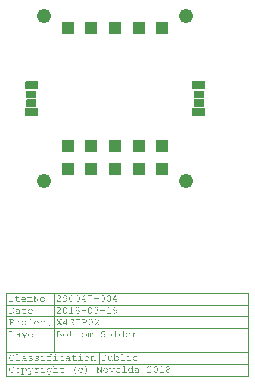
<source format=gbs>
G04*
G04 #@! TF.GenerationSoftware,Altium Limited,Altium Designer,18.0.12 (696)*
G04*
G04 Layer_Color=16711935*
%FSLAX24Y24*%
%MOIN*%
G70*
G01*
G75*
%ADD12C,0.0020*%
%ADD28C,0.0482*%
%ADD39R,0.0433X0.0433*%
G36*
X6119Y3730D02*
X6122Y3729D01*
X6126Y3727D01*
X6129Y3725D01*
X6131Y3722D01*
X6133Y3718D01*
X6134Y3714D01*
X6135Y3711D01*
Y3474D01*
X6134Y3470D01*
X6133Y3466D01*
X6131Y3463D01*
X6129Y3460D01*
X6126Y3457D01*
X6122Y3455D01*
X6119Y3454D01*
X6115Y3454D01*
X5721D01*
X5717Y3454D01*
X5713Y3455D01*
X5710Y3457D01*
X5707Y3460D01*
X5704Y3463D01*
X5703Y3466D01*
X5701Y3470D01*
X5701Y3474D01*
Y3711D01*
X5701Y3714D01*
X5703Y3718D01*
X5704Y3722D01*
X5707Y3725D01*
X5710Y3727D01*
X5713Y3729D01*
X5717Y3730D01*
X5721Y3730D01*
X6115D01*
X6119Y3730D01*
D02*
G37*
G36*
X581Y3728D02*
X584Y3727D01*
X588Y3726D01*
X591Y3723D01*
X593Y3720D01*
X595Y3717D01*
X596Y3713D01*
X596Y3709D01*
Y3472D01*
X596Y3468D01*
X595Y3464D01*
X593Y3461D01*
X591Y3458D01*
X588Y3456D01*
X584Y3454D01*
X581Y3453D01*
X577Y3452D01*
X183D01*
X179Y3453D01*
X175Y3454D01*
X172Y3456D01*
X169Y3458D01*
X166Y3461D01*
X164Y3464D01*
X163Y3468D01*
X163Y3472D01*
Y3709D01*
X163Y3713D01*
X164Y3717D01*
X166Y3720D01*
X169Y3723D01*
X172Y3726D01*
X175Y3727D01*
X179Y3728D01*
X183Y3729D01*
X577D01*
X581Y3728D01*
D02*
G37*
G36*
X6092Y3417D02*
X6095Y3416D01*
X6099Y3414D01*
X6102Y3412D01*
X6104Y3409D01*
X6106Y3405D01*
X6107Y3401D01*
X6108Y3398D01*
Y3197D01*
X6107Y3193D01*
X6106Y3189D01*
X6104Y3186D01*
X6102Y3183D01*
X6099Y3180D01*
X6095Y3178D01*
X6092Y3177D01*
X6088Y3177D01*
X5787D01*
X5783Y3177D01*
X5779Y3178D01*
X5776Y3180D01*
X5773Y3183D01*
X5770Y3186D01*
X5769Y3189D01*
X5767Y3193D01*
X5767Y3197D01*
Y3398D01*
X5767Y3401D01*
X5769Y3405D01*
X5770Y3409D01*
X5773Y3412D01*
X5776Y3414D01*
X5779Y3416D01*
X5783Y3417D01*
X5787Y3417D01*
X6088D01*
X6092Y3417D01*
D02*
G37*
G36*
X515Y3415D02*
X518Y3414D01*
X522Y3413D01*
X525Y3410D01*
X527Y3407D01*
X529Y3404D01*
X530Y3400D01*
X530Y3396D01*
Y3195D01*
X530Y3191D01*
X529Y3187D01*
X527Y3184D01*
X525Y3181D01*
X522Y3179D01*
X518Y3177D01*
X515Y3176D01*
X511Y3175D01*
X210D01*
X206Y3176D01*
X202Y3177D01*
X199Y3179D01*
X196Y3181D01*
X193Y3184D01*
X191Y3187D01*
X190Y3191D01*
X190Y3195D01*
Y3396D01*
X190Y3400D01*
X191Y3404D01*
X193Y3407D01*
X196Y3410D01*
X199Y3413D01*
X202Y3414D01*
X206Y3415D01*
X210Y3416D01*
X511D01*
X515Y3415D01*
D02*
G37*
G36*
X6092Y3122D02*
X6095Y3121D01*
X6099Y3119D01*
X6102Y3117D01*
X6104Y3114D01*
X6106Y3110D01*
X6107Y3106D01*
X6108Y3103D01*
Y2902D01*
X6107Y2898D01*
X6106Y2894D01*
X6104Y2891D01*
X6102Y2888D01*
X6099Y2885D01*
X6095Y2883D01*
X6092Y2882D01*
X6088Y2882D01*
X5787D01*
X5783Y2882D01*
X5779Y2883D01*
X5776Y2885D01*
X5773Y2888D01*
X5770Y2891D01*
X5769Y2894D01*
X5767Y2898D01*
X5767Y2902D01*
Y3103D01*
X5767Y3106D01*
X5769Y3110D01*
X5770Y3114D01*
X5773Y3117D01*
X5776Y3119D01*
X5779Y3121D01*
X5783Y3122D01*
X5787Y3122D01*
X6088D01*
X6092Y3122D01*
D02*
G37*
G36*
X515Y3120D02*
X518Y3119D01*
X522Y3118D01*
X525Y3115D01*
X527Y3112D01*
X529Y3109D01*
X530Y3105D01*
X530Y3101D01*
Y2900D01*
X530Y2896D01*
X529Y2892D01*
X527Y2889D01*
X525Y2886D01*
X522Y2884D01*
X518Y2882D01*
X515Y2881D01*
X511Y2880D01*
X210D01*
X206Y2881D01*
X202Y2882D01*
X199Y2884D01*
X196Y2886D01*
X193Y2889D01*
X191Y2892D01*
X190Y2896D01*
X190Y2900D01*
Y3101D01*
X190Y3105D01*
X191Y3109D01*
X193Y3112D01*
X196Y3115D01*
X199Y3118D01*
X202Y3119D01*
X206Y3120D01*
X210Y3121D01*
X511D01*
X515Y3120D01*
D02*
G37*
G36*
X6119Y2845D02*
X6122Y2844D01*
X6126Y2842D01*
X6129Y2840D01*
X6131Y2837D01*
X6133Y2833D01*
X6134Y2829D01*
X6135Y2826D01*
Y2589D01*
X6134Y2585D01*
X6133Y2581D01*
X6131Y2578D01*
X6129Y2575D01*
X6126Y2572D01*
X6122Y2570D01*
X6119Y2569D01*
X6115Y2569D01*
X5721D01*
X5717Y2569D01*
X5713Y2570D01*
X5710Y2572D01*
X5707Y2575D01*
X5704Y2578D01*
X5703Y2581D01*
X5701Y2585D01*
X5701Y2589D01*
Y2826D01*
X5701Y2829D01*
X5703Y2833D01*
X5704Y2837D01*
X5707Y2840D01*
X5710Y2842D01*
X5713Y2844D01*
X5717Y2845D01*
X5721Y2845D01*
X6115D01*
X6119Y2845D01*
D02*
G37*
G36*
X581Y2843D02*
X584Y2842D01*
X588Y2840D01*
X591Y2838D01*
X593Y2835D01*
X595Y2832D01*
X596Y2828D01*
X596Y2824D01*
Y2587D01*
X596Y2583D01*
X595Y2579D01*
X593Y2576D01*
X591Y2573D01*
X588Y2571D01*
X584Y2569D01*
X581Y2568D01*
X577Y2567D01*
X183D01*
X179Y2568D01*
X175Y2569D01*
X172Y2571D01*
X169Y2573D01*
X166Y2576D01*
X164Y2579D01*
X163Y2583D01*
X163Y2587D01*
Y2824D01*
X163Y2828D01*
X164Y2832D01*
X166Y2835D01*
X169Y2838D01*
X172Y2840D01*
X175Y2842D01*
X179Y2843D01*
X183Y2844D01*
X577D01*
X581Y2843D01*
D02*
G37*
G36*
X366Y-3472D02*
X370Y-3472D01*
X373Y-3474D01*
X378Y-3475D01*
X382Y-3478D01*
X385Y-3481D01*
X386Y-3482D01*
X387Y-3483D01*
X389Y-3486D01*
X392Y-3489D01*
X393Y-3494D01*
X395Y-3499D01*
X397Y-3504D01*
X397Y-3509D01*
Y-3609D01*
X410D01*
X412Y-3609D01*
X415Y-3609D01*
X417Y-3611D01*
X417Y-3611D01*
X418Y-3612D01*
X419Y-3614D01*
X419Y-3616D01*
Y-3616D01*
X419Y-3618D01*
X418Y-3619D01*
X417Y-3621D01*
X416Y-3621D01*
X415Y-3622D01*
X413Y-3623D01*
X410Y-3623D01*
X383D01*
Y-3510D01*
Y-3510D01*
Y-3508D01*
X383Y-3506D01*
X382Y-3504D01*
X382Y-3501D01*
X380Y-3498D01*
X379Y-3495D01*
X376Y-3492D01*
X376Y-3492D01*
X375Y-3491D01*
X374Y-3490D01*
X372Y-3489D01*
X370Y-3487D01*
X367Y-3486D01*
X364Y-3485D01*
X361Y-3485D01*
X360D01*
X358Y-3485D01*
X356Y-3486D01*
X353Y-3486D01*
X351Y-3488D01*
X348Y-3489D01*
X344Y-3491D01*
X344Y-3491D01*
X343Y-3492D01*
X341Y-3494D01*
X339Y-3496D01*
X336Y-3499D01*
X333Y-3503D01*
X329Y-3508D01*
X325Y-3514D01*
Y-3609D01*
X338D01*
X340Y-3609D01*
X342Y-3609D01*
X344Y-3611D01*
X345Y-3611D01*
X346Y-3612D01*
X346Y-3614D01*
X347Y-3616D01*
Y-3616D01*
X346Y-3618D01*
X346Y-3619D01*
X344Y-3621D01*
X344Y-3621D01*
X343Y-3622D01*
X340Y-3623D01*
X337Y-3623D01*
X311D01*
Y-3511D01*
Y-3511D01*
Y-3509D01*
X311Y-3507D01*
X310Y-3505D01*
X309Y-3502D01*
X308Y-3499D01*
X306Y-3496D01*
X304Y-3493D01*
X304Y-3492D01*
X303Y-3491D01*
X301Y-3490D01*
X300Y-3489D01*
X297Y-3487D01*
X295Y-3486D01*
X292Y-3485D01*
X289Y-3485D01*
X288D01*
X286Y-3485D01*
X284Y-3486D01*
X282Y-3486D01*
X279Y-3487D01*
X277Y-3489D01*
X274Y-3490D01*
X274Y-3491D01*
X272Y-3492D01*
X270Y-3493D01*
X268Y-3496D01*
X264Y-3499D01*
X261Y-3503D01*
X257Y-3508D01*
X252Y-3514D01*
Y-3609D01*
X265D01*
X267Y-3609D01*
X270Y-3609D01*
X272Y-3611D01*
X272Y-3611D01*
X273Y-3612D01*
X274Y-3614D01*
X274Y-3616D01*
Y-3616D01*
X274Y-3618D01*
X273Y-3619D01*
X272Y-3621D01*
X271Y-3621D01*
X270Y-3622D01*
X268Y-3623D01*
X265Y-3623D01*
X225D01*
X223Y-3623D01*
X221Y-3622D01*
X219Y-3621D01*
X218Y-3621D01*
X218Y-3620D01*
X217Y-3618D01*
X217Y-3616D01*
Y-3615D01*
X217Y-3614D01*
X218Y-3612D01*
X219Y-3611D01*
X219Y-3610D01*
X221Y-3610D01*
X223Y-3609D01*
X226Y-3609D01*
X238D01*
Y-3490D01*
X225D01*
X223Y-3490D01*
X221Y-3489D01*
X219Y-3488D01*
X218Y-3488D01*
X218Y-3487D01*
X217Y-3485D01*
X217Y-3483D01*
Y-3482D01*
X217Y-3481D01*
X218Y-3479D01*
X219Y-3478D01*
X219Y-3478D01*
X221Y-3477D01*
X223Y-3476D01*
X226Y-3476D01*
X252D01*
Y-3490D01*
X253Y-3490D01*
X253Y-3489D01*
X254Y-3489D01*
X255Y-3487D01*
X259Y-3484D01*
X264Y-3480D01*
X269Y-3477D01*
X275Y-3474D01*
X278Y-3473D01*
X282Y-3472D01*
X285Y-3471D01*
X289Y-3471D01*
X291D01*
X292Y-3471D01*
X295Y-3472D01*
X298Y-3472D01*
X301Y-3474D01*
X305Y-3475D01*
X308Y-3477D01*
X308Y-3477D01*
X309Y-3478D01*
X311Y-3479D01*
X313Y-3481D01*
X315Y-3484D01*
X317Y-3487D01*
X319Y-3490D01*
X322Y-3494D01*
X322Y-3494D01*
X323Y-3492D01*
X325Y-3490D01*
X328Y-3488D01*
X331Y-3485D01*
X334Y-3482D01*
X337Y-3479D01*
X341Y-3477D01*
X341Y-3477D01*
X343Y-3476D01*
X345Y-3475D01*
X347Y-3474D01*
X350Y-3473D01*
X353Y-3472D01*
X357Y-3471D01*
X361Y-3471D01*
X363D01*
X366Y-3472D01*
D02*
G37*
G36*
X2601Y-3535D02*
X2455D01*
Y-3515D01*
X2601D01*
Y-3535D01*
D02*
G37*
G36*
X611Y-3425D02*
X613Y-3425D01*
X615Y-3426D01*
X616Y-3427D01*
X617Y-3428D01*
X617Y-3429D01*
X618Y-3432D01*
Y-3432D01*
X617Y-3434D01*
X617Y-3435D01*
X615Y-3437D01*
X615Y-3437D01*
X614Y-3438D01*
X611Y-3438D01*
X608Y-3438D01*
X596D01*
Y-3623D01*
X578D01*
X472Y-3445D01*
Y-3609D01*
X499D01*
X501Y-3609D01*
X504Y-3609D01*
X506Y-3611D01*
X506Y-3611D01*
X507Y-3612D01*
X508Y-3614D01*
X508Y-3616D01*
Y-3616D01*
X508Y-3618D01*
X507Y-3619D01*
X506Y-3621D01*
X505Y-3621D01*
X504Y-3622D01*
X502Y-3623D01*
X498Y-3623D01*
X445D01*
X443Y-3623D01*
X440Y-3622D01*
X438Y-3621D01*
X438Y-3621D01*
X437Y-3620D01*
X436Y-3618D01*
X436Y-3616D01*
Y-3615D01*
X436Y-3614D01*
X437Y-3612D01*
X438Y-3611D01*
X438Y-3610D01*
X440Y-3610D01*
X442Y-3609D01*
X446Y-3609D01*
X458D01*
Y-3438D01*
X438D01*
X436Y-3438D01*
X434Y-3438D01*
X431Y-3437D01*
X431Y-3437D01*
X430Y-3436D01*
X430Y-3434D01*
X429Y-3432D01*
Y-3431D01*
X430Y-3430D01*
X430Y-3428D01*
X431Y-3426D01*
X432Y-3426D01*
X433Y-3425D01*
X435Y-3425D01*
X439Y-3424D01*
X476D01*
X582Y-3602D01*
Y-3438D01*
X554D01*
X552Y-3438D01*
X550Y-3438D01*
X548Y-3437D01*
X547Y-3437D01*
X547Y-3436D01*
X546Y-3434D01*
X546Y-3432D01*
Y-3431D01*
X546Y-3430D01*
X547Y-3428D01*
X548Y-3426D01*
X548Y-3426D01*
X549Y-3425D01*
X552Y-3425D01*
X553Y-3424D01*
X609D01*
X611Y-3425D01*
D02*
G37*
G36*
X1490Y-3405D02*
X1494Y-3406D01*
X1499Y-3407D01*
X1504Y-3408D01*
X1510Y-3410D01*
X1516Y-3413D01*
X1522Y-3417D01*
X1522D01*
X1523Y-3418D01*
X1525Y-3419D01*
X1527Y-3422D01*
X1531Y-3426D01*
X1535Y-3431D01*
X1539Y-3437D01*
X1543Y-3444D01*
X1547Y-3452D01*
Y-3453D01*
X1547Y-3454D01*
X1548Y-3455D01*
X1549Y-3458D01*
X1549Y-3460D01*
X1550Y-3463D01*
X1551Y-3467D01*
X1553Y-3472D01*
X1554Y-3477D01*
X1555Y-3482D01*
X1556Y-3487D01*
X1557Y-3493D01*
X1557Y-3499D01*
X1558Y-3506D01*
X1558Y-3520D01*
Y-3520D01*
Y-3521D01*
Y-3523D01*
Y-3525D01*
X1558Y-3528D01*
X1558Y-3531D01*
Y-3534D01*
X1557Y-3538D01*
X1556Y-3546D01*
X1554Y-3554D01*
X1552Y-3562D01*
X1548Y-3570D01*
X1548Y-3571D01*
X1547Y-3573D01*
X1546Y-3575D01*
X1544Y-3579D01*
X1541Y-3583D01*
X1538Y-3587D01*
X1534Y-3592D01*
X1529Y-3597D01*
X1529Y-3597D01*
X1527Y-3599D01*
X1525Y-3601D01*
X1522Y-3604D01*
X1517Y-3607D01*
X1513Y-3611D01*
X1507Y-3614D01*
X1502Y-3617D01*
X1501D01*
X1501Y-3618D01*
X1500Y-3618D01*
X1498Y-3619D01*
X1496Y-3620D01*
X1494Y-3621D01*
X1488Y-3623D01*
X1482Y-3624D01*
X1474Y-3626D01*
X1466Y-3627D01*
X1457Y-3628D01*
X1455D01*
X1452Y-3627D01*
X1448Y-3627D01*
X1444Y-3626D01*
X1440Y-3625D01*
X1436Y-3624D01*
X1432Y-3622D01*
X1432D01*
X1432Y-3622D01*
X1430Y-3620D01*
X1429Y-3618D01*
X1428Y-3617D01*
X1428Y-3616D01*
Y-3615D01*
X1428Y-3614D01*
X1429Y-3612D01*
X1430Y-3611D01*
X1430Y-3610D01*
X1431Y-3610D01*
X1433Y-3609D01*
X1435Y-3609D01*
X1435D01*
X1437Y-3609D01*
X1438Y-3609D01*
X1441Y-3611D01*
X1441D01*
X1442Y-3611D01*
X1444Y-3612D01*
X1445Y-3612D01*
X1447Y-3613D01*
X1450Y-3613D01*
X1456Y-3614D01*
X1460D01*
X1462Y-3613D01*
X1465Y-3613D01*
X1469Y-3612D01*
X1473Y-3612D01*
X1477Y-3611D01*
X1482Y-3609D01*
X1487Y-3607D01*
X1492Y-3605D01*
X1497Y-3603D01*
X1503Y-3600D01*
X1508Y-3597D01*
X1513Y-3593D01*
X1518Y-3588D01*
X1518Y-3588D01*
X1519Y-3587D01*
X1520Y-3585D01*
X1522Y-3583D01*
X1524Y-3581D01*
X1526Y-3578D01*
X1528Y-3574D01*
X1531Y-3570D01*
X1533Y-3565D01*
X1536Y-3561D01*
X1538Y-3555D01*
X1540Y-3549D01*
X1542Y-3543D01*
X1543Y-3537D01*
X1544Y-3530D01*
X1544Y-3522D01*
Y-3522D01*
Y-3521D01*
Y-3520D01*
Y-3517D01*
Y-3515D01*
X1544Y-3511D01*
Y-3507D01*
X1543Y-3502D01*
Y-3503D01*
X1543Y-3503D01*
X1542Y-3504D01*
X1541Y-3506D01*
X1539Y-3509D01*
X1536Y-3514D01*
X1532Y-3518D01*
X1527Y-3523D01*
X1523Y-3528D01*
X1517Y-3532D01*
X1516Y-3532D01*
X1514Y-3533D01*
X1511Y-3535D01*
X1507Y-3537D01*
X1503Y-3539D01*
X1498Y-3540D01*
X1492Y-3541D01*
X1486Y-3541D01*
X1483D01*
X1481Y-3541D01*
X1477Y-3541D01*
X1472Y-3540D01*
X1467Y-3538D01*
X1463Y-3536D01*
X1457Y-3533D01*
X1457Y-3533D01*
X1455Y-3532D01*
X1452Y-3530D01*
X1449Y-3527D01*
X1446Y-3523D01*
X1442Y-3519D01*
X1439Y-3514D01*
X1435Y-3508D01*
Y-3508D01*
X1435Y-3508D01*
X1435Y-3507D01*
X1434Y-3505D01*
X1433Y-3502D01*
X1431Y-3498D01*
X1430Y-3493D01*
X1429Y-3487D01*
X1428Y-3481D01*
X1427Y-3474D01*
Y-3474D01*
Y-3473D01*
Y-3472D01*
X1428Y-3470D01*
X1428Y-3467D01*
X1428Y-3465D01*
X1429Y-3462D01*
X1429Y-3458D01*
X1431Y-3451D01*
X1434Y-3443D01*
X1436Y-3439D01*
X1438Y-3435D01*
X1441Y-3431D01*
X1444Y-3427D01*
X1444Y-3426D01*
X1444Y-3426D01*
X1445Y-3425D01*
X1446Y-3423D01*
X1448Y-3422D01*
X1450Y-3420D01*
X1452Y-3418D01*
X1455Y-3416D01*
X1461Y-3412D01*
X1468Y-3408D01*
X1473Y-3407D01*
X1477Y-3406D01*
X1482Y-3405D01*
X1487Y-3405D01*
X1489D01*
X1490Y-3405D01*
D02*
G37*
G36*
X3195Y-3549D02*
X3207D01*
X3209Y-3550D01*
X3212Y-3550D01*
X3214Y-3551D01*
X3214Y-3552D01*
X3215Y-3553D01*
X3216Y-3554D01*
X3216Y-3557D01*
Y-3557D01*
X3216Y-3558D01*
X3215Y-3560D01*
X3214Y-3561D01*
X3213Y-3562D01*
X3212Y-3562D01*
X3210Y-3563D01*
X3207Y-3563D01*
X3195D01*
Y-3609D01*
X3207D01*
X3209Y-3609D01*
X3212Y-3609D01*
X3214Y-3611D01*
X3214Y-3611D01*
X3215Y-3612D01*
X3216Y-3614D01*
X3216Y-3616D01*
Y-3616D01*
X3216Y-3618D01*
X3215Y-3619D01*
X3214Y-3621D01*
X3214Y-3621D01*
X3212Y-3622D01*
X3210Y-3623D01*
X3207Y-3623D01*
X3153D01*
X3151Y-3623D01*
X3148Y-3622D01*
X3146Y-3621D01*
X3146Y-3621D01*
X3145Y-3620D01*
X3145Y-3618D01*
X3144Y-3616D01*
Y-3615D01*
X3145Y-3614D01*
X3145Y-3612D01*
X3146Y-3611D01*
X3146Y-3610D01*
X3148Y-3610D01*
X3150Y-3609D01*
X3154Y-3609D01*
X3181D01*
Y-3563D01*
X3086D01*
X3085Y-3547D01*
X3165Y-3410D01*
X3195D01*
Y-3549D01*
D02*
G37*
G36*
X2381Y-3433D02*
X2324Y-3616D01*
Y-3616D01*
X2324Y-3617D01*
X2323Y-3618D01*
X2322Y-3620D01*
X2321Y-3622D01*
X2320Y-3622D01*
X2320Y-3622D01*
X2318Y-3623D01*
X2316Y-3623D01*
X2316D01*
X2315Y-3623D01*
X2313Y-3622D01*
X2311Y-3621D01*
X2311Y-3621D01*
X2310Y-3620D01*
X2310Y-3618D01*
X2309Y-3616D01*
Y-3616D01*
Y-3615D01*
X2310Y-3614D01*
X2310Y-3611D01*
X2367Y-3431D01*
Y-3424D01*
X2265D01*
Y-3437D01*
Y-3437D01*
Y-3438D01*
X2264Y-3439D01*
X2264Y-3442D01*
X2263Y-3444D01*
X2263Y-3444D01*
X2262Y-3445D01*
X2260Y-3446D01*
X2258Y-3446D01*
X2257D01*
X2256Y-3446D01*
X2254Y-3445D01*
X2253Y-3444D01*
X2252Y-3444D01*
X2252Y-3442D01*
X2251Y-3440D01*
X2251Y-3437D01*
Y-3410D01*
X2381D01*
Y-3433D01*
D02*
G37*
G36*
X2152Y-3549D02*
X2164D01*
X2166Y-3550D01*
X2169Y-3550D01*
X2171Y-3551D01*
X2171Y-3552D01*
X2172Y-3553D01*
X2173Y-3554D01*
X2173Y-3557D01*
Y-3557D01*
X2173Y-3558D01*
X2172Y-3560D01*
X2171Y-3561D01*
X2170Y-3562D01*
X2169Y-3562D01*
X2167Y-3563D01*
X2163Y-3563D01*
X2152D01*
Y-3609D01*
X2164D01*
X2166Y-3609D01*
X2169Y-3609D01*
X2171Y-3611D01*
X2171Y-3611D01*
X2172Y-3612D01*
X2173Y-3614D01*
X2173Y-3616D01*
Y-3616D01*
X2173Y-3618D01*
X2172Y-3619D01*
X2171Y-3621D01*
X2171Y-3621D01*
X2169Y-3622D01*
X2167Y-3623D01*
X2164Y-3623D01*
X2110D01*
X2108Y-3623D01*
X2105Y-3622D01*
X2103Y-3621D01*
X2103Y-3621D01*
X2102Y-3620D01*
X2101Y-3618D01*
X2101Y-3616D01*
Y-3615D01*
X2101Y-3614D01*
X2102Y-3612D01*
X2103Y-3611D01*
X2103Y-3610D01*
X2105Y-3610D01*
X2107Y-3609D01*
X2111Y-3609D01*
X2138D01*
Y-3563D01*
X2043D01*
X2042Y-3547D01*
X2122Y-3410D01*
X2152D01*
Y-3549D01*
D02*
G37*
G36*
X-250Y-3425D02*
X-247Y-3425D01*
X-245Y-3426D01*
X-245Y-3427D01*
X-244Y-3428D01*
X-243Y-3429D01*
X-243Y-3432D01*
Y-3432D01*
X-243Y-3434D01*
X-244Y-3435D01*
X-245Y-3437D01*
X-246Y-3437D01*
X-247Y-3438D01*
X-249Y-3438D01*
X-253Y-3438D01*
X-302D01*
Y-3609D01*
X-252D01*
X-250Y-3609D01*
X-247Y-3609D01*
X-245Y-3611D01*
X-245Y-3611D01*
X-244Y-3612D01*
X-243Y-3614D01*
X-243Y-3616D01*
Y-3616D01*
X-243Y-3618D01*
X-244Y-3619D01*
X-245Y-3621D01*
X-246Y-3621D01*
X-247Y-3622D01*
X-249Y-3623D01*
X-253Y-3623D01*
X-365D01*
X-367Y-3623D01*
X-370Y-3622D01*
X-372Y-3621D01*
X-372Y-3621D01*
X-373Y-3620D01*
X-374Y-3618D01*
X-374Y-3616D01*
Y-3615D01*
X-374Y-3614D01*
X-373Y-3612D01*
X-372Y-3611D01*
X-372Y-3610D01*
X-370Y-3610D01*
X-368Y-3609D01*
X-364Y-3609D01*
X-316D01*
Y-3438D01*
X-365D01*
X-367Y-3438D01*
X-370Y-3438D01*
X-372Y-3437D01*
X-372Y-3437D01*
X-373Y-3436D01*
X-374Y-3434D01*
X-374Y-3432D01*
Y-3431D01*
X-374Y-3430D01*
X-373Y-3428D01*
X-372Y-3426D01*
X-372Y-3426D01*
X-370Y-3425D01*
X-368Y-3425D01*
X-364Y-3424D01*
X-252D01*
X-250Y-3425D01*
D02*
G37*
G36*
X1278Y-3405D02*
X1280Y-3406D01*
X1283Y-3406D01*
X1289Y-3407D01*
X1296Y-3410D01*
X1300Y-3411D01*
X1304Y-3413D01*
X1308Y-3415D01*
X1312Y-3417D01*
X1316Y-3420D01*
X1319Y-3424D01*
X1320Y-3424D01*
X1320Y-3425D01*
X1321Y-3426D01*
X1322Y-3427D01*
X1324Y-3429D01*
X1325Y-3431D01*
X1329Y-3436D01*
X1332Y-3442D01*
X1336Y-3449D01*
X1337Y-3453D01*
X1338Y-3457D01*
X1338Y-3461D01*
X1339Y-3466D01*
Y-3466D01*
Y-3467D01*
Y-3469D01*
X1338Y-3472D01*
X1338Y-3475D01*
X1337Y-3478D01*
X1335Y-3484D01*
Y-3484D01*
X1335Y-3485D01*
X1334Y-3487D01*
X1333Y-3489D01*
X1331Y-3492D01*
X1329Y-3495D01*
X1327Y-3498D01*
X1324Y-3501D01*
X1324Y-3502D01*
X1322Y-3503D01*
X1321Y-3506D01*
X1318Y-3509D01*
X1314Y-3513D01*
X1309Y-3518D01*
X1303Y-3524D01*
X1297Y-3531D01*
X1296Y-3532D01*
X1294Y-3533D01*
X1292Y-3536D01*
X1288Y-3539D01*
X1284Y-3543D01*
X1279Y-3548D01*
X1274Y-3553D01*
X1268Y-3559D01*
X1261Y-3565D01*
X1255Y-3571D01*
X1241Y-3584D01*
X1227Y-3597D01*
X1221Y-3602D01*
X1215Y-3608D01*
Y-3609D01*
X1325D01*
Y-3603D01*
Y-3603D01*
Y-3602D01*
X1325Y-3601D01*
X1326Y-3598D01*
X1327Y-3596D01*
X1327Y-3596D01*
X1328Y-3595D01*
X1330Y-3594D01*
X1332Y-3594D01*
X1333D01*
X1334Y-3594D01*
X1335Y-3595D01*
X1337Y-3596D01*
X1337Y-3596D01*
X1338Y-3598D01*
X1339Y-3600D01*
X1339Y-3603D01*
Y-3623D01*
X1201D01*
Y-3602D01*
X1201Y-3602D01*
X1203Y-3601D01*
X1205Y-3598D01*
X1208Y-3595D01*
X1212Y-3592D01*
X1217Y-3588D01*
X1222Y-3583D01*
X1228Y-3578D01*
X1234Y-3572D01*
X1240Y-3565D01*
X1247Y-3559D01*
X1255Y-3552D01*
X1270Y-3538D01*
X1285Y-3522D01*
X1286Y-3522D01*
X1286Y-3521D01*
X1287Y-3521D01*
X1289Y-3520D01*
X1292Y-3516D01*
X1296Y-3512D01*
X1300Y-3507D01*
X1305Y-3503D01*
X1309Y-3499D01*
X1312Y-3495D01*
X1312Y-3495D01*
X1313Y-3493D01*
X1314Y-3492D01*
X1316Y-3490D01*
X1319Y-3485D01*
X1320Y-3482D01*
X1321Y-3479D01*
Y-3479D01*
X1322Y-3478D01*
X1322Y-3477D01*
X1323Y-3475D01*
X1324Y-3471D01*
X1324Y-3466D01*
Y-3465D01*
Y-3465D01*
Y-3464D01*
X1324Y-3463D01*
X1324Y-3459D01*
X1322Y-3455D01*
X1321Y-3450D01*
X1318Y-3444D01*
X1314Y-3439D01*
X1312Y-3436D01*
X1309Y-3433D01*
Y-3433D01*
X1309Y-3433D01*
X1307Y-3431D01*
X1303Y-3429D01*
X1300Y-3426D01*
X1294Y-3424D01*
X1288Y-3421D01*
X1281Y-3420D01*
X1278Y-3419D01*
X1270D01*
X1267Y-3420D01*
X1262Y-3420D01*
X1257Y-3422D01*
X1252Y-3424D01*
X1246Y-3426D01*
X1240Y-3430D01*
X1240Y-3430D01*
X1238Y-3432D01*
X1236Y-3434D01*
X1233Y-3437D01*
X1230Y-3441D01*
X1226Y-3446D01*
X1224Y-3451D01*
X1222Y-3457D01*
Y-3457D01*
X1221Y-3457D01*
X1221Y-3459D01*
X1220Y-3460D01*
X1219Y-3462D01*
X1219Y-3462D01*
X1218Y-3462D01*
X1216Y-3463D01*
X1214Y-3463D01*
X1214D01*
X1213Y-3463D01*
X1211Y-3463D01*
X1209Y-3462D01*
X1209Y-3461D01*
X1209Y-3460D01*
X1208Y-3459D01*
X1208Y-3457D01*
Y-3457D01*
Y-3456D01*
X1208Y-3454D01*
X1209Y-3451D01*
X1210Y-3448D01*
X1211Y-3444D01*
X1214Y-3440D01*
X1217Y-3435D01*
Y-3435D01*
X1217Y-3435D01*
X1218Y-3433D01*
X1220Y-3430D01*
X1223Y-3427D01*
X1226Y-3424D01*
X1231Y-3420D01*
X1236Y-3417D01*
X1241Y-3413D01*
X1241D01*
X1242Y-3413D01*
X1244Y-3412D01*
X1247Y-3411D01*
X1251Y-3409D01*
X1256Y-3408D01*
X1261Y-3406D01*
X1267Y-3405D01*
X1273Y-3405D01*
X1276D01*
X1278Y-3405D01*
D02*
G37*
G36*
X2949D02*
X2953Y-3406D01*
X2956Y-3406D01*
X2960Y-3407D01*
X2964Y-3409D01*
X2968Y-3410D01*
X2969Y-3411D01*
X2970Y-3411D01*
X2972Y-3412D01*
X2975Y-3414D01*
X2978Y-3416D01*
X2981Y-3418D01*
X2984Y-3421D01*
X2987Y-3424D01*
X2988Y-3424D01*
X2988Y-3425D01*
X2989Y-3427D01*
X2991Y-3429D01*
X2992Y-3431D01*
X2994Y-3434D01*
X2996Y-3438D01*
X2998Y-3442D01*
X2999Y-3443D01*
X2999Y-3444D01*
X3000Y-3447D01*
X3002Y-3450D01*
X3003Y-3453D01*
X3004Y-3457D01*
X3007Y-3465D01*
X3007Y-3465D01*
X3007Y-3467D01*
X3008Y-3470D01*
X3009Y-3475D01*
X3009Y-3479D01*
X3010Y-3485D01*
X3011Y-3492D01*
Y-3499D01*
Y-3534D01*
Y-3535D01*
Y-3536D01*
Y-3539D01*
X3010Y-3542D01*
X3010Y-3546D01*
X3009Y-3550D01*
X3009Y-3555D01*
X3008Y-3561D01*
X3005Y-3572D01*
X3003Y-3578D01*
X3001Y-3584D01*
X2999Y-3590D01*
X2996Y-3596D01*
X2992Y-3602D01*
X2988Y-3607D01*
X2988Y-3607D01*
X2988Y-3608D01*
X2987Y-3609D01*
X2985Y-3610D01*
X2984Y-3612D01*
X2982Y-3613D01*
X2979Y-3615D01*
X2977Y-3617D01*
X2970Y-3621D01*
X2963Y-3624D01*
X2959Y-3626D01*
X2955Y-3627D01*
X2950Y-3627D01*
X2945Y-3628D01*
X2943D01*
X2941Y-3627D01*
X2938Y-3627D01*
X2934Y-3626D01*
X2930Y-3626D01*
X2926Y-3624D01*
X2921Y-3623D01*
X2921Y-3623D01*
X2920Y-3622D01*
X2918Y-3621D01*
X2915Y-3619D01*
X2912Y-3617D01*
X2909Y-3615D01*
X2905Y-3612D01*
X2902Y-3609D01*
X2902Y-3609D01*
X2901Y-3608D01*
X2900Y-3607D01*
X2899Y-3605D01*
X2898Y-3602D01*
X2896Y-3599D01*
X2894Y-3595D01*
X2892Y-3591D01*
X2891Y-3590D01*
X2891Y-3589D01*
X2890Y-3586D01*
X2888Y-3583D01*
X2887Y-3580D01*
X2885Y-3576D01*
X2883Y-3568D01*
Y-3568D01*
Y-3568D01*
X2882Y-3566D01*
X2882Y-3563D01*
X2881Y-3559D01*
X2881Y-3554D01*
X2880Y-3548D01*
X2880Y-3541D01*
X2879Y-3534D01*
Y-3499D01*
Y-3499D01*
Y-3497D01*
Y-3495D01*
X2880Y-3492D01*
X2880Y-3488D01*
X2881Y-3483D01*
X2881Y-3478D01*
X2882Y-3473D01*
X2885Y-3461D01*
X2886Y-3455D01*
X2889Y-3449D01*
X2891Y-3443D01*
X2894Y-3437D01*
X2897Y-3432D01*
X2901Y-3426D01*
X2901Y-3426D01*
X2902Y-3425D01*
X2903Y-3424D01*
X2904Y-3423D01*
X2906Y-3421D01*
X2908Y-3419D01*
X2910Y-3418D01*
X2913Y-3416D01*
X2920Y-3412D01*
X2927Y-3408D01*
X2931Y-3407D01*
X2935Y-3406D01*
X2940Y-3405D01*
X2945Y-3405D01*
X2947D01*
X2949Y-3405D01*
D02*
G37*
G36*
X2741D02*
X2744Y-3406D01*
X2748Y-3406D01*
X2752Y-3407D01*
X2756Y-3409D01*
X2760Y-3410D01*
X2760Y-3411D01*
X2762Y-3411D01*
X2764Y-3412D01*
X2766Y-3414D01*
X2769Y-3416D01*
X2773Y-3418D01*
X2776Y-3421D01*
X2779Y-3424D01*
X2779Y-3424D01*
X2780Y-3425D01*
X2781Y-3427D01*
X2782Y-3429D01*
X2784Y-3431D01*
X2785Y-3434D01*
X2787Y-3438D01*
X2790Y-3442D01*
X2790Y-3443D01*
X2791Y-3444D01*
X2792Y-3447D01*
X2793Y-3450D01*
X2794Y-3453D01*
X2796Y-3457D01*
X2798Y-3465D01*
X2798Y-3465D01*
X2799Y-3467D01*
X2799Y-3470D01*
X2800Y-3475D01*
X2801Y-3479D01*
X2801Y-3485D01*
X2802Y-3492D01*
Y-3499D01*
Y-3534D01*
Y-3535D01*
Y-3536D01*
Y-3539D01*
X2802Y-3542D01*
X2801Y-3546D01*
X2801Y-3550D01*
X2800Y-3555D01*
X2799Y-3561D01*
X2797Y-3572D01*
X2795Y-3578D01*
X2793Y-3584D01*
X2790Y-3590D01*
X2787Y-3596D01*
X2784Y-3602D01*
X2780Y-3607D01*
X2779Y-3607D01*
X2779Y-3608D01*
X2778Y-3609D01*
X2777Y-3610D01*
X2775Y-3612D01*
X2773Y-3613D01*
X2771Y-3615D01*
X2768Y-3617D01*
X2762Y-3621D01*
X2754Y-3624D01*
X2750Y-3626D01*
X2746Y-3627D01*
X2741Y-3627D01*
X2736Y-3628D01*
X2735D01*
X2732Y-3627D01*
X2729Y-3627D01*
X2725Y-3626D01*
X2721Y-3626D01*
X2717Y-3624D01*
X2713Y-3623D01*
X2713Y-3623D01*
X2711Y-3622D01*
X2709Y-3621D01*
X2706Y-3619D01*
X2703Y-3617D01*
X2700Y-3615D01*
X2697Y-3612D01*
X2694Y-3609D01*
X2694Y-3609D01*
X2693Y-3608D01*
X2692Y-3607D01*
X2691Y-3605D01*
X2689Y-3602D01*
X2687Y-3599D01*
X2685Y-3595D01*
X2683Y-3591D01*
X2683Y-3590D01*
X2682Y-3589D01*
X2681Y-3586D01*
X2680Y-3583D01*
X2678Y-3580D01*
X2677Y-3576D01*
X2674Y-3568D01*
Y-3568D01*
Y-3568D01*
X2674Y-3566D01*
X2674Y-3563D01*
X2673Y-3559D01*
X2672Y-3554D01*
X2672Y-3548D01*
X2671Y-3541D01*
X2671Y-3534D01*
Y-3499D01*
Y-3499D01*
Y-3497D01*
Y-3495D01*
X2671Y-3492D01*
X2672Y-3488D01*
X2672Y-3483D01*
X2673Y-3478D01*
X2674Y-3473D01*
X2676Y-3461D01*
X2678Y-3455D01*
X2680Y-3449D01*
X2682Y-3443D01*
X2685Y-3437D01*
X2689Y-3432D01*
X2693Y-3426D01*
X2693Y-3426D01*
X2693Y-3425D01*
X2694Y-3424D01*
X2696Y-3423D01*
X2697Y-3421D01*
X2699Y-3419D01*
X2702Y-3418D01*
X2705Y-3416D01*
X2711Y-3412D01*
X2718Y-3408D01*
X2722Y-3407D01*
X2727Y-3406D01*
X2731Y-3405D01*
X2736Y-3405D01*
X2738D01*
X2741Y-3405D01*
D02*
G37*
G36*
X1906D02*
X1910Y-3406D01*
X1913Y-3406D01*
X1917Y-3407D01*
X1921Y-3409D01*
X1925Y-3410D01*
X1926Y-3411D01*
X1927Y-3411D01*
X1929Y-3412D01*
X1932Y-3414D01*
X1935Y-3416D01*
X1938Y-3418D01*
X1941Y-3421D01*
X1944Y-3424D01*
X1945Y-3424D01*
X1945Y-3425D01*
X1946Y-3427D01*
X1948Y-3429D01*
X1949Y-3431D01*
X1951Y-3434D01*
X1953Y-3438D01*
X1955Y-3442D01*
X1956Y-3443D01*
X1956Y-3444D01*
X1957Y-3447D01*
X1958Y-3450D01*
X1960Y-3453D01*
X1961Y-3457D01*
X1964Y-3465D01*
X1964Y-3465D01*
X1964Y-3467D01*
X1965Y-3470D01*
X1966Y-3475D01*
X1966Y-3479D01*
X1967Y-3485D01*
X1968Y-3492D01*
Y-3499D01*
Y-3534D01*
Y-3535D01*
Y-3536D01*
Y-3539D01*
X1967Y-3542D01*
X1967Y-3546D01*
X1966Y-3550D01*
X1966Y-3555D01*
X1965Y-3561D01*
X1962Y-3572D01*
X1960Y-3578D01*
X1958Y-3584D01*
X1956Y-3590D01*
X1953Y-3596D01*
X1949Y-3602D01*
X1945Y-3607D01*
X1945Y-3607D01*
X1945Y-3608D01*
X1944Y-3609D01*
X1942Y-3610D01*
X1941Y-3612D01*
X1938Y-3613D01*
X1936Y-3615D01*
X1934Y-3617D01*
X1927Y-3621D01*
X1920Y-3624D01*
X1916Y-3626D01*
X1912Y-3627D01*
X1907Y-3627D01*
X1902Y-3628D01*
X1900D01*
X1897Y-3627D01*
X1895Y-3627D01*
X1891Y-3626D01*
X1887Y-3626D01*
X1883Y-3624D01*
X1878Y-3623D01*
X1878Y-3623D01*
X1876Y-3622D01*
X1875Y-3621D01*
X1872Y-3619D01*
X1869Y-3617D01*
X1866Y-3615D01*
X1862Y-3612D01*
X1859Y-3609D01*
X1859Y-3609D01*
X1858Y-3608D01*
X1857Y-3607D01*
X1856Y-3605D01*
X1854Y-3602D01*
X1853Y-3599D01*
X1851Y-3595D01*
X1849Y-3591D01*
X1848Y-3590D01*
X1848Y-3589D01*
X1847Y-3586D01*
X1845Y-3583D01*
X1844Y-3580D01*
X1842Y-3576D01*
X1840Y-3568D01*
Y-3568D01*
Y-3568D01*
X1839Y-3566D01*
X1839Y-3563D01*
X1838Y-3559D01*
X1838Y-3554D01*
X1837Y-3548D01*
X1837Y-3541D01*
X1836Y-3534D01*
Y-3499D01*
Y-3499D01*
Y-3497D01*
Y-3495D01*
X1837Y-3492D01*
X1837Y-3488D01*
X1838Y-3483D01*
X1838Y-3478D01*
X1839Y-3473D01*
X1842Y-3461D01*
X1843Y-3455D01*
X1846Y-3449D01*
X1848Y-3443D01*
X1851Y-3437D01*
X1854Y-3432D01*
X1858Y-3426D01*
X1858Y-3426D01*
X1859Y-3425D01*
X1860Y-3424D01*
X1861Y-3423D01*
X1863Y-3421D01*
X1865Y-3419D01*
X1867Y-3418D01*
X1870Y-3416D01*
X1876Y-3412D01*
X1884Y-3408D01*
X1888Y-3407D01*
X1892Y-3406D01*
X1897Y-3405D01*
X1902Y-3405D01*
X1904D01*
X1906Y-3405D01*
D02*
G37*
G36*
X1698D02*
X1701Y-3406D01*
X1705Y-3406D01*
X1709Y-3407D01*
X1712Y-3409D01*
X1717Y-3410D01*
X1717Y-3411D01*
X1719Y-3411D01*
X1721Y-3412D01*
X1723Y-3414D01*
X1726Y-3416D01*
X1730Y-3418D01*
X1733Y-3421D01*
X1736Y-3424D01*
X1736Y-3424D01*
X1737Y-3425D01*
X1738Y-3427D01*
X1739Y-3429D01*
X1741Y-3431D01*
X1742Y-3434D01*
X1744Y-3438D01*
X1747Y-3442D01*
X1747Y-3443D01*
X1748Y-3444D01*
X1749Y-3447D01*
X1750Y-3450D01*
X1751Y-3453D01*
X1753Y-3457D01*
X1755Y-3465D01*
X1755Y-3465D01*
X1756Y-3467D01*
X1756Y-3470D01*
X1757Y-3475D01*
X1758Y-3479D01*
X1758Y-3485D01*
X1759Y-3492D01*
Y-3499D01*
Y-3534D01*
Y-3535D01*
Y-3536D01*
Y-3539D01*
X1759Y-3542D01*
X1758Y-3546D01*
X1758Y-3550D01*
X1757Y-3555D01*
X1756Y-3561D01*
X1753Y-3572D01*
X1752Y-3578D01*
X1750Y-3584D01*
X1747Y-3590D01*
X1744Y-3596D01*
X1741Y-3602D01*
X1737Y-3607D01*
X1736Y-3607D01*
X1736Y-3608D01*
X1735Y-3609D01*
X1734Y-3610D01*
X1732Y-3612D01*
X1730Y-3613D01*
X1728Y-3615D01*
X1725Y-3617D01*
X1719Y-3621D01*
X1711Y-3624D01*
X1707Y-3626D01*
X1703Y-3627D01*
X1698Y-3627D01*
X1693Y-3628D01*
X1691D01*
X1689Y-3627D01*
X1686Y-3627D01*
X1682Y-3626D01*
X1678Y-3626D01*
X1674Y-3624D01*
X1670Y-3623D01*
X1670Y-3623D01*
X1668Y-3622D01*
X1666Y-3621D01*
X1663Y-3619D01*
X1660Y-3617D01*
X1657Y-3615D01*
X1654Y-3612D01*
X1651Y-3609D01*
X1650Y-3609D01*
X1650Y-3608D01*
X1649Y-3607D01*
X1648Y-3605D01*
X1646Y-3602D01*
X1644Y-3599D01*
X1642Y-3595D01*
X1640Y-3591D01*
X1640Y-3590D01*
X1639Y-3589D01*
X1638Y-3586D01*
X1637Y-3583D01*
X1635Y-3580D01*
X1634Y-3576D01*
X1631Y-3568D01*
Y-3568D01*
Y-3568D01*
X1631Y-3566D01*
X1630Y-3563D01*
X1630Y-3559D01*
X1629Y-3554D01*
X1629Y-3548D01*
X1628Y-3541D01*
X1628Y-3534D01*
Y-3499D01*
Y-3499D01*
Y-3497D01*
Y-3495D01*
X1628Y-3492D01*
X1629Y-3488D01*
X1629Y-3483D01*
X1630Y-3478D01*
X1630Y-3473D01*
X1633Y-3461D01*
X1635Y-3455D01*
X1637Y-3449D01*
X1639Y-3443D01*
X1642Y-3437D01*
X1646Y-3432D01*
X1649Y-3426D01*
X1650Y-3426D01*
X1650Y-3425D01*
X1651Y-3424D01*
X1653Y-3423D01*
X1654Y-3421D01*
X1656Y-3419D01*
X1659Y-3418D01*
X1662Y-3416D01*
X1668Y-3412D01*
X1675Y-3408D01*
X1679Y-3407D01*
X1684Y-3406D01*
X1688Y-3405D01*
X1693Y-3405D01*
X1695D01*
X1698Y-3405D01*
D02*
G37*
G36*
X740Y-3471D02*
X743Y-3472D01*
X746Y-3472D01*
X750Y-3473D01*
X754Y-3474D01*
X758Y-3475D01*
X763Y-3477D01*
X767Y-3479D01*
X772Y-3481D01*
X777Y-3483D01*
X782Y-3487D01*
X786Y-3490D01*
X791Y-3494D01*
X791Y-3495D01*
X792Y-3495D01*
X793Y-3497D01*
X794Y-3498D01*
X796Y-3500D01*
X798Y-3503D01*
X800Y-3506D01*
X803Y-3510D01*
X805Y-3514D01*
X807Y-3518D01*
X809Y-3522D01*
X811Y-3527D01*
X812Y-3533D01*
X813Y-3538D01*
X814Y-3544D01*
X814Y-3550D01*
Y-3550D01*
Y-3551D01*
Y-3553D01*
X814Y-3556D01*
X814Y-3558D01*
X813Y-3561D01*
X812Y-3565D01*
X811Y-3569D01*
X810Y-3573D01*
X808Y-3578D01*
X807Y-3582D01*
X804Y-3587D01*
X802Y-3592D01*
X799Y-3597D01*
X795Y-3601D01*
X791Y-3605D01*
X790Y-3606D01*
X790Y-3606D01*
X788Y-3607D01*
X786Y-3609D01*
X784Y-3611D01*
X782Y-3613D01*
X779Y-3615D01*
X775Y-3617D01*
X771Y-3619D01*
X767Y-3621D01*
X762Y-3623D01*
X757Y-3625D01*
X752Y-3626D01*
X746Y-3627D01*
X741Y-3628D01*
X735Y-3628D01*
X731D01*
X729Y-3628D01*
X726Y-3628D01*
X723Y-3627D01*
X719Y-3626D01*
X715Y-3625D01*
X711Y-3624D01*
X706Y-3623D01*
X702Y-3621D01*
X697Y-3619D01*
X692Y-3616D01*
X687Y-3613D01*
X682Y-3609D01*
X678Y-3605D01*
X678Y-3605D01*
X677Y-3604D01*
X676Y-3603D01*
X674Y-3601D01*
X673Y-3599D01*
X671Y-3596D01*
X669Y-3593D01*
X666Y-3590D01*
X664Y-3586D01*
X662Y-3582D01*
X660Y-3577D01*
X659Y-3572D01*
X657Y-3567D01*
X656Y-3561D01*
X655Y-3556D01*
X655Y-3550D01*
Y-3550D01*
Y-3549D01*
Y-3547D01*
X655Y-3544D01*
X656Y-3542D01*
X656Y-3539D01*
X657Y-3535D01*
X658Y-3531D01*
X659Y-3527D01*
X661Y-3522D01*
X662Y-3518D01*
X665Y-3513D01*
X667Y-3508D01*
X670Y-3503D01*
X674Y-3499D01*
X678Y-3494D01*
X678Y-3494D01*
X679Y-3493D01*
X680Y-3492D01*
X682Y-3491D01*
X684Y-3489D01*
X687Y-3487D01*
X690Y-3485D01*
X694Y-3482D01*
X698Y-3480D01*
X702Y-3478D01*
X707Y-3476D01*
X712Y-3475D01*
X717Y-3473D01*
X722Y-3472D01*
X728Y-3471D01*
X735Y-3471D01*
X738D01*
X740Y-3471D01*
D02*
G37*
G36*
X112D02*
X115Y-3472D01*
X118Y-3472D01*
X122Y-3473D01*
X126Y-3474D01*
X131Y-3475D01*
X135Y-3477D01*
X140Y-3479D01*
X145Y-3480D01*
X150Y-3483D01*
X155Y-3486D01*
X159Y-3490D01*
X164Y-3494D01*
X164Y-3494D01*
X165Y-3495D01*
X166Y-3496D01*
X167Y-3498D01*
X169Y-3500D01*
X171Y-3503D01*
X173Y-3506D01*
X175Y-3510D01*
X177Y-3514D01*
X179Y-3519D01*
X181Y-3523D01*
X183Y-3528D01*
X184Y-3534D01*
X185Y-3540D01*
X186Y-3546D01*
X186Y-3553D01*
X40D01*
Y-3553D01*
X41Y-3554D01*
Y-3556D01*
X41Y-3558D01*
X42Y-3560D01*
X43Y-3563D01*
X45Y-3569D01*
X47Y-3576D01*
X51Y-3583D01*
X54Y-3587D01*
X57Y-3591D01*
X60Y-3594D01*
X63Y-3598D01*
X64Y-3598D01*
X64Y-3598D01*
X65Y-3599D01*
X67Y-3600D01*
X69Y-3602D01*
X71Y-3603D01*
X74Y-3604D01*
X77Y-3606D01*
X80Y-3607D01*
X84Y-3609D01*
X92Y-3612D01*
X101Y-3614D01*
X106Y-3614D01*
X111Y-3614D01*
X114D01*
X117Y-3614D01*
X122Y-3614D01*
X127Y-3613D01*
X132Y-3612D01*
X138Y-3611D01*
X145Y-3609D01*
X145D01*
X146Y-3609D01*
X147Y-3608D01*
X148Y-3608D01*
X151Y-3607D01*
X155Y-3605D01*
X160Y-3603D01*
X165Y-3601D01*
X169Y-3598D01*
X174Y-3595D01*
X174Y-3595D01*
X176Y-3594D01*
X177Y-3593D01*
X179Y-3592D01*
X180D01*
X181Y-3593D01*
X182Y-3593D01*
X184Y-3595D01*
X184Y-3595D01*
X185Y-3596D01*
X186Y-3598D01*
X186Y-3600D01*
Y-3600D01*
X186Y-3601D01*
X185Y-3603D01*
X183Y-3605D01*
X183Y-3605D01*
X182Y-3606D01*
X180Y-3608D01*
X177Y-3610D01*
X173Y-3613D01*
X168Y-3616D01*
X162Y-3618D01*
X154Y-3621D01*
X154D01*
X153Y-3622D01*
X152Y-3622D01*
X151Y-3622D01*
X149Y-3623D01*
X147Y-3623D01*
X141Y-3625D01*
X135Y-3626D01*
X128Y-3627D01*
X120Y-3628D01*
X112Y-3628D01*
X110D01*
X108Y-3628D01*
X106D01*
X103Y-3628D01*
X99Y-3627D01*
X95Y-3626D01*
X90Y-3625D01*
X86Y-3624D01*
X81Y-3623D01*
X76Y-3621D01*
X70Y-3618D01*
X65Y-3616D01*
X60Y-3612D01*
X55Y-3609D01*
X50Y-3604D01*
X50Y-3604D01*
X49Y-3603D01*
X48Y-3602D01*
X46Y-3600D01*
X45Y-3598D01*
X43Y-3595D01*
X41Y-3592D01*
X38Y-3588D01*
X36Y-3584D01*
X34Y-3580D01*
X32Y-3575D01*
X30Y-3570D01*
X28Y-3564D01*
X27Y-3559D01*
X26Y-3553D01*
X26Y-3546D01*
Y-3546D01*
Y-3545D01*
Y-3543D01*
X26Y-3541D01*
X27Y-3539D01*
X27Y-3536D01*
X28Y-3532D01*
X29Y-3528D01*
X30Y-3524D01*
X32Y-3520D01*
X34Y-3516D01*
X36Y-3511D01*
X39Y-3506D01*
X42Y-3502D01*
X45Y-3498D01*
X49Y-3493D01*
X49Y-3493D01*
X50Y-3492D01*
X51Y-3491D01*
X53Y-3490D01*
X55Y-3488D01*
X58Y-3486D01*
X61Y-3484D01*
X65Y-3482D01*
X69Y-3480D01*
X73Y-3478D01*
X78Y-3476D01*
X83Y-3475D01*
X88Y-3473D01*
X94Y-3472D01*
X100Y-3471D01*
X106Y-3471D01*
X109D01*
X112Y-3471D01*
D02*
G37*
G36*
X-135Y-3424D02*
X-133Y-3425D01*
X-132Y-3426D01*
X-131Y-3427D01*
X-130Y-3428D01*
X-130Y-3431D01*
X-129Y-3434D01*
Y-3476D01*
X-51D01*
X-49Y-3476D01*
X-47Y-3477D01*
X-45Y-3478D01*
X-44Y-3478D01*
X-43Y-3479D01*
X-43Y-3481D01*
X-42Y-3483D01*
Y-3483D01*
X-43Y-3485D01*
X-43Y-3486D01*
X-45Y-3488D01*
X-45Y-3488D01*
X-46Y-3489D01*
X-49Y-3490D01*
X-52Y-3490D01*
X-129D01*
Y-3585D01*
Y-3586D01*
X-129Y-3587D01*
X-129Y-3590D01*
X-128Y-3593D01*
X-127Y-3596D01*
X-125Y-3600D01*
X-123Y-3603D01*
X-119Y-3606D01*
X-119Y-3606D01*
X-118Y-3607D01*
X-115Y-3609D01*
X-112Y-3610D01*
X-108Y-3612D01*
X-103Y-3613D01*
X-97Y-3614D01*
X-91Y-3614D01*
X-88D01*
X-85Y-3614D01*
X-81Y-3614D01*
X-77Y-3613D01*
X-71Y-3612D01*
X-66Y-3611D01*
X-59Y-3610D01*
X-59D01*
X-59Y-3610D01*
X-57Y-3609D01*
X-54Y-3608D01*
X-50Y-3607D01*
X-46Y-3606D01*
X-41Y-3604D01*
X-37Y-3602D01*
X-33Y-3601D01*
X-33Y-3600D01*
X-31Y-3599D01*
X-30Y-3599D01*
X-28Y-3598D01*
X-27D01*
X-26Y-3599D01*
X-25Y-3599D01*
X-23Y-3601D01*
X-23Y-3601D01*
X-22Y-3602D01*
X-21Y-3603D01*
X-21Y-3605D01*
Y-3606D01*
X-21Y-3607D01*
X-22Y-3608D01*
X-23Y-3610D01*
X-23Y-3610D01*
X-24Y-3611D01*
X-26Y-3612D01*
X-28Y-3614D01*
X-32Y-3615D01*
X-37Y-3618D01*
X-39Y-3619D01*
X-42Y-3620D01*
X-46Y-3621D01*
X-50Y-3622D01*
X-50D01*
X-51Y-3623D01*
X-52Y-3623D01*
X-53Y-3623D01*
X-55Y-3623D01*
X-57Y-3624D01*
X-62Y-3625D01*
X-68Y-3626D01*
X-75Y-3627D01*
X-82Y-3628D01*
X-89Y-3628D01*
X-92D01*
X-94Y-3628D01*
X-96D01*
X-98Y-3628D01*
X-104Y-3627D01*
X-110Y-3625D01*
X-117Y-3623D01*
X-123Y-3621D01*
X-129Y-3617D01*
X-130Y-3616D01*
X-131Y-3615D01*
X-134Y-3612D01*
X-136Y-3608D01*
X-139Y-3604D01*
X-141Y-3599D01*
X-143Y-3592D01*
X-143Y-3589D01*
X-143Y-3585D01*
Y-3490D01*
X-171D01*
X-173Y-3490D01*
X-175Y-3489D01*
X-177Y-3488D01*
X-178Y-3488D01*
X-178Y-3487D01*
X-179Y-3485D01*
X-179Y-3483D01*
Y-3482D01*
X-179Y-3481D01*
X-178Y-3480D01*
X-177Y-3478D01*
X-177Y-3478D01*
X-176Y-3477D01*
X-173Y-3476D01*
X-170Y-3476D01*
X-143D01*
Y-3434D01*
Y-3434D01*
Y-3433D01*
X-143Y-3431D01*
X-142Y-3429D01*
X-141Y-3426D01*
X-141Y-3426D01*
X-140Y-3425D01*
X-139Y-3424D01*
X-137Y-3424D01*
X-136D01*
X-135Y-3424D01*
D02*
G37*
G36*
X2809Y-3929D02*
X2664D01*
Y-3908D01*
X2809D01*
Y-3929D01*
D02*
G37*
G36*
X2183D02*
X2038D01*
Y-3908D01*
X2183D01*
Y-3929D01*
D02*
G37*
G36*
X-85Y-3865D02*
X-83D01*
X-80Y-3865D01*
X-74Y-3866D01*
X-68Y-3868D01*
X-60Y-3870D01*
X-54Y-3874D01*
X-48Y-3878D01*
X-47D01*
X-47Y-3879D01*
X-45Y-3880D01*
X-43Y-3883D01*
X-40Y-3887D01*
X-37Y-3891D01*
X-35Y-3896D01*
X-33Y-3902D01*
X-32Y-3905D01*
Y-3908D01*
Y-4002D01*
X-13D01*
X-11Y-4003D01*
X-8Y-4003D01*
X-6Y-4004D01*
X-6Y-4005D01*
X-5Y-4006D01*
X-4Y-4007D01*
X-4Y-4010D01*
Y-4010D01*
X-4Y-4011D01*
X-5Y-4013D01*
X-6Y-4015D01*
X-6Y-4015D01*
X-8Y-4016D01*
X-10Y-4016D01*
X-13Y-4017D01*
X-46D01*
Y-3996D01*
X-47Y-3997D01*
X-48Y-3997D01*
X-50Y-3998D01*
X-52Y-4000D01*
X-55Y-4002D01*
X-58Y-4004D01*
X-62Y-4007D01*
X-66Y-4009D01*
X-71Y-4012D01*
X-77Y-4014D01*
X-82Y-4016D01*
X-88Y-4018D01*
X-94Y-4020D01*
X-100Y-4021D01*
X-107Y-4022D01*
X-113Y-4022D01*
X-116D01*
X-118Y-4022D01*
X-119D01*
X-122Y-4021D01*
X-128Y-4020D01*
X-134Y-4019D01*
X-141Y-4017D01*
X-147Y-4014D01*
X-153Y-4009D01*
X-154Y-4009D01*
X-156Y-4007D01*
X-158Y-4004D01*
X-160Y-4000D01*
X-163Y-3996D01*
X-165Y-3991D01*
X-167Y-3984D01*
X-167Y-3981D01*
X-168Y-3977D01*
Y-3977D01*
Y-3977D01*
Y-3976D01*
X-167Y-3974D01*
X-167Y-3972D01*
X-167Y-3970D01*
X-165Y-3965D01*
X-163Y-3959D01*
X-161Y-3956D01*
X-159Y-3954D01*
X-158Y-3951D01*
X-155Y-3947D01*
X-152Y-3944D01*
X-149Y-3941D01*
X-148Y-3941D01*
X-148Y-3941D01*
X-147Y-3940D01*
X-145Y-3939D01*
X-143Y-3938D01*
X-141Y-3936D01*
X-138Y-3935D01*
X-135Y-3934D01*
X-131Y-3932D01*
X-127Y-3931D01*
X-122Y-3930D01*
X-117Y-3928D01*
X-112Y-3927D01*
X-106Y-3927D01*
X-99Y-3926D01*
X-87D01*
X-83Y-3926D01*
X-80Y-3927D01*
X-76Y-3927D01*
X-72Y-3927D01*
X-71D01*
X-70Y-3928D01*
X-67Y-3928D01*
X-64Y-3928D01*
X-60Y-3929D01*
X-56Y-3930D01*
X-51Y-3930D01*
X-46Y-3931D01*
Y-3908D01*
Y-3908D01*
Y-3906D01*
X-47Y-3904D01*
X-48Y-3901D01*
X-49Y-3898D01*
X-51Y-3895D01*
X-54Y-3891D01*
X-58Y-3888D01*
X-58Y-3887D01*
X-59Y-3886D01*
X-62Y-3885D01*
X-66Y-3883D01*
X-70Y-3882D01*
X-76Y-3880D01*
X-82Y-3879D01*
X-90Y-3879D01*
X-93D01*
X-95Y-3879D01*
X-97Y-3879D01*
X-99Y-3880D01*
X-102Y-3880D01*
X-106Y-3880D01*
X-109Y-3881D01*
X-113Y-3882D01*
X-117Y-3883D01*
X-122Y-3884D01*
X-126Y-3886D01*
X-137Y-3889D01*
X-138D01*
X-138Y-3889D01*
X-140Y-3890D01*
X-142Y-3890D01*
X-143Y-3891D01*
X-144D01*
X-146Y-3890D01*
X-147Y-3890D01*
X-149Y-3889D01*
X-149Y-3888D01*
X-150Y-3887D01*
X-150Y-3886D01*
X-151Y-3884D01*
Y-3883D01*
X-150Y-3882D01*
X-150Y-3880D01*
X-149Y-3879D01*
X-148Y-3878D01*
X-147Y-3878D01*
X-146Y-3877D01*
X-143Y-3876D01*
X-140Y-3875D01*
X-136Y-3874D01*
X-133Y-3873D01*
X-130Y-3872D01*
X-130D01*
X-129Y-3872D01*
X-127Y-3871D01*
X-126Y-3871D01*
X-123Y-3870D01*
X-121Y-3870D01*
X-115Y-3868D01*
X-108Y-3867D01*
X-102Y-3866D01*
X-95Y-3865D01*
X-90Y-3865D01*
X-87D01*
X-85Y-3865D01*
D02*
G37*
G36*
X3159Y-3799D02*
X3163Y-3799D01*
X3167Y-3800D01*
X3173Y-3802D01*
X3179Y-3804D01*
X3185Y-3807D01*
X3191Y-3811D01*
X3191D01*
X3191Y-3812D01*
X3193Y-3813D01*
X3196Y-3816D01*
X3200Y-3820D01*
X3204Y-3825D01*
X3208Y-3831D01*
X3212Y-3838D01*
X3216Y-3846D01*
Y-3846D01*
X3216Y-3847D01*
X3217Y-3849D01*
X3218Y-3851D01*
X3218Y-3854D01*
X3219Y-3857D01*
X3220Y-3861D01*
X3222Y-3865D01*
X3223Y-3870D01*
X3224Y-3875D01*
X3225Y-3881D01*
X3226Y-3887D01*
X3226Y-3893D01*
X3227Y-3900D01*
X3227Y-3914D01*
Y-3914D01*
Y-3915D01*
Y-3917D01*
Y-3919D01*
X3227Y-3921D01*
X3227Y-3924D01*
Y-3928D01*
X3226Y-3932D01*
X3225Y-3939D01*
X3223Y-3948D01*
X3221Y-3956D01*
X3217Y-3964D01*
X3217Y-3965D01*
X3216Y-3966D01*
X3215Y-3969D01*
X3212Y-3972D01*
X3210Y-3977D01*
X3207Y-3981D01*
X3203Y-3985D01*
X3198Y-3990D01*
X3198Y-3991D01*
X3196Y-3992D01*
X3194Y-3995D01*
X3190Y-3997D01*
X3186Y-4001D01*
X3182Y-4004D01*
X3176Y-4008D01*
X3170Y-4011D01*
X3170D01*
X3169Y-4011D01*
X3168Y-4012D01*
X3167Y-4013D01*
X3165Y-4013D01*
X3163Y-4014D01*
X3157Y-4016D01*
X3150Y-4018D01*
X3143Y-4020D01*
X3135Y-4021D01*
X3126Y-4021D01*
X3124D01*
X3121Y-4021D01*
X3117Y-4021D01*
X3113Y-4020D01*
X3109Y-4019D01*
X3105Y-4018D01*
X3101Y-4016D01*
X3101D01*
X3101Y-4016D01*
X3099Y-4014D01*
X3098Y-4012D01*
X3097Y-4011D01*
X3097Y-4009D01*
Y-4009D01*
X3097Y-4008D01*
X3098Y-4006D01*
X3099Y-4004D01*
X3099Y-4004D01*
X3100Y-4003D01*
X3102Y-4003D01*
X3104Y-4002D01*
X3104D01*
X3105Y-4003D01*
X3107Y-4003D01*
X3110Y-4004D01*
X3110D01*
X3111Y-4005D01*
X3112Y-4005D01*
X3114Y-4006D01*
X3116Y-4006D01*
X3119Y-4007D01*
X3125Y-4007D01*
X3128D01*
X3131Y-4007D01*
X3134Y-4007D01*
X3138Y-4006D01*
X3142Y-4005D01*
X3146Y-4004D01*
X3151Y-4003D01*
X3156Y-4001D01*
X3161Y-3999D01*
X3166Y-3997D01*
X3171Y-3994D01*
X3177Y-3990D01*
X3182Y-3986D01*
X3187Y-3982D01*
X3187Y-3981D01*
X3188Y-3980D01*
X3189Y-3979D01*
X3191Y-3977D01*
X3193Y-3975D01*
X3195Y-3971D01*
X3197Y-3968D01*
X3200Y-3964D01*
X3202Y-3959D01*
X3205Y-3954D01*
X3207Y-3949D01*
X3209Y-3943D01*
X3210Y-3937D01*
X3212Y-3930D01*
X3212Y-3923D01*
X3213Y-3916D01*
Y-3916D01*
Y-3915D01*
Y-3913D01*
Y-3911D01*
Y-3908D01*
X3212Y-3905D01*
Y-3901D01*
X3212Y-3896D01*
Y-3896D01*
X3211Y-3897D01*
X3211Y-3898D01*
X3210Y-3899D01*
X3208Y-3903D01*
X3205Y-3907D01*
X3201Y-3912D01*
X3196Y-3917D01*
X3191Y-3921D01*
X3186Y-3926D01*
X3185Y-3926D01*
X3183Y-3927D01*
X3180Y-3929D01*
X3176Y-3930D01*
X3172Y-3932D01*
X3166Y-3934D01*
X3161Y-3935D01*
X3155Y-3935D01*
X3152D01*
X3149Y-3935D01*
X3146Y-3934D01*
X3141Y-3933D01*
X3136Y-3932D01*
X3131Y-3930D01*
X3126Y-3927D01*
X3125Y-3927D01*
X3124Y-3925D01*
X3121Y-3923D01*
X3118Y-3921D01*
X3115Y-3917D01*
X3111Y-3913D01*
X3107Y-3908D01*
X3104Y-3902D01*
Y-3902D01*
X3104Y-3901D01*
X3104Y-3900D01*
X3103Y-3899D01*
X3102Y-3896D01*
X3100Y-3892D01*
X3099Y-3887D01*
X3098Y-3881D01*
X3097Y-3875D01*
X3096Y-3868D01*
Y-3868D01*
Y-3867D01*
Y-3865D01*
X3097Y-3863D01*
X3097Y-3861D01*
X3097Y-3858D01*
X3098Y-3855D01*
X3098Y-3852D01*
X3100Y-3845D01*
X3103Y-3837D01*
X3105Y-3833D01*
X3107Y-3829D01*
X3109Y-3824D01*
X3112Y-3820D01*
X3113Y-3820D01*
X3113Y-3819D01*
X3114Y-3818D01*
X3115Y-3817D01*
X3117Y-3815D01*
X3119Y-3813D01*
X3121Y-3812D01*
X3124Y-3810D01*
X3130Y-3806D01*
X3137Y-3802D01*
X3142Y-3801D01*
X3146Y-3800D01*
X3151Y-3799D01*
X3156Y-3799D01*
X3158D01*
X3159Y-3799D01*
D02*
G37*
G36*
X2533D02*
X2535D01*
X2538Y-3800D01*
X2544Y-3801D01*
X2551Y-3803D01*
X2558Y-3806D01*
X2562Y-3808D01*
X2566Y-3810D01*
X2569Y-3812D01*
X2572Y-3815D01*
X2573Y-3815D01*
X2573Y-3816D01*
X2574Y-3817D01*
X2575Y-3818D01*
X2578Y-3821D01*
X2581Y-3826D01*
X2584Y-3832D01*
X2587Y-3838D01*
X2589Y-3845D01*
X2590Y-3849D01*
X2590Y-3854D01*
Y-3854D01*
Y-3856D01*
X2590Y-3859D01*
X2589Y-3862D01*
X2588Y-3866D01*
X2586Y-3871D01*
X2584Y-3875D01*
X2581Y-3880D01*
X2581Y-3881D01*
X2580Y-3882D01*
X2578Y-3885D01*
X2575Y-3888D01*
X2572Y-3891D01*
X2568Y-3895D01*
X2563Y-3898D01*
X2557Y-3901D01*
X2557D01*
X2558Y-3901D01*
X2559Y-3902D01*
X2560Y-3902D01*
X2564Y-3904D01*
X2568Y-3907D01*
X2573Y-3911D01*
X2578Y-3915D01*
X2583Y-3919D01*
X2587Y-3925D01*
X2587Y-3926D01*
X2589Y-3928D01*
X2590Y-3931D01*
X2592Y-3935D01*
X2594Y-3939D01*
X2596Y-3945D01*
X2597Y-3951D01*
X2597Y-3957D01*
Y-3957D01*
Y-3958D01*
Y-3959D01*
X2597Y-3961D01*
X2597Y-3963D01*
X2596Y-3966D01*
X2595Y-3972D01*
X2592Y-3979D01*
X2591Y-3983D01*
X2589Y-3987D01*
X2586Y-3991D01*
X2583Y-3995D01*
X2580Y-3998D01*
X2576Y-4002D01*
X2576Y-4002D01*
X2575Y-4003D01*
X2574Y-4004D01*
X2573Y-4005D01*
X2571Y-4007D01*
X2568Y-4008D01*
X2565Y-4010D01*
X2562Y-4012D01*
X2559Y-4014D01*
X2555Y-4015D01*
X2551Y-4017D01*
X2546Y-4018D01*
X2541Y-4020D01*
X2536Y-4020D01*
X2530Y-4021D01*
X2525Y-4021D01*
X2521D01*
X2520Y-4021D01*
X2518D01*
X2513Y-4020D01*
X2507Y-4019D01*
X2501Y-4018D01*
X2494Y-4017D01*
X2487Y-4014D01*
X2486D01*
X2486Y-4014D01*
X2485Y-4013D01*
X2483Y-4013D01*
X2480Y-4011D01*
X2476Y-4009D01*
X2471Y-4007D01*
X2467Y-4004D01*
X2463Y-4001D01*
X2459Y-3998D01*
X2459Y-3997D01*
X2458Y-3996D01*
X2457Y-3995D01*
X2457Y-3992D01*
Y-3992D01*
X2457Y-3991D01*
X2457Y-3989D01*
X2458Y-3988D01*
X2459Y-3987D01*
X2460Y-3986D01*
X2461Y-3986D01*
X2463Y-3985D01*
X2464D01*
X2465Y-3986D01*
X2467Y-3986D01*
X2469Y-3988D01*
X2469Y-3988D01*
X2470Y-3989D01*
X2472Y-3990D01*
X2474Y-3991D01*
X2476Y-3993D01*
X2479Y-3994D01*
X2482Y-3996D01*
X2486Y-3997D01*
X2490Y-3999D01*
X2494Y-4001D01*
X2504Y-4004D01*
X2509Y-4006D01*
X2514Y-4006D01*
X2519Y-4007D01*
X2525Y-4007D01*
X2527D01*
X2529Y-4007D01*
X2531D01*
X2533Y-4006D01*
X2539Y-4005D01*
X2546Y-4003D01*
X2553Y-4001D01*
X2560Y-3997D01*
X2563Y-3995D01*
X2566Y-3992D01*
X2567Y-3992D01*
X2567Y-3991D01*
X2569Y-3989D01*
X2571Y-3986D01*
X2575Y-3982D01*
X2578Y-3977D01*
X2581Y-3971D01*
X2583Y-3964D01*
X2583Y-3961D01*
X2583Y-3957D01*
Y-3957D01*
Y-3955D01*
X2583Y-3953D01*
X2582Y-3950D01*
X2581Y-3946D01*
X2580Y-3941D01*
X2578Y-3937D01*
X2575Y-3933D01*
X2574Y-3932D01*
X2573Y-3931D01*
X2571Y-3928D01*
X2569Y-3925D01*
X2565Y-3922D01*
X2561Y-3919D01*
X2557Y-3916D01*
X2551Y-3913D01*
X2551D01*
X2551Y-3913D01*
X2549Y-3912D01*
X2546Y-3911D01*
X2542Y-3910D01*
X2537Y-3908D01*
X2531Y-3907D01*
X2526Y-3906D01*
X2520Y-3906D01*
X2519D01*
X2517Y-3906D01*
X2515Y-3905D01*
X2512Y-3904D01*
X2512Y-3904D01*
X2511Y-3903D01*
X2511Y-3901D01*
X2510Y-3899D01*
Y-3898D01*
X2511Y-3897D01*
X2511Y-3896D01*
X2512Y-3894D01*
X2513Y-3894D01*
X2514Y-3893D01*
X2516Y-3892D01*
X2519Y-3892D01*
X2533D01*
X2534Y-3892D01*
X2538Y-3891D01*
X2542Y-3891D01*
X2548Y-3889D01*
X2553Y-3887D01*
X2558Y-3884D01*
X2563Y-3880D01*
X2564Y-3880D01*
X2565Y-3878D01*
X2567Y-3876D01*
X2570Y-3873D01*
X2572Y-3869D01*
X2574Y-3864D01*
X2575Y-3859D01*
X2576Y-3853D01*
Y-3853D01*
Y-3853D01*
X2575Y-3851D01*
X2575Y-3848D01*
X2574Y-3844D01*
X2572Y-3839D01*
X2570Y-3835D01*
X2567Y-3830D01*
X2562Y-3825D01*
X2562Y-3825D01*
X2560Y-3823D01*
X2557Y-3821D01*
X2553Y-3819D01*
X2548Y-3817D01*
X2542Y-3815D01*
X2536Y-3813D01*
X2528Y-3813D01*
X2526D01*
X2523Y-3813D01*
X2519Y-3813D01*
X2515Y-3814D01*
X2510Y-3815D01*
X2506Y-3816D01*
X2501Y-3818D01*
X2500Y-3818D01*
X2499Y-3819D01*
X2497Y-3820D01*
X2494Y-3822D01*
X2490Y-3824D01*
X2487Y-3826D01*
X2484Y-3829D01*
X2481Y-3832D01*
X2481Y-3833D01*
X2479Y-3834D01*
X2478Y-3835D01*
X2477Y-3836D01*
X2476D01*
X2476Y-3836D01*
X2474Y-3837D01*
X2473D01*
X2472Y-3836D01*
X2470Y-3836D01*
X2469Y-3835D01*
X2469Y-3835D01*
X2468Y-3834D01*
X2467Y-3832D01*
X2467Y-3830D01*
Y-3830D01*
X2467Y-3829D01*
X2468Y-3828D01*
X2469Y-3826D01*
X2470Y-3823D01*
X2473Y-3820D01*
X2477Y-3817D01*
X2479Y-3815D01*
X2482Y-3813D01*
X2482Y-3813D01*
X2483Y-3813D01*
X2484Y-3812D01*
X2485Y-3811D01*
X2487Y-3810D01*
X2490Y-3809D01*
X2492Y-3807D01*
X2495Y-3806D01*
X2502Y-3803D01*
X2510Y-3801D01*
X2519Y-3799D01*
X2523Y-3799D01*
X2531D01*
X2533Y-3799D01*
D02*
G37*
G36*
X2952Y-4002D02*
X3002D01*
X3003Y-4003D01*
X3006Y-4003D01*
X3008Y-4004D01*
X3008Y-4005D01*
X3009Y-4006D01*
X3010Y-4007D01*
X3010Y-4010D01*
Y-4010D01*
X3010Y-4011D01*
X3009Y-4013D01*
X3008Y-4015D01*
X3008Y-4015D01*
X3006Y-4016D01*
X3004Y-4016D01*
X3001Y-4017D01*
X2888D01*
X2886Y-4016D01*
X2884Y-4016D01*
X2881Y-4015D01*
X2881Y-4014D01*
X2880Y-4013D01*
X2880Y-4012D01*
X2879Y-4010D01*
Y-4009D01*
X2880Y-4008D01*
X2880Y-4006D01*
X2881Y-4004D01*
X2882Y-4004D01*
X2883Y-4003D01*
X2886Y-4003D01*
X2889Y-4002D01*
X2938D01*
Y-3820D01*
X2891Y-3835D01*
X2891D01*
X2889Y-3835D01*
X2888Y-3836D01*
X2886Y-3836D01*
X2886D01*
X2885Y-3836D01*
X2883Y-3835D01*
X2881Y-3834D01*
X2881Y-3834D01*
X2880Y-3833D01*
X2880Y-3831D01*
X2879Y-3829D01*
Y-3829D01*
X2880Y-3828D01*
X2880Y-3826D01*
X2881Y-3824D01*
X2881Y-3824D01*
X2882Y-3823D01*
X2884Y-3822D01*
X2887Y-3821D01*
X2952Y-3801D01*
Y-4002D01*
D02*
G37*
G36*
X1700D02*
X1750D01*
X1752Y-4003D01*
X1754Y-4003D01*
X1756Y-4004D01*
X1757Y-4005D01*
X1758Y-4006D01*
X1758Y-4007D01*
X1759Y-4010D01*
Y-4010D01*
X1758Y-4011D01*
X1758Y-4013D01*
X1756Y-4015D01*
X1756Y-4015D01*
X1755Y-4016D01*
X1752Y-4016D01*
X1749Y-4017D01*
X1636D01*
X1634Y-4016D01*
X1632Y-4016D01*
X1630Y-4015D01*
X1629Y-4014D01*
X1629Y-4013D01*
X1628Y-4012D01*
X1628Y-4010D01*
Y-4009D01*
X1628Y-4008D01*
X1629Y-4006D01*
X1630Y-4004D01*
X1630Y-4004D01*
X1632Y-4003D01*
X1634Y-4003D01*
X1637Y-4002D01*
X1686D01*
Y-3820D01*
X1640Y-3835D01*
X1639D01*
X1638Y-3835D01*
X1636Y-3836D01*
X1635Y-3836D01*
X1634D01*
X1633Y-3836D01*
X1631Y-3835D01*
X1630Y-3834D01*
X1629Y-3834D01*
X1629Y-3833D01*
X1628Y-3831D01*
X1628Y-3829D01*
Y-3829D01*
X1628Y-3828D01*
X1629Y-3826D01*
X1629Y-3824D01*
X1630Y-3824D01*
X1631Y-3823D01*
X1632Y-3822D01*
X1635Y-3821D01*
X1700Y-3801D01*
Y-4002D01*
D02*
G37*
G36*
X-281Y-3818D02*
X-277Y-3819D01*
X-272Y-3820D01*
X-266Y-3821D01*
X-261Y-3823D01*
X-255Y-3826D01*
X-255D01*
X-254Y-3826D01*
X-253Y-3827D01*
X-250Y-3829D01*
X-246Y-3831D01*
X-243Y-3833D01*
X-239Y-3836D01*
X-236Y-3839D01*
X-232Y-3843D01*
Y-3843D01*
X-232Y-3843D01*
X-231Y-3844D01*
X-230Y-3845D01*
X-228Y-3849D01*
X-225Y-3853D01*
X-222Y-3858D01*
X-218Y-3864D01*
X-215Y-3870D01*
X-212Y-3877D01*
X-212Y-3877D01*
X-211Y-3879D01*
X-210Y-3882D01*
X-209Y-3886D01*
X-208Y-3890D01*
X-207Y-3895D01*
X-207Y-3901D01*
X-207Y-3908D01*
Y-3927D01*
Y-3928D01*
Y-3928D01*
Y-3930D01*
Y-3931D01*
X-207Y-3933D01*
X-207Y-3935D01*
X-208Y-3941D01*
X-209Y-3947D01*
X-211Y-3955D01*
X-213Y-3962D01*
X-217Y-3970D01*
Y-3970D01*
X-217Y-3971D01*
X-218Y-3972D01*
X-219Y-3973D01*
X-221Y-3977D01*
X-224Y-3982D01*
X-229Y-3988D01*
X-234Y-3994D01*
X-241Y-3999D01*
X-249Y-4005D01*
X-249D01*
X-250Y-4006D01*
X-251Y-4006D01*
X-252Y-4007D01*
X-256Y-4009D01*
X-260Y-4011D01*
X-266Y-4013D01*
X-272Y-4015D01*
X-280Y-4016D01*
X-288Y-4017D01*
X-365D01*
X-367Y-4016D01*
X-370Y-4016D01*
X-372Y-4015D01*
X-372Y-4014D01*
X-373Y-4013D01*
X-374Y-4012D01*
X-374Y-4010D01*
Y-4009D01*
X-374Y-4008D01*
X-373Y-4006D01*
X-372Y-4004D01*
X-372Y-4004D01*
X-370Y-4003D01*
X-368Y-4003D01*
X-364Y-4002D01*
X-352D01*
Y-3832D01*
X-365D01*
X-367Y-3832D01*
X-370Y-3832D01*
X-372Y-3831D01*
X-372Y-3830D01*
X-373Y-3829D01*
X-374Y-3828D01*
X-374Y-3825D01*
Y-3825D01*
X-374Y-3823D01*
X-373Y-3822D01*
X-372Y-3820D01*
X-372Y-3820D01*
X-370Y-3819D01*
X-368Y-3818D01*
X-364Y-3818D01*
X-285D01*
X-281Y-3818D01*
D02*
G37*
G36*
X1278Y-3799D02*
X1280Y-3799D01*
X1283Y-3800D01*
X1289Y-3801D01*
X1296Y-3803D01*
X1300Y-3805D01*
X1304Y-3807D01*
X1308Y-3809D01*
X1312Y-3811D01*
X1316Y-3814D01*
X1319Y-3817D01*
X1320Y-3818D01*
X1320Y-3818D01*
X1321Y-3819D01*
X1322Y-3821D01*
X1324Y-3822D01*
X1325Y-3824D01*
X1329Y-3830D01*
X1332Y-3836D01*
X1336Y-3843D01*
X1337Y-3847D01*
X1338Y-3851D01*
X1338Y-3855D01*
X1339Y-3859D01*
Y-3860D01*
Y-3861D01*
Y-3863D01*
X1338Y-3865D01*
X1338Y-3868D01*
X1337Y-3871D01*
X1335Y-3877D01*
Y-3878D01*
X1335Y-3879D01*
X1334Y-3880D01*
X1333Y-3883D01*
X1331Y-3885D01*
X1329Y-3888D01*
X1327Y-3892D01*
X1324Y-3895D01*
X1324Y-3896D01*
X1322Y-3897D01*
X1321Y-3899D01*
X1318Y-3902D01*
X1314Y-3907D01*
X1309Y-3912D01*
X1303Y-3918D01*
X1297Y-3925D01*
X1296Y-3925D01*
X1294Y-3927D01*
X1292Y-3929D01*
X1288Y-3933D01*
X1284Y-3937D01*
X1279Y-3942D01*
X1274Y-3947D01*
X1268Y-3953D01*
X1261Y-3959D01*
X1255Y-3965D01*
X1241Y-3978D01*
X1227Y-3990D01*
X1221Y-3996D01*
X1215Y-4001D01*
Y-4002D01*
X1325D01*
Y-3997D01*
Y-3997D01*
Y-3996D01*
X1325Y-3994D01*
X1326Y-3992D01*
X1327Y-3990D01*
X1327Y-3989D01*
X1328Y-3988D01*
X1330Y-3988D01*
X1332Y-3987D01*
X1333D01*
X1334Y-3988D01*
X1335Y-3988D01*
X1337Y-3990D01*
X1337Y-3990D01*
X1338Y-3991D01*
X1339Y-3994D01*
X1339Y-3997D01*
Y-4017D01*
X1201D01*
Y-3996D01*
X1201Y-3996D01*
X1203Y-3994D01*
X1205Y-3992D01*
X1208Y-3989D01*
X1212Y-3985D01*
X1217Y-3981D01*
X1222Y-3977D01*
X1228Y-3971D01*
X1234Y-3965D01*
X1240Y-3959D01*
X1247Y-3953D01*
X1255Y-3946D01*
X1270Y-3931D01*
X1285Y-3916D01*
X1286Y-3916D01*
X1286Y-3915D01*
X1287Y-3915D01*
X1289Y-3913D01*
X1292Y-3910D01*
X1296Y-3906D01*
X1300Y-3901D01*
X1305Y-3896D01*
X1309Y-3892D01*
X1312Y-3889D01*
X1312Y-3888D01*
X1313Y-3887D01*
X1314Y-3885D01*
X1316Y-3883D01*
X1319Y-3878D01*
X1320Y-3876D01*
X1321Y-3873D01*
Y-3873D01*
X1322Y-3872D01*
X1322Y-3871D01*
X1323Y-3869D01*
X1324Y-3864D01*
X1324Y-3859D01*
Y-3859D01*
Y-3858D01*
Y-3858D01*
X1324Y-3856D01*
X1324Y-3853D01*
X1322Y-3849D01*
X1321Y-3843D01*
X1318Y-3838D01*
X1314Y-3833D01*
X1312Y-3830D01*
X1309Y-3827D01*
Y-3827D01*
X1309Y-3826D01*
X1307Y-3825D01*
X1303Y-3822D01*
X1300Y-3820D01*
X1294Y-3817D01*
X1288Y-3815D01*
X1281Y-3813D01*
X1278Y-3813D01*
X1270D01*
X1267Y-3813D01*
X1262Y-3814D01*
X1257Y-3815D01*
X1252Y-3817D01*
X1246Y-3820D01*
X1240Y-3824D01*
X1240Y-3824D01*
X1238Y-3826D01*
X1236Y-3828D01*
X1233Y-3831D01*
X1230Y-3835D01*
X1226Y-3839D01*
X1224Y-3845D01*
X1222Y-3850D01*
Y-3851D01*
X1221Y-3851D01*
X1221Y-3853D01*
X1220Y-3854D01*
X1219Y-3855D01*
X1219Y-3856D01*
X1218Y-3856D01*
X1216Y-3857D01*
X1214Y-3857D01*
X1214D01*
X1213Y-3857D01*
X1211Y-3856D01*
X1209Y-3855D01*
X1209Y-3855D01*
X1209Y-3854D01*
X1208Y-3853D01*
X1208Y-3851D01*
Y-3850D01*
Y-3849D01*
X1208Y-3847D01*
X1209Y-3845D01*
X1210Y-3842D01*
X1211Y-3838D01*
X1214Y-3834D01*
X1217Y-3829D01*
Y-3829D01*
X1217Y-3828D01*
X1218Y-3827D01*
X1220Y-3824D01*
X1223Y-3821D01*
X1226Y-3817D01*
X1231Y-3814D01*
X1236Y-3810D01*
X1241Y-3807D01*
X1241D01*
X1242Y-3807D01*
X1244Y-3806D01*
X1247Y-3804D01*
X1251Y-3803D01*
X1256Y-3801D01*
X1261Y-3800D01*
X1267Y-3799D01*
X1273Y-3799D01*
X1276D01*
X1278Y-3799D01*
D02*
G37*
G36*
X2324D02*
X2327Y-3799D01*
X2330Y-3800D01*
X2334Y-3801D01*
X2338Y-3802D01*
X2343Y-3804D01*
X2343Y-3804D01*
X2345Y-3805D01*
X2346Y-3806D01*
X2349Y-3808D01*
X2352Y-3810D01*
X2355Y-3812D01*
X2359Y-3814D01*
X2362Y-3818D01*
X2362Y-3818D01*
X2363Y-3819D01*
X2364Y-3820D01*
X2365Y-3822D01*
X2367Y-3825D01*
X2368Y-3828D01*
X2370Y-3832D01*
X2372Y-3836D01*
X2373Y-3837D01*
X2373Y-3838D01*
X2374Y-3840D01*
X2376Y-3843D01*
X2377Y-3847D01*
X2379Y-3851D01*
X2381Y-3858D01*
X2381Y-3859D01*
X2382Y-3861D01*
X2382Y-3864D01*
X2383Y-3868D01*
X2384Y-3873D01*
X2384Y-3879D01*
X2385Y-3886D01*
Y-3893D01*
Y-3928D01*
Y-3929D01*
Y-3930D01*
Y-3932D01*
X2385Y-3936D01*
X2384Y-3939D01*
X2384Y-3944D01*
X2383Y-3949D01*
X2382Y-3954D01*
X2379Y-3966D01*
X2378Y-3972D01*
X2375Y-3978D01*
X2373Y-3984D01*
X2370Y-3990D01*
X2367Y-3995D01*
X2363Y-4000D01*
X2362Y-4001D01*
X2362Y-4001D01*
X2361Y-4002D01*
X2360Y-4004D01*
X2358Y-4005D01*
X2356Y-4007D01*
X2353Y-4009D01*
X2351Y-4011D01*
X2345Y-4015D01*
X2337Y-4018D01*
X2333Y-4019D01*
X2329Y-4020D01*
X2324Y-4021D01*
X2319Y-4021D01*
X2317D01*
X2315Y-4021D01*
X2312Y-4021D01*
X2308Y-4020D01*
X2304Y-4019D01*
X2300Y-4018D01*
X2296Y-4017D01*
X2295Y-4016D01*
X2294Y-4016D01*
X2292Y-4015D01*
X2289Y-4013D01*
X2286Y-4011D01*
X2283Y-4009D01*
X2280Y-4006D01*
X2277Y-4003D01*
X2276Y-4002D01*
X2276Y-4002D01*
X2275Y-4000D01*
X2273Y-3998D01*
X2272Y-3996D01*
X2270Y-3993D01*
X2268Y-3989D01*
X2266Y-3985D01*
X2265Y-3984D01*
X2265Y-3983D01*
X2264Y-3980D01*
X2263Y-3977D01*
X2261Y-3974D01*
X2260Y-3970D01*
X2257Y-3962D01*
Y-3962D01*
Y-3961D01*
X2257Y-3959D01*
X2256Y-3956D01*
X2256Y-3952D01*
X2255Y-3947D01*
X2254Y-3941D01*
X2254Y-3935D01*
X2254Y-3928D01*
Y-3893D01*
Y-3892D01*
Y-3891D01*
Y-3888D01*
X2254Y-3885D01*
X2254Y-3881D01*
X2255Y-3877D01*
X2256Y-3872D01*
X2256Y-3866D01*
X2259Y-3855D01*
X2261Y-3849D01*
X2263Y-3843D01*
X2265Y-3837D01*
X2268Y-3831D01*
X2271Y-3825D01*
X2275Y-3820D01*
X2276Y-3820D01*
X2276Y-3819D01*
X2277Y-3818D01*
X2279Y-3817D01*
X2280Y-3815D01*
X2282Y-3813D01*
X2285Y-3812D01*
X2287Y-3809D01*
X2294Y-3806D01*
X2301Y-3802D01*
X2305Y-3801D01*
X2309Y-3800D01*
X2314Y-3799D01*
X2319Y-3799D01*
X2321D01*
X2324Y-3799D01*
D02*
G37*
G36*
X1906D02*
X1908Y-3799D01*
X1911Y-3800D01*
X1917Y-3801D01*
X1924Y-3803D01*
X1931Y-3806D01*
X1935Y-3808D01*
X1938Y-3811D01*
X1942Y-3813D01*
X1945Y-3816D01*
X1946Y-3817D01*
X1946Y-3817D01*
X1947Y-3818D01*
X1948Y-3819D01*
X1950Y-3821D01*
X1951Y-3823D01*
X1955Y-3828D01*
X1958Y-3834D01*
X1961Y-3841D01*
X1963Y-3849D01*
X1963Y-3853D01*
X1964Y-3857D01*
Y-3858D01*
Y-3858D01*
Y-3859D01*
Y-3860D01*
X1963Y-3863D01*
X1962Y-3867D01*
X1961Y-3872D01*
X1959Y-3877D01*
X1957Y-3882D01*
X1954Y-3888D01*
X1954Y-3888D01*
X1953Y-3889D01*
X1951Y-3891D01*
X1948Y-3894D01*
X1945Y-3896D01*
X1941Y-3899D01*
X1936Y-3903D01*
X1931Y-3906D01*
X1932D01*
X1932Y-3907D01*
X1933Y-3907D01*
X1934Y-3908D01*
X1937Y-3910D01*
X1941Y-3912D01*
X1946Y-3916D01*
X1950Y-3919D01*
X1954Y-3924D01*
X1958Y-3929D01*
X1958Y-3930D01*
X1959Y-3931D01*
X1961Y-3934D01*
X1963Y-3938D01*
X1964Y-3943D01*
X1966Y-3948D01*
X1967Y-3954D01*
X1967Y-3959D01*
Y-3960D01*
Y-3960D01*
Y-3962D01*
X1967Y-3964D01*
X1967Y-3966D01*
X1966Y-3968D01*
X1965Y-3974D01*
X1963Y-3981D01*
X1961Y-3985D01*
X1959Y-3989D01*
X1957Y-3992D01*
X1955Y-3996D01*
X1951Y-3999D01*
X1948Y-4003D01*
X1948Y-4003D01*
X1947Y-4004D01*
X1946Y-4005D01*
X1945Y-4006D01*
X1943Y-4007D01*
X1940Y-4009D01*
X1938Y-4011D01*
X1935Y-4012D01*
X1928Y-4016D01*
X1920Y-4018D01*
X1912Y-4021D01*
X1907Y-4021D01*
X1902Y-4021D01*
X1899D01*
X1897Y-4021D01*
X1895Y-4021D01*
X1892Y-4020D01*
X1886Y-4019D01*
X1878Y-4017D01*
X1871Y-4014D01*
X1867Y-4012D01*
X1863Y-4009D01*
X1859Y-4006D01*
X1855Y-4003D01*
X1855Y-4003D01*
X1855Y-4002D01*
X1854Y-4001D01*
X1853Y-4000D01*
X1851Y-3998D01*
X1850Y-3996D01*
X1848Y-3994D01*
X1846Y-3991D01*
X1842Y-3984D01*
X1839Y-3977D01*
X1838Y-3973D01*
X1837Y-3969D01*
X1837Y-3964D01*
X1836Y-3959D01*
Y-3959D01*
Y-3959D01*
Y-3957D01*
X1837Y-3954D01*
X1837Y-3950D01*
X1839Y-3945D01*
X1840Y-3940D01*
X1842Y-3935D01*
X1845Y-3929D01*
Y-3929D01*
X1846Y-3929D01*
X1847Y-3927D01*
X1849Y-3924D01*
X1852Y-3921D01*
X1856Y-3917D01*
X1861Y-3914D01*
X1866Y-3910D01*
X1873Y-3906D01*
X1872D01*
X1872Y-3906D01*
X1870Y-3905D01*
X1867Y-3903D01*
X1864Y-3900D01*
X1860Y-3898D01*
X1856Y-3895D01*
X1853Y-3891D01*
X1850Y-3888D01*
X1849Y-3887D01*
X1848Y-3885D01*
X1847Y-3882D01*
X1845Y-3879D01*
X1843Y-3874D01*
X1842Y-3869D01*
X1840Y-3863D01*
X1840Y-3857D01*
Y-3857D01*
Y-3856D01*
Y-3855D01*
X1840Y-3854D01*
X1841Y-3852D01*
X1841Y-3849D01*
X1842Y-3843D01*
X1844Y-3837D01*
X1848Y-3830D01*
X1850Y-3827D01*
X1852Y-3823D01*
X1855Y-3820D01*
X1858Y-3816D01*
X1858Y-3816D01*
X1859Y-3816D01*
X1860Y-3815D01*
X1861Y-3814D01*
X1863Y-3812D01*
X1865Y-3811D01*
X1868Y-3809D01*
X1870Y-3808D01*
X1877Y-3804D01*
X1884Y-3801D01*
X1893Y-3799D01*
X1897Y-3799D01*
X1902Y-3799D01*
X1904D01*
X1906Y-3799D01*
D02*
G37*
G36*
X1489D02*
X1492Y-3799D01*
X1496Y-3800D01*
X1500Y-3801D01*
X1504Y-3802D01*
X1508Y-3804D01*
X1509Y-3804D01*
X1510Y-3805D01*
X1512Y-3806D01*
X1515Y-3808D01*
X1518Y-3810D01*
X1521Y-3812D01*
X1524Y-3814D01*
X1527Y-3818D01*
X1527Y-3818D01*
X1528Y-3819D01*
X1529Y-3820D01*
X1530Y-3822D01*
X1532Y-3825D01*
X1534Y-3828D01*
X1536Y-3832D01*
X1538Y-3836D01*
X1538Y-3837D01*
X1539Y-3838D01*
X1540Y-3840D01*
X1541Y-3843D01*
X1543Y-3847D01*
X1544Y-3851D01*
X1547Y-3858D01*
X1547Y-3859D01*
X1547Y-3861D01*
X1548Y-3864D01*
X1548Y-3868D01*
X1549Y-3873D01*
X1550Y-3879D01*
X1550Y-3886D01*
Y-3893D01*
Y-3928D01*
Y-3929D01*
Y-3930D01*
Y-3932D01*
X1550Y-3936D01*
X1550Y-3939D01*
X1549Y-3944D01*
X1548Y-3949D01*
X1548Y-3954D01*
X1545Y-3966D01*
X1543Y-3972D01*
X1541Y-3978D01*
X1539Y-3984D01*
X1535Y-3990D01*
X1532Y-3995D01*
X1528Y-4000D01*
X1528Y-4001D01*
X1527Y-4001D01*
X1526Y-4002D01*
X1525Y-4004D01*
X1524Y-4005D01*
X1521Y-4007D01*
X1519Y-4009D01*
X1516Y-4011D01*
X1510Y-4015D01*
X1503Y-4018D01*
X1499Y-4019D01*
X1494Y-4020D01*
X1490Y-4021D01*
X1485Y-4021D01*
X1483D01*
X1480Y-4021D01*
X1477Y-4021D01*
X1474Y-4020D01*
X1470Y-4019D01*
X1465Y-4018D01*
X1461Y-4017D01*
X1461Y-4016D01*
X1459Y-4016D01*
X1457Y-4015D01*
X1455Y-4013D01*
X1452Y-4011D01*
X1448Y-4009D01*
X1445Y-4006D01*
X1442Y-4003D01*
X1442Y-4002D01*
X1441Y-4002D01*
X1440Y-4000D01*
X1439Y-3998D01*
X1437Y-3996D01*
X1436Y-3993D01*
X1434Y-3989D01*
X1431Y-3985D01*
X1431Y-3984D01*
X1430Y-3983D01*
X1429Y-3980D01*
X1428Y-3977D01*
X1427Y-3974D01*
X1425Y-3970D01*
X1423Y-3962D01*
Y-3962D01*
Y-3961D01*
X1422Y-3959D01*
X1422Y-3956D01*
X1421Y-3952D01*
X1421Y-3947D01*
X1420Y-3941D01*
X1420Y-3935D01*
X1419Y-3928D01*
Y-3893D01*
Y-3892D01*
Y-3891D01*
Y-3888D01*
X1420Y-3885D01*
X1420Y-3881D01*
X1421Y-3877D01*
X1421Y-3872D01*
X1422Y-3866D01*
X1424Y-3855D01*
X1426Y-3849D01*
X1428Y-3843D01*
X1431Y-3837D01*
X1434Y-3831D01*
X1437Y-3825D01*
X1441Y-3820D01*
X1441Y-3820D01*
X1442Y-3819D01*
X1443Y-3818D01*
X1444Y-3817D01*
X1446Y-3815D01*
X1448Y-3813D01*
X1450Y-3812D01*
X1453Y-3809D01*
X1459Y-3806D01*
X1467Y-3802D01*
X1471Y-3801D01*
X1475Y-3800D01*
X1480Y-3799D01*
X1485Y-3799D01*
X1487D01*
X1489Y-3799D01*
D02*
G37*
G36*
X333Y-3865D02*
X335Y-3865D01*
X339Y-3866D01*
X343Y-3867D01*
X347Y-3868D01*
X352Y-3869D01*
X356Y-3870D01*
X361Y-3872D01*
X366Y-3874D01*
X371Y-3877D01*
X375Y-3880D01*
X380Y-3884D01*
X384Y-3888D01*
X385Y-3888D01*
X385Y-3889D01*
X386Y-3890D01*
X388Y-3892D01*
X390Y-3894D01*
X392Y-3897D01*
X393Y-3900D01*
X395Y-3904D01*
X398Y-3908D01*
X400Y-3912D01*
X402Y-3917D01*
X403Y-3922D01*
X405Y-3928D01*
X406Y-3934D01*
X406Y-3940D01*
X407Y-3947D01*
X261D01*
Y-3947D01*
X261Y-3948D01*
Y-3949D01*
X262Y-3951D01*
X262Y-3954D01*
X263Y-3956D01*
X265Y-3963D01*
X268Y-3970D01*
X272Y-3977D01*
X275Y-3981D01*
X277Y-3984D01*
X281Y-3988D01*
X284Y-3991D01*
X284Y-3992D01*
X285Y-3992D01*
X286Y-3993D01*
X288Y-3994D01*
X290Y-3995D01*
X292Y-3997D01*
X294Y-3998D01*
X297Y-3999D01*
X301Y-4001D01*
X304Y-4003D01*
X312Y-4005D01*
X322Y-4007D01*
X327Y-4008D01*
X332Y-4008D01*
X335D01*
X338Y-4008D01*
X342Y-4007D01*
X347Y-4007D01*
X353Y-4006D01*
X359Y-4004D01*
X366Y-4003D01*
X366D01*
X366Y-4002D01*
X367Y-4002D01*
X369Y-4002D01*
X372Y-4000D01*
X376Y-3999D01*
X380Y-3997D01*
X385Y-3995D01*
X390Y-3992D01*
X394Y-3989D01*
X395Y-3988D01*
X396Y-3987D01*
X398Y-3986D01*
X400Y-3986D01*
X400D01*
X402Y-3986D01*
X403Y-3987D01*
X405Y-3988D01*
X405Y-3989D01*
X406Y-3990D01*
X407Y-3991D01*
X407Y-3993D01*
Y-3994D01*
X407Y-3995D01*
X406Y-3997D01*
X404Y-3999D01*
X404Y-3999D01*
X402Y-4000D01*
X400Y-4002D01*
X397Y-4004D01*
X393Y-4006D01*
X388Y-4009D01*
X382Y-4012D01*
X375Y-4015D01*
X375D01*
X374Y-4015D01*
X373Y-4016D01*
X372Y-4016D01*
X370Y-4017D01*
X368Y-4017D01*
X362Y-4018D01*
X356Y-4020D01*
X349Y-4021D01*
X341Y-4022D01*
X333Y-4022D01*
X331D01*
X329Y-4022D01*
X326D01*
X323Y-4021D01*
X320Y-4021D01*
X315Y-4020D01*
X311Y-4019D01*
X306Y-4018D01*
X301Y-4016D01*
X296Y-4014D01*
X291Y-4012D01*
X286Y-4009D01*
X281Y-4006D01*
X276Y-4002D01*
X271Y-3998D01*
X271Y-3998D01*
X270Y-3997D01*
X269Y-3996D01*
X267Y-3994D01*
X266Y-3992D01*
X264Y-3989D01*
X261Y-3986D01*
X259Y-3982D01*
X257Y-3978D01*
X254Y-3974D01*
X252Y-3969D01*
X251Y-3963D01*
X249Y-3958D01*
X248Y-3952D01*
X247Y-3946D01*
X247Y-3940D01*
Y-3940D01*
Y-3939D01*
Y-3937D01*
X247Y-3935D01*
X248Y-3932D01*
X248Y-3929D01*
X249Y-3926D01*
X250Y-3922D01*
X251Y-3918D01*
X252Y-3914D01*
X254Y-3909D01*
X257Y-3905D01*
X259Y-3900D01*
X262Y-3896D01*
X266Y-3891D01*
X270Y-3887D01*
X270Y-3887D01*
X271Y-3886D01*
X272Y-3885D01*
X274Y-3883D01*
X276Y-3882D01*
X279Y-3880D01*
X282Y-3878D01*
X286Y-3876D01*
X290Y-3874D01*
X294Y-3872D01*
X298Y-3870D01*
X304Y-3868D01*
X309Y-3867D01*
X314Y-3866D01*
X320Y-3865D01*
X327Y-3865D01*
X330D01*
X333Y-3865D01*
D02*
G37*
G36*
X86Y-3818D02*
X87Y-3819D01*
X89Y-3820D01*
X89Y-3820D01*
X90Y-3822D01*
X91Y-3824D01*
X91Y-3828D01*
Y-3870D01*
X169D01*
X171Y-3870D01*
X174Y-3870D01*
X176Y-3872D01*
X176Y-3872D01*
X177Y-3873D01*
X178Y-3875D01*
X178Y-3877D01*
Y-3877D01*
X178Y-3878D01*
X177Y-3880D01*
X176Y-3882D01*
X176Y-3882D01*
X174Y-3883D01*
X172Y-3883D01*
X169Y-3884D01*
X91D01*
Y-3979D01*
Y-3980D01*
X92Y-3981D01*
X92Y-3983D01*
X93Y-3986D01*
X94Y-3990D01*
X96Y-3993D01*
X98Y-3997D01*
X101Y-4000D01*
X102Y-4000D01*
X103Y-4001D01*
X106Y-4002D01*
X108Y-4004D01*
X113Y-4005D01*
X118Y-4007D01*
X124Y-4008D01*
X130Y-4008D01*
X133D01*
X136Y-4008D01*
X139Y-4007D01*
X144Y-4007D01*
X149Y-4006D01*
X155Y-4005D01*
X161Y-4004D01*
X162D01*
X162Y-4003D01*
X164Y-4003D01*
X167Y-4002D01*
X171Y-4001D01*
X175Y-3999D01*
X179Y-3998D01*
X184Y-3996D01*
X188Y-3994D01*
X188Y-3994D01*
X189Y-3993D01*
X191Y-3992D01*
X193Y-3992D01*
X193D01*
X195Y-3992D01*
X196Y-3993D01*
X198Y-3994D01*
X198Y-3995D01*
X199Y-3996D01*
X200Y-3997D01*
X200Y-3999D01*
Y-3999D01*
X200Y-4001D01*
X199Y-4002D01*
X198Y-4004D01*
X197Y-4004D01*
X196Y-4005D01*
X195Y-4006D01*
X192Y-4007D01*
X189Y-4009D01*
X184Y-4011D01*
X181Y-4012D01*
X178Y-4014D01*
X175Y-4015D01*
X171Y-4016D01*
X171D01*
X170Y-4016D01*
X169Y-4017D01*
X168Y-4017D01*
X166Y-4017D01*
X164Y-4018D01*
X158Y-4019D01*
X152Y-4020D01*
X146Y-4021D01*
X139Y-4022D01*
X131Y-4022D01*
X129D01*
X127Y-4022D01*
X125D01*
X123Y-4021D01*
X117Y-4021D01*
X111Y-4019D01*
X104Y-4017D01*
X98Y-4015D01*
X92Y-4011D01*
X91Y-4010D01*
X89Y-4008D01*
X87Y-4006D01*
X85Y-4002D01*
X82Y-3997D01*
X80Y-3992D01*
X78Y-3986D01*
X78Y-3982D01*
X77Y-3979D01*
Y-3884D01*
X50D01*
X48Y-3883D01*
X46Y-3883D01*
X44Y-3882D01*
X43Y-3881D01*
X43Y-3880D01*
X42Y-3879D01*
X42Y-3877D01*
Y-3876D01*
X42Y-3875D01*
X43Y-3874D01*
X44Y-3872D01*
X44Y-3872D01*
X45Y-3871D01*
X47Y-3870D01*
X51Y-3870D01*
X77D01*
Y-3828D01*
Y-3827D01*
Y-3827D01*
X78Y-3825D01*
X78Y-3822D01*
X79Y-3820D01*
X80Y-3820D01*
X81Y-3819D01*
X82Y-3818D01*
X84Y-3818D01*
X85D01*
X86Y-3818D01*
D02*
G37*
G36*
X346Y-4227D02*
X325D01*
Y-4190D01*
X346D01*
Y-4227D01*
D02*
G37*
G36*
X1713Y-4208D02*
X1716Y-4208D01*
X1719Y-4208D01*
X1722Y-4209D01*
X1726Y-4209D01*
X1734Y-4212D01*
X1738Y-4213D01*
X1743Y-4215D01*
X1747Y-4217D01*
X1752Y-4220D01*
X1756Y-4223D01*
X1760Y-4226D01*
Y-4221D01*
Y-4221D01*
Y-4221D01*
X1760Y-4219D01*
X1761Y-4216D01*
X1762Y-4214D01*
X1762Y-4214D01*
X1763Y-4213D01*
X1765Y-4212D01*
X1767Y-4212D01*
X1768D01*
X1769Y-4212D01*
X1771Y-4213D01*
X1772Y-4214D01*
X1772Y-4214D01*
X1773Y-4216D01*
X1774Y-4218D01*
X1774Y-4222D01*
Y-4258D01*
Y-4258D01*
Y-4259D01*
X1774Y-4261D01*
X1773Y-4263D01*
X1772Y-4265D01*
X1772Y-4266D01*
X1771Y-4266D01*
X1769Y-4267D01*
X1767Y-4267D01*
X1767D01*
X1765Y-4267D01*
X1764Y-4266D01*
X1762Y-4265D01*
X1762Y-4265D01*
X1761Y-4264D01*
X1760Y-4262D01*
X1760Y-4259D01*
Y-4258D01*
Y-4258D01*
X1760Y-4256D01*
X1759Y-4253D01*
X1758Y-4250D01*
X1756Y-4246D01*
X1753Y-4242D01*
X1750Y-4237D01*
X1745Y-4233D01*
X1744Y-4232D01*
X1742Y-4231D01*
X1739Y-4229D01*
X1735Y-4227D01*
X1730Y-4225D01*
X1724Y-4223D01*
X1717Y-4222D01*
X1709Y-4221D01*
X1707D01*
X1705Y-4222D01*
X1703D01*
X1701Y-4222D01*
X1695Y-4223D01*
X1689Y-4224D01*
X1683Y-4227D01*
X1677Y-4229D01*
X1671Y-4233D01*
X1670Y-4234D01*
X1669Y-4236D01*
X1667Y-4238D01*
X1664Y-4242D01*
X1662Y-4246D01*
X1660Y-4251D01*
X1658Y-4256D01*
X1657Y-4262D01*
Y-4263D01*
Y-4264D01*
X1658Y-4265D01*
Y-4268D01*
X1659Y-4272D01*
X1660Y-4275D01*
X1661Y-4278D01*
X1661Y-4278D01*
X1662Y-4279D01*
X1663Y-4280D01*
X1664Y-4282D01*
X1667Y-4286D01*
X1671Y-4289D01*
X1672Y-4290D01*
X1673Y-4290D01*
X1674Y-4291D01*
X1676Y-4291D01*
X1678Y-4293D01*
X1680Y-4294D01*
X1686Y-4296D01*
X1687D01*
X1688Y-4296D01*
X1690Y-4297D01*
X1692Y-4298D01*
X1696Y-4298D01*
X1700Y-4299D01*
X1706Y-4300D01*
X1712Y-4301D01*
X1712D01*
X1713Y-4302D01*
X1714D01*
X1716Y-4302D01*
X1719Y-4303D01*
X1722Y-4303D01*
X1728Y-4304D01*
X1734Y-4306D01*
X1741Y-4308D01*
X1747Y-4309D01*
X1750Y-4310D01*
X1752Y-4311D01*
X1752D01*
X1752Y-4311D01*
X1754Y-4312D01*
X1757Y-4314D01*
X1760Y-4316D01*
X1764Y-4318D01*
X1768Y-4322D01*
X1771Y-4325D01*
X1774Y-4330D01*
X1774Y-4330D01*
X1775Y-4332D01*
X1776Y-4334D01*
X1778Y-4337D01*
X1779Y-4341D01*
X1780Y-4346D01*
X1781Y-4351D01*
X1782Y-4357D01*
Y-4357D01*
Y-4358D01*
Y-4359D01*
X1781Y-4361D01*
X1781Y-4363D01*
X1781Y-4366D01*
X1779Y-4372D01*
X1777Y-4378D01*
X1775Y-4381D01*
X1773Y-4385D01*
X1771Y-4389D01*
X1769Y-4392D01*
X1766Y-4395D01*
X1762Y-4399D01*
X1762Y-4399D01*
X1761Y-4399D01*
X1760Y-4400D01*
X1758Y-4401D01*
X1756Y-4403D01*
X1754Y-4404D01*
X1751Y-4406D01*
X1748Y-4407D01*
X1744Y-4409D01*
X1740Y-4411D01*
X1736Y-4412D01*
X1731Y-4413D01*
X1726Y-4414D01*
X1721Y-4415D01*
X1715Y-4415D01*
X1709Y-4416D01*
X1706D01*
X1703Y-4415D01*
X1700Y-4415D01*
X1696Y-4414D01*
X1692Y-4414D01*
X1688Y-4413D01*
X1683Y-4412D01*
X1678Y-4410D01*
X1673Y-4408D01*
X1669Y-4406D01*
X1664Y-4403D01*
X1659Y-4400D01*
X1654Y-4397D01*
X1650Y-4393D01*
Y-4401D01*
Y-4401D01*
Y-4402D01*
X1649Y-4404D01*
X1649Y-4406D01*
X1648Y-4408D01*
X1648Y-4409D01*
X1647Y-4409D01*
X1645Y-4410D01*
X1643Y-4410D01*
X1642D01*
X1641Y-4410D01*
X1639Y-4409D01*
X1638Y-4408D01*
X1637Y-4408D01*
X1637Y-4407D01*
X1636Y-4404D01*
X1636Y-4401D01*
Y-4362D01*
Y-4361D01*
Y-4361D01*
X1636Y-4359D01*
X1636Y-4356D01*
X1637Y-4354D01*
X1638Y-4354D01*
X1639Y-4353D01*
X1640Y-4352D01*
X1643Y-4352D01*
X1643D01*
X1644Y-4352D01*
X1646Y-4353D01*
X1648Y-4354D01*
X1648Y-4354D01*
X1649Y-4356D01*
X1649Y-4358D01*
X1650Y-4361D01*
Y-4361D01*
Y-4361D01*
X1650Y-4363D01*
X1651Y-4366D01*
X1652Y-4370D01*
X1654Y-4374D01*
X1657Y-4379D01*
X1661Y-4384D01*
X1664Y-4387D01*
X1666Y-4389D01*
X1667D01*
X1667Y-4390D01*
X1668Y-4390D01*
X1669Y-4391D01*
X1671Y-4392D01*
X1673Y-4393D01*
X1675Y-4394D01*
X1678Y-4395D01*
X1684Y-4398D01*
X1691Y-4400D01*
X1700Y-4401D01*
X1709Y-4402D01*
X1712D01*
X1714Y-4401D01*
X1716D01*
X1719Y-4401D01*
X1725Y-4400D01*
X1731Y-4398D01*
X1738Y-4396D01*
X1746Y-4393D01*
X1752Y-4389D01*
X1752Y-4388D01*
X1752Y-4388D01*
X1754Y-4386D01*
X1757Y-4383D01*
X1760Y-4379D01*
X1763Y-4375D01*
X1765Y-4370D01*
X1767Y-4363D01*
X1767Y-4360D01*
X1768Y-4357D01*
Y-4356D01*
Y-4355D01*
X1767Y-4353D01*
X1767Y-4350D01*
X1766Y-4347D01*
X1765Y-4344D01*
X1763Y-4340D01*
X1761Y-4337D01*
X1761Y-4336D01*
X1760Y-4335D01*
X1759Y-4334D01*
X1757Y-4332D01*
X1754Y-4330D01*
X1752Y-4327D01*
X1748Y-4325D01*
X1744Y-4323D01*
X1744Y-4323D01*
X1742Y-4322D01*
X1740Y-4322D01*
X1737Y-4321D01*
X1734Y-4320D01*
X1732Y-4319D01*
X1729Y-4319D01*
X1726Y-4318D01*
X1723Y-4317D01*
X1719Y-4316D01*
X1714Y-4316D01*
X1710Y-4315D01*
X1710D01*
X1708Y-4314D01*
X1707Y-4314D01*
X1704Y-4314D01*
X1701Y-4313D01*
X1698Y-4312D01*
X1694Y-4311D01*
X1690Y-4310D01*
X1682Y-4308D01*
X1673Y-4305D01*
X1665Y-4301D01*
X1662Y-4299D01*
X1659Y-4297D01*
X1658Y-4296D01*
X1656Y-4294D01*
X1654Y-4292D01*
X1651Y-4288D01*
X1648Y-4283D01*
X1646Y-4277D01*
X1644Y-4270D01*
X1644Y-4266D01*
X1643Y-4262D01*
Y-4262D01*
Y-4261D01*
Y-4260D01*
X1644Y-4258D01*
X1644Y-4256D01*
X1644Y-4254D01*
X1646Y-4249D01*
X1648Y-4243D01*
X1651Y-4236D01*
X1653Y-4233D01*
X1655Y-4230D01*
X1658Y-4227D01*
X1661Y-4224D01*
X1661Y-4223D01*
X1662Y-4223D01*
X1663Y-4222D01*
X1664Y-4221D01*
X1666Y-4220D01*
X1668Y-4218D01*
X1671Y-4217D01*
X1674Y-4215D01*
X1677Y-4214D01*
X1680Y-4212D01*
X1689Y-4210D01*
X1698Y-4208D01*
X1703Y-4208D01*
X1708Y-4207D01*
X1711D01*
X1713Y-4208D01*
D02*
G37*
G36*
X1372Y-4212D02*
X1374Y-4212D01*
X1376Y-4214D01*
X1377Y-4214D01*
X1378Y-4215D01*
X1378Y-4217D01*
X1379Y-4219D01*
Y-4220D01*
X1378Y-4221D01*
X1378Y-4223D01*
X1376Y-4224D01*
X1376Y-4225D01*
X1375Y-4225D01*
X1372Y-4226D01*
X1369Y-4226D01*
X1363D01*
X1300Y-4309D01*
X1368Y-4396D01*
X1374D01*
X1376Y-4396D01*
X1379Y-4397D01*
X1381Y-4398D01*
X1381Y-4398D01*
X1382Y-4399D01*
X1382Y-4401D01*
X1383Y-4403D01*
Y-4404D01*
X1382Y-4405D01*
X1382Y-4407D01*
X1381Y-4408D01*
X1380Y-4409D01*
X1379Y-4409D01*
X1376Y-4410D01*
X1373Y-4410D01*
X1326D01*
X1324Y-4410D01*
X1322Y-4409D01*
X1320Y-4408D01*
X1320Y-4408D01*
X1319Y-4407D01*
X1318Y-4405D01*
X1318Y-4403D01*
Y-4403D01*
X1318Y-4401D01*
X1319Y-4400D01*
X1320Y-4398D01*
X1320Y-4398D01*
X1322Y-4397D01*
X1324Y-4396D01*
X1327Y-4396D01*
X1350D01*
X1291Y-4320D01*
X1233Y-4396D01*
X1257D01*
X1259Y-4396D01*
X1261Y-4397D01*
X1263Y-4398D01*
X1263Y-4398D01*
X1264Y-4399D01*
X1265Y-4401D01*
X1265Y-4403D01*
Y-4404D01*
X1265Y-4405D01*
X1264Y-4407D01*
X1263Y-4408D01*
X1263Y-4409D01*
X1261Y-4409D01*
X1259Y-4410D01*
X1256Y-4410D01*
X1209D01*
X1207Y-4410D01*
X1205Y-4409D01*
X1203Y-4408D01*
X1202Y-4408D01*
X1202Y-4407D01*
X1201Y-4405D01*
X1201Y-4403D01*
Y-4403D01*
X1201Y-4402D01*
X1201Y-4401D01*
X1202Y-4399D01*
X1202Y-4399D01*
X1203Y-4398D01*
X1204Y-4397D01*
X1205Y-4397D01*
X1205D01*
X1206Y-4396D01*
X1208D01*
X1210Y-4396D01*
X1215D01*
X1282Y-4309D01*
X1218Y-4226D01*
X1212D01*
X1210Y-4226D01*
X1208Y-4225D01*
X1206Y-4224D01*
X1205Y-4224D01*
X1205Y-4223D01*
X1204Y-4221D01*
X1204Y-4219D01*
Y-4218D01*
X1204Y-4217D01*
X1205Y-4215D01*
X1206Y-4214D01*
X1206Y-4213D01*
X1207Y-4213D01*
X1210Y-4212D01*
X1213Y-4212D01*
X1253D01*
X1255Y-4212D01*
X1257Y-4212D01*
X1259Y-4214D01*
X1260Y-4214D01*
X1261Y-4215D01*
X1261Y-4217D01*
X1262Y-4219D01*
Y-4220D01*
X1261Y-4221D01*
X1261Y-4223D01*
X1259Y-4224D01*
X1259Y-4225D01*
X1258Y-4225D01*
X1255Y-4226D01*
X1252Y-4226D01*
X1236D01*
X1291Y-4297D01*
X1346Y-4226D01*
X1329D01*
X1327Y-4226D01*
X1324Y-4225D01*
X1322Y-4224D01*
X1322Y-4224D01*
X1321Y-4223D01*
X1321Y-4221D01*
X1320Y-4219D01*
Y-4218D01*
X1321Y-4217D01*
X1321Y-4215D01*
X1322Y-4214D01*
X1322Y-4213D01*
X1324Y-4213D01*
X1326Y-4212D01*
X1330Y-4212D01*
X1370D01*
X1372Y-4212D01*
D02*
G37*
G36*
X-37Y-4260D02*
X-34Y-4261D01*
X-30Y-4262D01*
X-26Y-4263D01*
X-22Y-4266D01*
X-17Y-4269D01*
X-17Y-4269D01*
X-16Y-4270D01*
X-14Y-4271D01*
X-12Y-4273D01*
X-10Y-4275D01*
X-8Y-4277D01*
X-7Y-4280D01*
X-6Y-4281D01*
Y-4282D01*
X-7Y-4283D01*
X-7Y-4285D01*
X-9Y-4287D01*
X-9Y-4287D01*
X-10Y-4288D01*
X-12Y-4289D01*
X-14Y-4289D01*
X-15D01*
X-17Y-4289D01*
X-17Y-4288D01*
X-18Y-4288D01*
X-19Y-4287D01*
X-21Y-4285D01*
X-22Y-4284D01*
X-22Y-4284D01*
X-23Y-4283D01*
X-25Y-4281D01*
X-28Y-4278D01*
X-30Y-4277D01*
X-32Y-4276D01*
X-32D01*
X-33Y-4276D01*
X-35Y-4275D01*
X-37Y-4274D01*
X-40Y-4274D01*
X-42D01*
X-44Y-4274D01*
X-47Y-4275D01*
X-50Y-4276D01*
X-54Y-4277D01*
X-58Y-4279D01*
X-63Y-4281D01*
X-64Y-4282D01*
X-64Y-4282D01*
X-66Y-4283D01*
X-67Y-4284D01*
X-69Y-4285D01*
X-71Y-4287D01*
X-74Y-4289D01*
X-77Y-4291D01*
X-80Y-4293D01*
X-84Y-4297D01*
X-88Y-4300D01*
X-92Y-4304D01*
X-98Y-4308D01*
X-103Y-4313D01*
X-109Y-4318D01*
Y-4396D01*
X-45D01*
X-43Y-4396D01*
X-40Y-4397D01*
X-38Y-4398D01*
X-38Y-4398D01*
X-37Y-4399D01*
X-36Y-4401D01*
X-36Y-4403D01*
Y-4404D01*
X-36Y-4405D01*
X-37Y-4407D01*
X-38Y-4408D01*
X-38Y-4409D01*
X-40Y-4409D01*
X-42Y-4410D01*
X-45Y-4410D01*
X-158D01*
X-160Y-4410D01*
X-162Y-4409D01*
X-165Y-4408D01*
X-165Y-4408D01*
X-166Y-4407D01*
X-166Y-4405D01*
X-167Y-4403D01*
Y-4403D01*
X-166Y-4402D01*
X-166Y-4400D01*
X-165Y-4398D01*
X-164Y-4398D01*
X-163Y-4397D01*
X-161Y-4397D01*
X-159Y-4396D01*
X-123D01*
Y-4277D01*
X-150D01*
X-152Y-4277D01*
X-154Y-4276D01*
X-157Y-4275D01*
X-157Y-4275D01*
X-158Y-4274D01*
X-158Y-4272D01*
X-159Y-4270D01*
Y-4270D01*
X-158Y-4269D01*
X-158Y-4267D01*
X-157Y-4265D01*
X-156Y-4265D01*
X-155Y-4264D01*
X-153Y-4264D01*
X-151Y-4263D01*
X-109D01*
Y-4299D01*
X-108Y-4299D01*
X-107Y-4298D01*
X-106Y-4297D01*
X-104Y-4295D01*
X-102Y-4293D01*
X-99Y-4291D01*
X-93Y-4286D01*
X-86Y-4281D01*
X-79Y-4275D01*
X-73Y-4270D01*
X-70Y-4269D01*
X-67Y-4267D01*
X-67D01*
X-66Y-4267D01*
X-65Y-4266D01*
X-62Y-4265D01*
X-58Y-4263D01*
X-55Y-4262D01*
X-50Y-4261D01*
X-46Y-4260D01*
X-41Y-4260D01*
X-39D01*
X-37Y-4260D01*
D02*
G37*
G36*
X753Y-4259D02*
X756Y-4259D01*
X759Y-4259D01*
X763Y-4260D01*
X767Y-4261D01*
X776Y-4263D01*
X780Y-4265D01*
X785Y-4267D01*
X790Y-4269D01*
X794Y-4271D01*
X799Y-4274D01*
X803Y-4278D01*
Y-4273D01*
Y-4273D01*
Y-4272D01*
X803Y-4270D01*
X804Y-4268D01*
X805Y-4266D01*
X805Y-4265D01*
X806Y-4264D01*
X808Y-4264D01*
X810Y-4263D01*
X811D01*
X812Y-4264D01*
X813Y-4264D01*
X815Y-4266D01*
X815Y-4266D01*
X816Y-4267D01*
X817Y-4270D01*
X817Y-4273D01*
Y-4305D01*
Y-4306D01*
Y-4306D01*
X817Y-4308D01*
X816Y-4311D01*
X815Y-4313D01*
X815Y-4313D01*
X814Y-4314D01*
X812Y-4314D01*
X810Y-4315D01*
X810D01*
X808Y-4314D01*
X807Y-4314D01*
X805Y-4313D01*
X805Y-4313D01*
X804Y-4311D01*
X803Y-4310D01*
X803Y-4307D01*
Y-4306D01*
X803Y-4305D01*
X802Y-4302D01*
X801Y-4299D01*
X799Y-4296D01*
X796Y-4292D01*
X792Y-4288D01*
X787Y-4284D01*
X786Y-4283D01*
X785Y-4283D01*
X784Y-4282D01*
X781Y-4280D01*
X776Y-4278D01*
X770Y-4276D01*
X764Y-4274D01*
X756Y-4273D01*
X747Y-4272D01*
X744D01*
X742Y-4273D01*
X739Y-4273D01*
X736Y-4273D01*
X732Y-4274D01*
X729Y-4275D01*
X721Y-4277D01*
X717Y-4279D01*
X713Y-4281D01*
X709Y-4283D01*
X705Y-4286D01*
X702Y-4289D01*
X698Y-4292D01*
X698Y-4293D01*
X698Y-4293D01*
X697Y-4294D01*
X696Y-4296D01*
X694Y-4298D01*
X693Y-4300D01*
X692Y-4303D01*
X690Y-4306D01*
X687Y-4312D01*
X684Y-4320D01*
X682Y-4329D01*
X682Y-4333D01*
X682Y-4338D01*
Y-4338D01*
Y-4339D01*
Y-4341D01*
X682Y-4343D01*
X682Y-4345D01*
X683Y-4348D01*
X684Y-4354D01*
X686Y-4362D01*
X689Y-4369D01*
X692Y-4373D01*
X694Y-4377D01*
X697Y-4380D01*
X700Y-4384D01*
X700Y-4384D01*
X701Y-4385D01*
X702Y-4386D01*
X703Y-4387D01*
X705Y-4388D01*
X707Y-4390D01*
X710Y-4391D01*
X713Y-4393D01*
X716Y-4394D01*
X720Y-4396D01*
X728Y-4399D01*
X737Y-4401D01*
X742Y-4402D01*
X750D01*
X754Y-4401D01*
X758Y-4401D01*
X763Y-4400D01*
X769Y-4399D01*
X775Y-4398D01*
X781Y-4396D01*
X782D01*
X782Y-4395D01*
X783Y-4395D01*
X784Y-4394D01*
X787Y-4393D01*
X792Y-4391D01*
X797Y-4388D01*
X802Y-4385D01*
X807Y-4381D01*
X812Y-4376D01*
X813Y-4375D01*
X813Y-4375D01*
X815Y-4374D01*
X817Y-4373D01*
X818Y-4372D01*
X819D01*
X820Y-4373D01*
X822Y-4373D01*
X824Y-4374D01*
X824Y-4374D01*
X825Y-4375D01*
X825Y-4377D01*
X825Y-4379D01*
Y-4379D01*
X825Y-4380D01*
X825Y-4382D01*
X823Y-4384D01*
X821Y-4387D01*
X818Y-4390D01*
X816Y-4392D01*
X814Y-4394D01*
X811Y-4396D01*
X808Y-4398D01*
X808Y-4398D01*
X807Y-4398D01*
X805Y-4399D01*
X803Y-4401D01*
X801Y-4402D01*
X798Y-4403D01*
X794Y-4405D01*
X790Y-4407D01*
X786Y-4409D01*
X781Y-4410D01*
X776Y-4412D01*
X770Y-4413D01*
X759Y-4415D01*
X753Y-4415D01*
X746Y-4416D01*
X743D01*
X741Y-4415D01*
X738Y-4415D01*
X734Y-4414D01*
X731Y-4414D01*
X726Y-4413D01*
X718Y-4411D01*
X713Y-4409D01*
X708Y-4407D01*
X703Y-4404D01*
X699Y-4401D01*
X694Y-4398D01*
X690Y-4394D01*
X689Y-4394D01*
X689Y-4393D01*
X688Y-4392D01*
X686Y-4390D01*
X684Y-4388D01*
X683Y-4385D01*
X681Y-4382D01*
X679Y-4379D01*
X677Y-4375D01*
X675Y-4371D01*
X673Y-4366D01*
X671Y-4361D01*
X670Y-4356D01*
X669Y-4351D01*
X668Y-4345D01*
X668Y-4338D01*
Y-4338D01*
Y-4337D01*
Y-4335D01*
X668Y-4332D01*
X668Y-4330D01*
X669Y-4326D01*
X670Y-4322D01*
X671Y-4318D01*
X672Y-4314D01*
X673Y-4309D01*
X675Y-4305D01*
X677Y-4300D01*
X680Y-4295D01*
X683Y-4290D01*
X686Y-4286D01*
X690Y-4281D01*
X691Y-4281D01*
X691Y-4280D01*
X693Y-4279D01*
X694Y-4278D01*
X697Y-4276D01*
X699Y-4274D01*
X702Y-4272D01*
X706Y-4270D01*
X710Y-4268D01*
X714Y-4266D01*
X719Y-4264D01*
X724Y-4262D01*
X730Y-4260D01*
X735Y-4259D01*
X742Y-4259D01*
X748Y-4258D01*
X751D01*
X753Y-4259D01*
D02*
G37*
G36*
X2545Y-4193D02*
X2547Y-4193D01*
X2550Y-4193D01*
X2556Y-4195D01*
X2563Y-4197D01*
X2567Y-4198D01*
X2571Y-4200D01*
X2575Y-4203D01*
X2579Y-4205D01*
X2583Y-4208D01*
X2586Y-4211D01*
X2587Y-4211D01*
X2587Y-4212D01*
X2588Y-4213D01*
X2589Y-4214D01*
X2591Y-4216D01*
X2592Y-4218D01*
X2596Y-4223D01*
X2599Y-4229D01*
X2603Y-4237D01*
X2604Y-4240D01*
X2605Y-4245D01*
X2605Y-4249D01*
X2606Y-4253D01*
Y-4253D01*
Y-4255D01*
Y-4257D01*
X2605Y-4259D01*
X2605Y-4262D01*
X2604Y-4265D01*
X2602Y-4271D01*
Y-4271D01*
X2602Y-4272D01*
X2601Y-4274D01*
X2600Y-4276D01*
X2598Y-4279D01*
X2596Y-4282D01*
X2594Y-4285D01*
X2591Y-4289D01*
X2591Y-4289D01*
X2590Y-4291D01*
X2588Y-4293D01*
X2585Y-4296D01*
X2581Y-4300D01*
X2576Y-4306D01*
X2571Y-4311D01*
X2564Y-4318D01*
X2563Y-4319D01*
X2561Y-4321D01*
X2559Y-4323D01*
X2555Y-4327D01*
X2551Y-4331D01*
X2546Y-4335D01*
X2541Y-4341D01*
X2535Y-4347D01*
X2528Y-4353D01*
X2522Y-4359D01*
X2508Y-4372D01*
X2494Y-4384D01*
X2488Y-4390D01*
X2482Y-4395D01*
Y-4396D01*
X2592D01*
Y-4391D01*
Y-4390D01*
Y-4390D01*
X2592Y-4388D01*
X2593Y-4385D01*
X2594Y-4383D01*
X2594Y-4383D01*
X2595Y-4382D01*
X2597Y-4381D01*
X2599Y-4381D01*
X2600D01*
X2601Y-4381D01*
X2602Y-4382D01*
X2604Y-4383D01*
X2604Y-4384D01*
X2605Y-4385D01*
X2606Y-4387D01*
X2606Y-4391D01*
Y-4410D01*
X2468D01*
Y-4390D01*
X2469Y-4389D01*
X2470Y-4388D01*
X2472Y-4386D01*
X2475Y-4383D01*
X2479Y-4379D01*
X2484Y-4375D01*
X2489Y-4370D01*
X2495Y-4365D01*
X2501Y-4359D01*
X2508Y-4353D01*
X2514Y-4346D01*
X2522Y-4339D01*
X2537Y-4325D01*
X2552Y-4310D01*
X2553Y-4310D01*
X2553Y-4309D01*
X2554Y-4308D01*
X2556Y-4307D01*
X2559Y-4304D01*
X2563Y-4299D01*
X2567Y-4295D01*
X2572Y-4290D01*
X2576Y-4286D01*
X2579Y-4282D01*
X2579Y-4282D01*
X2580Y-4281D01*
X2581Y-4279D01*
X2583Y-4277D01*
X2586Y-4272D01*
X2587Y-4270D01*
X2589Y-4267D01*
Y-4267D01*
X2589Y-4266D01*
X2590Y-4264D01*
X2590Y-4263D01*
X2591Y-4258D01*
X2592Y-4253D01*
Y-4253D01*
Y-4252D01*
Y-4251D01*
X2591Y-4250D01*
X2591Y-4247D01*
X2590Y-4242D01*
X2588Y-4237D01*
X2585Y-4232D01*
X2581Y-4226D01*
X2579Y-4223D01*
X2576Y-4221D01*
Y-4220D01*
X2576Y-4220D01*
X2574Y-4218D01*
X2571Y-4216D01*
X2567Y-4213D01*
X2561Y-4211D01*
X2555Y-4209D01*
X2548Y-4207D01*
X2545Y-4207D01*
X2537D01*
X2534Y-4207D01*
X2530Y-4208D01*
X2524Y-4209D01*
X2519Y-4211D01*
X2513Y-4214D01*
X2508Y-4217D01*
X2507Y-4218D01*
X2505Y-4219D01*
X2503Y-4222D01*
X2500Y-4225D01*
X2497Y-4229D01*
X2493Y-4233D01*
X2491Y-4238D01*
X2489Y-4244D01*
Y-4244D01*
X2489Y-4245D01*
X2488Y-4246D01*
X2487Y-4248D01*
X2486Y-4249D01*
X2486Y-4250D01*
X2485Y-4250D01*
X2483Y-4250D01*
X2481Y-4251D01*
X2481D01*
X2480Y-4250D01*
X2478Y-4250D01*
X2476Y-4249D01*
X2476Y-4249D01*
X2476Y-4248D01*
X2475Y-4246D01*
X2475Y-4244D01*
Y-4244D01*
Y-4243D01*
X2475Y-4241D01*
X2476Y-4239D01*
X2477Y-4235D01*
X2478Y-4232D01*
X2481Y-4228D01*
X2484Y-4223D01*
Y-4222D01*
X2484Y-4222D01*
X2485Y-4220D01*
X2487Y-4218D01*
X2490Y-4214D01*
X2493Y-4211D01*
X2498Y-4208D01*
X2503Y-4204D01*
X2508Y-4201D01*
X2509D01*
X2509Y-4200D01*
X2511Y-4199D01*
X2514Y-4198D01*
X2518Y-4196D01*
X2523Y-4195D01*
X2529Y-4194D01*
X2534Y-4193D01*
X2540Y-4192D01*
X2543D01*
X2545Y-4193D01*
D02*
G37*
G36*
X2149Y-4212D02*
X2152Y-4212D01*
X2155Y-4213D01*
X2158Y-4213D01*
X2161Y-4214D01*
X2169Y-4216D01*
X2177Y-4219D01*
X2181Y-4221D01*
X2185Y-4223D01*
X2189Y-4226D01*
X2192Y-4229D01*
X2193Y-4229D01*
X2193Y-4230D01*
X2194Y-4231D01*
X2195Y-4232D01*
X2197Y-4234D01*
X2198Y-4236D01*
X2202Y-4241D01*
X2205Y-4247D01*
X2208Y-4253D01*
X2209Y-4257D01*
X2210Y-4261D01*
X2211Y-4265D01*
X2211Y-4270D01*
Y-4270D01*
Y-4272D01*
X2211Y-4274D01*
X2210Y-4278D01*
X2209Y-4282D01*
X2208Y-4286D01*
X2207Y-4290D01*
X2205Y-4294D01*
X2204Y-4295D01*
X2204Y-4296D01*
X2202Y-4298D01*
X2201Y-4301D01*
X2199Y-4303D01*
X2196Y-4306D01*
X2193Y-4309D01*
X2190Y-4311D01*
X2190Y-4312D01*
X2188Y-4313D01*
X2185Y-4315D01*
X2182Y-4317D01*
X2178Y-4319D01*
X2174Y-4321D01*
X2169Y-4324D01*
X2164Y-4326D01*
X2163D01*
X2162Y-4326D01*
X2160Y-4327D01*
X2157Y-4327D01*
X2154Y-4328D01*
X2149Y-4328D01*
X2144Y-4329D01*
X2095D01*
Y-4396D01*
X2144D01*
X2146Y-4396D01*
X2149Y-4397D01*
X2151Y-4398D01*
X2151Y-4398D01*
X2152Y-4399D01*
X2153Y-4401D01*
X2153Y-4403D01*
Y-4404D01*
X2153Y-4405D01*
X2152Y-4407D01*
X2151Y-4408D01*
X2150Y-4409D01*
X2149Y-4409D01*
X2147Y-4410D01*
X2143Y-4410D01*
X2060D01*
X2059Y-4410D01*
X2056Y-4409D01*
X2054Y-4408D01*
X2054Y-4408D01*
X2053Y-4407D01*
X2052Y-4405D01*
X2052Y-4403D01*
Y-4403D01*
X2052Y-4401D01*
X2053Y-4400D01*
X2054Y-4398D01*
X2054Y-4398D01*
X2056Y-4397D01*
X2058Y-4396D01*
X2061Y-4396D01*
X2080D01*
Y-4226D01*
X2060D01*
X2059Y-4226D01*
X2056Y-4225D01*
X2054Y-4224D01*
X2054Y-4224D01*
X2053Y-4223D01*
X2052Y-4221D01*
X2052Y-4219D01*
Y-4218D01*
X2052Y-4217D01*
X2053Y-4215D01*
X2054Y-4214D01*
X2054Y-4213D01*
X2056Y-4213D01*
X2058Y-4212D01*
X2061Y-4212D01*
X2147D01*
X2149Y-4212D01*
D02*
G37*
G36*
X1976D02*
X1978Y-4212D01*
X1980Y-4214D01*
X1981Y-4214D01*
X1982Y-4215D01*
X1982Y-4217D01*
X1983Y-4219D01*
Y-4220D01*
X1982Y-4221D01*
X1982Y-4223D01*
X1980Y-4224D01*
X1980Y-4225D01*
X1979Y-4225D01*
X1977Y-4226D01*
X1973Y-4226D01*
X1924D01*
Y-4396D01*
X1974D01*
X1976Y-4396D01*
X1978Y-4397D01*
X1980Y-4398D01*
X1981Y-4398D01*
X1982Y-4399D01*
X1982Y-4401D01*
X1983Y-4403D01*
Y-4404D01*
X1982Y-4405D01*
X1982Y-4407D01*
X1980Y-4408D01*
X1980Y-4409D01*
X1979Y-4409D01*
X1977Y-4410D01*
X1973Y-4410D01*
X1860D01*
X1858Y-4410D01*
X1856Y-4409D01*
X1854Y-4408D01*
X1854Y-4408D01*
X1853Y-4407D01*
X1852Y-4405D01*
X1852Y-4403D01*
Y-4403D01*
X1852Y-4401D01*
X1853Y-4400D01*
X1854Y-4398D01*
X1854Y-4398D01*
X1856Y-4397D01*
X1858Y-4396D01*
X1861Y-4396D01*
X1910D01*
Y-4226D01*
X1860D01*
X1858Y-4226D01*
X1856Y-4225D01*
X1854Y-4224D01*
X1854Y-4224D01*
X1853Y-4223D01*
X1852Y-4221D01*
X1852Y-4219D01*
Y-4218D01*
X1852Y-4217D01*
X1853Y-4215D01*
X1854Y-4214D01*
X1854Y-4213D01*
X1856Y-4213D01*
X1858Y-4212D01*
X1861Y-4212D01*
X1974D01*
X1976Y-4212D01*
D02*
G37*
G36*
X1541Y-4337D02*
X1554D01*
X1556Y-4337D01*
X1558Y-4337D01*
X1560Y-4339D01*
X1561Y-4339D01*
X1562Y-4340D01*
X1562Y-4342D01*
X1563Y-4344D01*
Y-4344D01*
X1562Y-4346D01*
X1562Y-4347D01*
X1560Y-4349D01*
X1560Y-4349D01*
X1559Y-4350D01*
X1556Y-4351D01*
X1553Y-4351D01*
X1541D01*
Y-4396D01*
X1554D01*
X1556Y-4396D01*
X1559Y-4397D01*
X1561Y-4398D01*
X1561Y-4398D01*
X1562Y-4399D01*
X1563Y-4401D01*
X1563Y-4403D01*
Y-4404D01*
X1563Y-4405D01*
X1562Y-4407D01*
X1561Y-4408D01*
X1560Y-4409D01*
X1559Y-4409D01*
X1557Y-4410D01*
X1553Y-4410D01*
X1499D01*
X1497Y-4410D01*
X1495Y-4409D01*
X1493Y-4408D01*
X1492Y-4408D01*
X1492Y-4407D01*
X1491Y-4405D01*
X1491Y-4403D01*
Y-4403D01*
X1491Y-4401D01*
X1492Y-4400D01*
X1493Y-4398D01*
X1493Y-4398D01*
X1495Y-4397D01*
X1497Y-4396D01*
X1500Y-4396D01*
X1527D01*
Y-4351D01*
X1432D01*
X1432Y-4335D01*
X1511Y-4197D01*
X1541D01*
Y-4337D01*
D02*
G37*
G36*
X-277Y-4212D02*
X-274Y-4212D01*
X-271Y-4213D01*
X-268Y-4213D01*
X-265Y-4214D01*
X-257Y-4216D01*
X-249Y-4219D01*
X-245Y-4221D01*
X-241Y-4223D01*
X-237Y-4226D01*
X-234Y-4229D01*
X-233Y-4229D01*
X-233Y-4230D01*
X-232Y-4231D01*
X-231Y-4232D01*
X-229Y-4234D01*
X-228Y-4236D01*
X-224Y-4241D01*
X-221Y-4247D01*
X-218Y-4253D01*
X-217Y-4257D01*
X-216Y-4261D01*
X-215Y-4265D01*
X-215Y-4270D01*
Y-4270D01*
Y-4272D01*
X-215Y-4274D01*
X-216Y-4278D01*
X-217Y-4282D01*
X-218Y-4286D01*
X-219Y-4290D01*
X-221Y-4294D01*
X-222Y-4295D01*
X-222Y-4296D01*
X-223Y-4298D01*
X-225Y-4301D01*
X-227Y-4303D01*
X-230Y-4306D01*
X-233Y-4309D01*
X-236Y-4311D01*
X-236Y-4312D01*
X-238Y-4313D01*
X-241Y-4315D01*
X-244Y-4317D01*
X-248Y-4319D01*
X-252Y-4321D01*
X-257Y-4324D01*
X-262Y-4326D01*
X-262D01*
X-264Y-4326D01*
X-266Y-4327D01*
X-269Y-4327D01*
X-272Y-4328D01*
X-277Y-4328D01*
X-282Y-4329D01*
X-331D01*
Y-4396D01*
X-282D01*
X-280Y-4396D01*
X-277Y-4397D01*
X-275Y-4398D01*
X-275Y-4398D01*
X-274Y-4399D01*
X-273Y-4401D01*
X-273Y-4403D01*
Y-4404D01*
X-273Y-4405D01*
X-274Y-4407D01*
X-275Y-4408D01*
X-276Y-4409D01*
X-277Y-4409D01*
X-279Y-4410D01*
X-282Y-4410D01*
X-365D01*
X-367Y-4410D01*
X-370Y-4409D01*
X-372Y-4408D01*
X-372Y-4408D01*
X-373Y-4407D01*
X-374Y-4405D01*
X-374Y-4403D01*
Y-4403D01*
X-374Y-4401D01*
X-373Y-4400D01*
X-372Y-4398D01*
X-372Y-4398D01*
X-370Y-4397D01*
X-368Y-4396D01*
X-364Y-4396D01*
X-345D01*
Y-4226D01*
X-365D01*
X-367Y-4226D01*
X-370Y-4225D01*
X-372Y-4224D01*
X-372Y-4224D01*
X-373Y-4223D01*
X-374Y-4221D01*
X-374Y-4219D01*
Y-4218D01*
X-374Y-4217D01*
X-373Y-4215D01*
X-372Y-4214D01*
X-372Y-4213D01*
X-370Y-4213D01*
X-368Y-4212D01*
X-364Y-4212D01*
X-279D01*
X-277Y-4212D01*
D02*
G37*
G36*
X2339Y-4193D02*
X2342Y-4193D01*
X2346Y-4194D01*
X2350Y-4195D01*
X2354Y-4196D01*
X2358Y-4198D01*
X2359Y-4198D01*
X2360Y-4199D01*
X2362Y-4200D01*
X2365Y-4201D01*
X2367Y-4203D01*
X2371Y-4206D01*
X2374Y-4208D01*
X2377Y-4211D01*
X2377Y-4212D01*
X2378Y-4212D01*
X2379Y-4214D01*
X2380Y-4216D01*
X2382Y-4219D01*
X2384Y-4222D01*
X2386Y-4226D01*
X2388Y-4230D01*
X2388Y-4230D01*
X2389Y-4232D01*
X2390Y-4234D01*
X2391Y-4237D01*
X2392Y-4241D01*
X2394Y-4244D01*
X2396Y-4252D01*
X2397Y-4253D01*
X2397Y-4255D01*
X2398Y-4258D01*
X2398Y-4262D01*
X2399Y-4267D01*
X2400Y-4273D01*
X2400Y-4279D01*
Y-4287D01*
Y-4322D01*
Y-4322D01*
Y-4324D01*
Y-4326D01*
X2400Y-4329D01*
X2400Y-4333D01*
X2399Y-4338D01*
X2398Y-4343D01*
X2398Y-4348D01*
X2395Y-4359D01*
X2393Y-4366D01*
X2391Y-4372D01*
X2388Y-4377D01*
X2385Y-4383D01*
X2382Y-4389D01*
X2378Y-4394D01*
X2378Y-4394D01*
X2377Y-4395D01*
X2376Y-4396D01*
X2375Y-4397D01*
X2373Y-4399D01*
X2371Y-4401D01*
X2369Y-4403D01*
X2366Y-4405D01*
X2360Y-4409D01*
X2352Y-4412D01*
X2348Y-4413D01*
X2344Y-4414D01*
X2340Y-4415D01*
X2335Y-4415D01*
X2333D01*
X2330Y-4415D01*
X2327Y-4414D01*
X2324Y-4414D01*
X2320Y-4413D01*
X2315Y-4412D01*
X2311Y-4410D01*
X2311Y-4410D01*
X2309Y-4409D01*
X2307Y-4408D01*
X2305Y-4407D01*
X2302Y-4405D01*
X2298Y-4402D01*
X2295Y-4400D01*
X2292Y-4396D01*
X2292Y-4396D01*
X2291Y-4395D01*
X2290Y-4394D01*
X2289Y-4392D01*
X2287Y-4390D01*
X2285Y-4387D01*
X2284Y-4383D01*
X2281Y-4378D01*
X2281Y-4378D01*
X2280Y-4376D01*
X2279Y-4374D01*
X2278Y-4371D01*
X2277Y-4367D01*
X2275Y-4364D01*
X2273Y-4356D01*
Y-4355D01*
Y-4355D01*
X2272Y-4353D01*
X2272Y-4350D01*
X2271Y-4346D01*
X2270Y-4341D01*
X2270Y-4335D01*
X2269Y-4329D01*
X2269Y-4322D01*
Y-4287D01*
Y-4286D01*
Y-4285D01*
Y-4282D01*
X2269Y-4279D01*
X2270Y-4275D01*
X2270Y-4270D01*
X2271Y-4266D01*
X2272Y-4260D01*
X2274Y-4249D01*
X2276Y-4242D01*
X2278Y-4236D01*
X2281Y-4230D01*
X2284Y-4225D01*
X2287Y-4219D01*
X2291Y-4214D01*
X2291Y-4213D01*
X2291Y-4213D01*
X2292Y-4212D01*
X2294Y-4210D01*
X2296Y-4209D01*
X2298Y-4207D01*
X2300Y-4205D01*
X2303Y-4203D01*
X2309Y-4199D01*
X2317Y-4196D01*
X2321Y-4194D01*
X2325Y-4193D01*
X2329Y-4193D01*
X2334Y-4192D01*
X2337D01*
X2339Y-4193D01*
D02*
G37*
G36*
X917Y-4212D02*
X918Y-4212D01*
X920Y-4214D01*
X920Y-4214D01*
X921Y-4215D01*
X922Y-4218D01*
X922Y-4221D01*
Y-4263D01*
X1000D01*
X1002Y-4264D01*
X1005Y-4264D01*
X1007Y-4265D01*
X1007Y-4266D01*
X1008Y-4267D01*
X1009Y-4268D01*
X1009Y-4270D01*
Y-4271D01*
X1009Y-4272D01*
X1008Y-4274D01*
X1007Y-4275D01*
X1007Y-4276D01*
X1005Y-4276D01*
X1003Y-4277D01*
X1000Y-4277D01*
X922D01*
Y-4373D01*
Y-4373D01*
X923Y-4375D01*
X923Y-4377D01*
X924Y-4380D01*
X925Y-4383D01*
X926Y-4387D01*
X929Y-4390D01*
X932Y-4394D01*
X932Y-4394D01*
X934Y-4395D01*
X936Y-4396D01*
X939Y-4397D01*
X944Y-4399D01*
X948Y-4400D01*
X954Y-4401D01*
X961Y-4402D01*
X964D01*
X967Y-4401D01*
X970Y-4401D01*
X975Y-4401D01*
X980Y-4400D01*
X986Y-4399D01*
X992Y-4397D01*
X992D01*
X993Y-4397D01*
X995Y-4397D01*
X998Y-4396D01*
X1002Y-4394D01*
X1006Y-4393D01*
X1010Y-4392D01*
X1014Y-4390D01*
X1018Y-4388D01*
X1019Y-4388D01*
X1020Y-4387D01*
X1022Y-4386D01*
X1024Y-4386D01*
X1024D01*
X1026Y-4386D01*
X1027Y-4387D01*
X1029Y-4388D01*
X1029Y-4388D01*
X1030Y-4389D01*
X1030Y-4391D01*
X1031Y-4393D01*
Y-4393D01*
X1030Y-4394D01*
X1030Y-4396D01*
X1029Y-4397D01*
X1028Y-4398D01*
X1027Y-4398D01*
X1026Y-4399D01*
X1023Y-4401D01*
X1020Y-4403D01*
X1015Y-4405D01*
X1012Y-4406D01*
X1009Y-4407D01*
X1006Y-4408D01*
X1002Y-4410D01*
X1002D01*
X1001Y-4410D01*
X1000Y-4410D01*
X998Y-4411D01*
X997Y-4411D01*
X994Y-4412D01*
X989Y-4413D01*
X983Y-4414D01*
X976Y-4415D01*
X969Y-4415D01*
X962Y-4416D01*
X960D01*
X958Y-4415D01*
X956D01*
X954Y-4415D01*
X948Y-4414D01*
X942Y-4413D01*
X935Y-4411D01*
X928Y-4408D01*
X923Y-4404D01*
X922Y-4404D01*
X920Y-4402D01*
X918Y-4399D01*
X915Y-4396D01*
X913Y-4391D01*
X910Y-4386D01*
X909Y-4380D01*
X908Y-4376D01*
X908Y-4373D01*
Y-4277D01*
X881D01*
X879Y-4277D01*
X876Y-4276D01*
X874Y-4275D01*
X874Y-4275D01*
X873Y-4274D01*
X873Y-4272D01*
X872Y-4270D01*
Y-4270D01*
X873Y-4269D01*
X873Y-4267D01*
X874Y-4266D01*
X875Y-4265D01*
X876Y-4264D01*
X878Y-4264D01*
X882Y-4263D01*
X908D01*
Y-4221D01*
Y-4221D01*
Y-4220D01*
X908Y-4218D01*
X909Y-4216D01*
X910Y-4214D01*
X910Y-4213D01*
X911Y-4212D01*
X913Y-4212D01*
X915Y-4211D01*
X916D01*
X917Y-4212D01*
D02*
G37*
G36*
X538Y-4259D02*
X540Y-4259D01*
X544Y-4260D01*
X548Y-4260D01*
X552Y-4261D01*
X557Y-4262D01*
X561Y-4264D01*
X566Y-4266D01*
X571Y-4268D01*
X576Y-4271D01*
X580Y-4274D01*
X585Y-4277D01*
X589Y-4281D01*
X590Y-4282D01*
X590Y-4282D01*
X591Y-4284D01*
X593Y-4286D01*
X595Y-4288D01*
X597Y-4291D01*
X598Y-4294D01*
X600Y-4297D01*
X603Y-4301D01*
X605Y-4306D01*
X607Y-4311D01*
X608Y-4316D01*
X610Y-4322D01*
X611Y-4328D01*
X611Y-4334D01*
X612Y-4340D01*
X466D01*
Y-4341D01*
X466Y-4342D01*
Y-4343D01*
X467Y-4345D01*
X467Y-4347D01*
X468Y-4350D01*
X470Y-4356D01*
X473Y-4364D01*
X477Y-4371D01*
X480Y-4374D01*
X482Y-4378D01*
X486Y-4382D01*
X489Y-4385D01*
X489Y-4385D01*
X490Y-4386D01*
X491Y-4387D01*
X493Y-4388D01*
X495Y-4389D01*
X497Y-4390D01*
X499Y-4392D01*
X502Y-4393D01*
X506Y-4395D01*
X509Y-4396D01*
X517Y-4399D01*
X527Y-4401D01*
X532Y-4401D01*
X537Y-4402D01*
X540D01*
X543Y-4401D01*
X547Y-4401D01*
X552Y-4400D01*
X558Y-4399D01*
X564Y-4398D01*
X571Y-4396D01*
X571D01*
X571Y-4396D01*
X572Y-4396D01*
X574Y-4395D01*
X577Y-4394D01*
X581Y-4393D01*
X585Y-4391D01*
X590Y-4388D01*
X595Y-4386D01*
X599Y-4382D01*
X600Y-4382D01*
X601Y-4381D01*
X603Y-4380D01*
X605Y-4380D01*
X605D01*
X607Y-4380D01*
X608Y-4381D01*
X610Y-4382D01*
X610Y-4382D01*
X611Y-4383D01*
X612Y-4385D01*
X612Y-4387D01*
Y-4387D01*
X612Y-4389D01*
X611Y-4391D01*
X609Y-4393D01*
X609Y-4393D01*
X607Y-4394D01*
X605Y-4395D01*
X602Y-4398D01*
X598Y-4400D01*
X593Y-4403D01*
X587Y-4406D01*
X580Y-4409D01*
X580D01*
X579Y-4409D01*
X578Y-4409D01*
X577Y-4410D01*
X575Y-4410D01*
X573Y-4411D01*
X567Y-4412D01*
X561Y-4414D01*
X554Y-4415D01*
X546Y-4415D01*
X538Y-4416D01*
X536D01*
X534Y-4415D01*
X531D01*
X528Y-4415D01*
X525Y-4414D01*
X520Y-4414D01*
X516Y-4413D01*
X511Y-4412D01*
X506Y-4410D01*
X501Y-4408D01*
X496Y-4406D01*
X491Y-4403D01*
X486Y-4400D01*
X481Y-4396D01*
X476Y-4392D01*
X476Y-4392D01*
X475Y-4391D01*
X474Y-4390D01*
X472Y-4388D01*
X471Y-4385D01*
X469Y-4382D01*
X466Y-4379D01*
X464Y-4375D01*
X462Y-4372D01*
X459Y-4367D01*
X457Y-4362D01*
X456Y-4357D01*
X454Y-4352D01*
X453Y-4346D01*
X452Y-4340D01*
X452Y-4334D01*
Y-4333D01*
Y-4332D01*
Y-4331D01*
X452Y-4329D01*
X453Y-4326D01*
X453Y-4323D01*
X454Y-4319D01*
X455Y-4315D01*
X456Y-4311D01*
X457Y-4307D01*
X459Y-4303D01*
X462Y-4298D01*
X464Y-4294D01*
X467Y-4289D01*
X471Y-4285D01*
X475Y-4281D01*
X475Y-4280D01*
X476Y-4280D01*
X477Y-4279D01*
X479Y-4277D01*
X481Y-4275D01*
X484Y-4273D01*
X487Y-4271D01*
X491Y-4270D01*
X495Y-4268D01*
X499Y-4265D01*
X503Y-4264D01*
X509Y-4262D01*
X514Y-4260D01*
X519Y-4259D01*
X525Y-4259D01*
X532Y-4258D01*
X535D01*
X538Y-4259D01*
D02*
G37*
G36*
X123D02*
X126Y-4259D01*
X129Y-4260D01*
X133Y-4260D01*
X137Y-4261D01*
X141Y-4263D01*
X146Y-4264D01*
X150Y-4266D01*
X155Y-4268D01*
X160Y-4271D01*
X164Y-4274D01*
X169Y-4277D01*
X173Y-4282D01*
X174Y-4282D01*
X174Y-4283D01*
X176Y-4284D01*
X177Y-4286D01*
X179Y-4288D01*
X181Y-4291D01*
X183Y-4294D01*
X185Y-4297D01*
X188Y-4301D01*
X189Y-4305D01*
X191Y-4310D01*
X193Y-4315D01*
X195Y-4320D01*
X196Y-4326D01*
X197Y-4332D01*
X197Y-4337D01*
Y-4338D01*
Y-4339D01*
Y-4341D01*
X197Y-4343D01*
X196Y-4346D01*
X196Y-4349D01*
X195Y-4353D01*
X194Y-4356D01*
X193Y-4361D01*
X191Y-4365D01*
X189Y-4370D01*
X187Y-4374D01*
X184Y-4379D01*
X181Y-4384D01*
X178Y-4389D01*
X173Y-4393D01*
X173Y-4393D01*
X172Y-4394D01*
X171Y-4395D01*
X169Y-4396D01*
X167Y-4398D01*
X164Y-4400D01*
X161Y-4402D01*
X158Y-4404D01*
X154Y-4406D01*
X149Y-4409D01*
X145Y-4411D01*
X140Y-4412D01*
X135Y-4414D01*
X129Y-4415D01*
X123Y-4415D01*
X117Y-4416D01*
X114D01*
X112Y-4415D01*
X109Y-4415D01*
X106Y-4414D01*
X102Y-4414D01*
X98Y-4413D01*
X93Y-4412D01*
X89Y-4410D01*
X84Y-4408D01*
X79Y-4406D01*
X74Y-4403D01*
X70Y-4400D01*
X65Y-4397D01*
X61Y-4393D01*
X60Y-4393D01*
X60Y-4392D01*
X59Y-4391D01*
X57Y-4389D01*
X55Y-4387D01*
X53Y-4384D01*
X51Y-4381D01*
X49Y-4377D01*
X47Y-4373D01*
X45Y-4369D01*
X43Y-4365D01*
X41Y-4360D01*
X40Y-4354D01*
X39Y-4349D01*
X38Y-4343D01*
X38Y-4337D01*
Y-4337D01*
Y-4336D01*
Y-4334D01*
X38Y-4332D01*
X38Y-4329D01*
X39Y-4326D01*
X40Y-4322D01*
X41Y-4318D01*
X42Y-4314D01*
X43Y-4310D01*
X45Y-4305D01*
X47Y-4300D01*
X50Y-4295D01*
X53Y-4291D01*
X57Y-4286D01*
X61Y-4282D01*
X61Y-4281D01*
X62Y-4281D01*
X63Y-4279D01*
X65Y-4278D01*
X67Y-4276D01*
X70Y-4274D01*
X73Y-4272D01*
X76Y-4270D01*
X80Y-4268D01*
X85Y-4266D01*
X89Y-4264D01*
X94Y-4262D01*
X100Y-4261D01*
X105Y-4259D01*
X111Y-4259D01*
X117Y-4258D01*
X121D01*
X123Y-4259D01*
D02*
G37*
G36*
X361Y-4420D02*
Y-4420D01*
Y-4421D01*
Y-4422D01*
Y-4423D01*
X361Y-4427D01*
X360Y-4431D01*
X359Y-4435D01*
X358Y-4441D01*
X356Y-4446D01*
X354Y-4451D01*
X353Y-4451D01*
X353Y-4453D01*
X351Y-4455D01*
X348Y-4457D01*
X345Y-4461D01*
X341Y-4464D01*
X337Y-4467D01*
X332Y-4470D01*
X331Y-4471D01*
X330Y-4471D01*
X328Y-4472D01*
X325Y-4473D01*
X321Y-4474D01*
X317Y-4475D01*
X312Y-4475D01*
X307Y-4476D01*
X261D01*
X259Y-4475D01*
X256Y-4475D01*
X254Y-4474D01*
X254Y-4474D01*
X253Y-4473D01*
X252Y-4471D01*
X252Y-4469D01*
Y-4468D01*
X252Y-4467D01*
X253Y-4465D01*
X254Y-4464D01*
X254Y-4463D01*
X256Y-4463D01*
X258Y-4462D01*
X262Y-4462D01*
X307Y-4462D01*
X308D01*
X310Y-4462D01*
X313Y-4461D01*
X317Y-4460D01*
X322Y-4459D01*
X327Y-4457D01*
X331Y-4454D01*
X336Y-4450D01*
X336Y-4449D01*
X338Y-4448D01*
X339Y-4445D01*
X342Y-4442D01*
X344Y-4437D01*
X346Y-4433D01*
X347Y-4427D01*
X347Y-4420D01*
Y-4277D01*
X262D01*
X260Y-4277D01*
X257Y-4276D01*
X255Y-4275D01*
X255Y-4275D01*
X254Y-4274D01*
X253Y-4272D01*
X253Y-4270D01*
Y-4270D01*
X253Y-4269D01*
X254Y-4267D01*
X255Y-4266D01*
X255Y-4265D01*
X257Y-4264D01*
X259Y-4264D01*
X261Y-4263D01*
X361D01*
Y-4420D01*
D02*
G37*
G36*
X2755Y-4601D02*
X2757Y-4602D01*
X2761Y-4602D01*
X2764Y-4603D01*
X2768Y-4603D01*
X2776Y-4605D01*
X2780Y-4607D01*
X2785Y-4609D01*
X2789Y-4611D01*
X2793Y-4614D01*
X2797Y-4617D01*
X2802Y-4620D01*
Y-4615D01*
Y-4615D01*
Y-4614D01*
X2802Y-4612D01*
X2802Y-4610D01*
X2803Y-4608D01*
X2804Y-4607D01*
X2805Y-4606D01*
X2806Y-4606D01*
X2809Y-4605D01*
X2809D01*
X2811Y-4606D01*
X2812Y-4606D01*
X2814Y-4608D01*
X2814Y-4608D01*
X2815Y-4609D01*
X2816Y-4612D01*
X2816Y-4615D01*
Y-4651D01*
Y-4652D01*
Y-4652D01*
X2816Y-4654D01*
X2815Y-4657D01*
X2814Y-4659D01*
X2814Y-4659D01*
X2813Y-4660D01*
X2811Y-4661D01*
X2809Y-4661D01*
X2808D01*
X2807Y-4661D01*
X2805Y-4660D01*
X2804Y-4659D01*
X2803Y-4659D01*
X2803Y-4657D01*
X2802Y-4655D01*
X2802Y-4652D01*
Y-4652D01*
Y-4652D01*
X2801Y-4650D01*
X2801Y-4647D01*
X2799Y-4644D01*
X2797Y-4640D01*
X2795Y-4635D01*
X2791Y-4631D01*
X2787Y-4626D01*
X2786Y-4626D01*
X2784Y-4625D01*
X2781Y-4623D01*
X2777Y-4621D01*
X2772Y-4619D01*
X2766Y-4617D01*
X2758Y-4615D01*
X2751Y-4615D01*
X2748D01*
X2747Y-4615D01*
X2745D01*
X2742Y-4616D01*
X2737Y-4617D01*
X2731Y-4618D01*
X2725Y-4620D01*
X2718Y-4623D01*
X2713Y-4627D01*
X2712Y-4628D01*
X2711Y-4629D01*
X2709Y-4632D01*
X2706Y-4635D01*
X2703Y-4640D01*
X2701Y-4645D01*
X2700Y-4650D01*
X2699Y-4656D01*
Y-4656D01*
Y-4657D01*
X2699Y-4659D01*
Y-4661D01*
X2701Y-4666D01*
X2701Y-4669D01*
X2703Y-4671D01*
X2703Y-4672D01*
X2703Y-4672D01*
X2704Y-4674D01*
X2706Y-4675D01*
X2709Y-4679D01*
X2713Y-4683D01*
X2714Y-4683D01*
X2715Y-4684D01*
X2716Y-4685D01*
X2717Y-4685D01*
X2720Y-4687D01*
X2722Y-4687D01*
X2728Y-4690D01*
X2728D01*
X2730Y-4690D01*
X2732Y-4691D01*
X2734Y-4691D01*
X2738Y-4692D01*
X2742Y-4693D01*
X2747Y-4694D01*
X2754Y-4695D01*
X2754D01*
X2755Y-4695D01*
X2756D01*
X2758Y-4696D01*
X2760Y-4696D01*
X2763Y-4697D01*
X2769Y-4698D01*
X2776Y-4700D01*
X2783Y-4701D01*
X2789Y-4703D01*
X2791Y-4704D01*
X2794Y-4705D01*
X2794D01*
X2794Y-4705D01*
X2796Y-4706D01*
X2798Y-4708D01*
X2802Y-4709D01*
X2805Y-4712D01*
X2809Y-4715D01*
X2813Y-4719D01*
X2816Y-4723D01*
X2816Y-4724D01*
X2817Y-4725D01*
X2818Y-4728D01*
X2820Y-4731D01*
X2821Y-4735D01*
X2822Y-4740D01*
X2823Y-4745D01*
X2823Y-4751D01*
Y-4751D01*
Y-4752D01*
Y-4753D01*
X2823Y-4755D01*
X2823Y-4757D01*
X2822Y-4759D01*
X2821Y-4765D01*
X2818Y-4772D01*
X2817Y-4775D01*
X2815Y-4779D01*
X2813Y-4782D01*
X2810Y-4786D01*
X2807Y-4789D01*
X2804Y-4792D01*
X2803Y-4793D01*
X2803Y-4793D01*
X2802Y-4794D01*
X2800Y-4795D01*
X2798Y-4796D01*
X2796Y-4798D01*
X2793Y-4799D01*
X2790Y-4801D01*
X2786Y-4803D01*
X2782Y-4804D01*
X2778Y-4806D01*
X2773Y-4807D01*
X2768Y-4808D01*
X2763Y-4809D01*
X2757Y-4809D01*
X2751Y-4809D01*
X2747D01*
X2745Y-4809D01*
X2742Y-4809D01*
X2738Y-4808D01*
X2734Y-4808D01*
X2730Y-4807D01*
X2725Y-4806D01*
X2720Y-4804D01*
X2715Y-4802D01*
X2710Y-4800D01*
X2705Y-4797D01*
X2700Y-4794D01*
X2696Y-4790D01*
X2692Y-4787D01*
Y-4795D01*
Y-4795D01*
Y-4795D01*
X2691Y-4797D01*
X2691Y-4800D01*
X2690Y-4802D01*
X2689Y-4802D01*
X2688Y-4803D01*
X2687Y-4804D01*
X2684Y-4804D01*
X2684D01*
X2683Y-4804D01*
X2681Y-4803D01*
X2679Y-4802D01*
X2679Y-4802D01*
X2678Y-4800D01*
X2678Y-4798D01*
X2677Y-4795D01*
Y-4755D01*
Y-4755D01*
Y-4754D01*
X2678Y-4752D01*
X2678Y-4750D01*
X2679Y-4748D01*
X2679Y-4748D01*
X2680Y-4747D01*
X2682Y-4746D01*
X2684Y-4746D01*
X2685D01*
X2686Y-4746D01*
X2688Y-4747D01*
X2689Y-4748D01*
X2690Y-4748D01*
X2690Y-4749D01*
X2691Y-4751D01*
X2692Y-4754D01*
Y-4755D01*
Y-4755D01*
X2692Y-4757D01*
X2693Y-4760D01*
X2694Y-4764D01*
X2696Y-4768D01*
X2699Y-4773D01*
X2703Y-4778D01*
X2705Y-4780D01*
X2708Y-4783D01*
X2708D01*
X2709Y-4783D01*
X2710Y-4784D01*
X2711Y-4785D01*
X2713Y-4786D01*
X2715Y-4787D01*
X2717Y-4788D01*
X2719Y-4789D01*
X2726Y-4791D01*
X2733Y-4793D01*
X2741Y-4795D01*
X2751Y-4795D01*
X2754D01*
X2756Y-4795D01*
X2758D01*
X2760Y-4795D01*
X2766Y-4794D01*
X2773Y-4792D01*
X2780Y-4790D01*
X2787Y-4787D01*
X2794Y-4782D01*
X2794Y-4782D01*
X2794Y-4782D01*
X2796Y-4780D01*
X2798Y-4777D01*
X2801Y-4773D01*
X2804Y-4769D01*
X2807Y-4763D01*
X2809Y-4757D01*
X2809Y-4754D01*
X2809Y-4750D01*
Y-4750D01*
Y-4748D01*
X2809Y-4747D01*
X2809Y-4744D01*
X2808Y-4741D01*
X2807Y-4737D01*
X2805Y-4734D01*
X2803Y-4730D01*
X2803Y-4730D01*
X2802Y-4729D01*
X2800Y-4728D01*
X2799Y-4726D01*
X2796Y-4723D01*
X2793Y-4721D01*
X2790Y-4719D01*
X2786Y-4717D01*
X2785Y-4716D01*
X2784Y-4716D01*
X2782Y-4715D01*
X2778Y-4714D01*
X2776Y-4714D01*
X2774Y-4713D01*
X2771Y-4712D01*
X2768Y-4712D01*
X2764Y-4711D01*
X2760Y-4710D01*
X2756Y-4709D01*
X2752Y-4708D01*
X2751D01*
X2750Y-4708D01*
X2748Y-4708D01*
X2746Y-4708D01*
X2743Y-4707D01*
X2739Y-4706D01*
X2736Y-4705D01*
X2732Y-4704D01*
X2723Y-4702D01*
X2715Y-4698D01*
X2707Y-4695D01*
X2704Y-4693D01*
X2700Y-4690D01*
X2700Y-4690D01*
X2698Y-4688D01*
X2695Y-4686D01*
X2693Y-4682D01*
X2690Y-4677D01*
X2687Y-4671D01*
X2686Y-4664D01*
X2685Y-4660D01*
X2685Y-4656D01*
Y-4655D01*
Y-4655D01*
Y-4653D01*
X2685Y-4652D01*
X2686Y-4650D01*
X2686Y-4648D01*
X2687Y-4643D01*
X2689Y-4637D01*
X2693Y-4630D01*
X2695Y-4627D01*
X2697Y-4624D01*
X2700Y-4620D01*
X2703Y-4617D01*
X2703Y-4617D01*
X2704Y-4617D01*
X2705Y-4616D01*
X2706Y-4615D01*
X2708Y-4613D01*
X2710Y-4612D01*
X2713Y-4611D01*
X2715Y-4609D01*
X2719Y-4607D01*
X2722Y-4606D01*
X2730Y-4604D01*
X2739Y-4602D01*
X2745Y-4601D01*
X2750Y-4601D01*
X2753D01*
X2755Y-4601D01*
D02*
G37*
G36*
X2382Y-4653D02*
X2386Y-4653D01*
X2389Y-4655D01*
X2394Y-4656D01*
X2398Y-4659D01*
X2401Y-4662D01*
X2402Y-4663D01*
X2403Y-4665D01*
X2405Y-4667D01*
X2407Y-4670D01*
X2409Y-4675D01*
X2411Y-4680D01*
X2413Y-4685D01*
X2413Y-4690D01*
Y-4790D01*
X2426D01*
X2428Y-4790D01*
X2431Y-4790D01*
X2433Y-4792D01*
X2433Y-4792D01*
X2434Y-4793D01*
X2435Y-4795D01*
X2435Y-4797D01*
Y-4797D01*
X2435Y-4799D01*
X2434Y-4800D01*
X2433Y-4802D01*
X2432Y-4802D01*
X2431Y-4803D01*
X2429Y-4804D01*
X2426Y-4804D01*
X2399D01*
Y-4691D01*
Y-4691D01*
Y-4689D01*
X2399Y-4687D01*
X2398Y-4685D01*
X2398Y-4682D01*
X2396Y-4679D01*
X2395Y-4676D01*
X2392Y-4673D01*
X2392Y-4673D01*
X2391Y-4672D01*
X2390Y-4671D01*
X2388Y-4670D01*
X2386Y-4668D01*
X2383Y-4667D01*
X2380Y-4667D01*
X2377Y-4666D01*
X2376D01*
X2374Y-4667D01*
X2372Y-4667D01*
X2369Y-4667D01*
X2367Y-4669D01*
X2364Y-4670D01*
X2360Y-4672D01*
X2360Y-4672D01*
X2359Y-4673D01*
X2357Y-4675D01*
X2355Y-4677D01*
X2352Y-4680D01*
X2348Y-4685D01*
X2345Y-4689D01*
X2341Y-4695D01*
Y-4790D01*
X2354D01*
X2356Y-4790D01*
X2358Y-4790D01*
X2360Y-4792D01*
X2361Y-4792D01*
X2362Y-4793D01*
X2362Y-4795D01*
X2363Y-4797D01*
Y-4797D01*
X2362Y-4799D01*
X2362Y-4800D01*
X2360Y-4802D01*
X2360Y-4802D01*
X2359Y-4803D01*
X2356Y-4804D01*
X2353Y-4804D01*
X2327D01*
Y-4692D01*
Y-4692D01*
Y-4690D01*
X2326Y-4688D01*
X2326Y-4686D01*
X2325Y-4683D01*
X2324Y-4680D01*
X2322Y-4677D01*
X2320Y-4674D01*
X2320Y-4673D01*
X2319Y-4672D01*
X2317Y-4671D01*
X2316Y-4670D01*
X2313Y-4668D01*
X2311Y-4667D01*
X2308Y-4667D01*
X2305Y-4666D01*
X2304D01*
X2302Y-4667D01*
X2300Y-4667D01*
X2298Y-4667D01*
X2295Y-4668D01*
X2293Y-4670D01*
X2290Y-4671D01*
X2290Y-4672D01*
X2288Y-4673D01*
X2286Y-4674D01*
X2284Y-4677D01*
X2280Y-4680D01*
X2277Y-4685D01*
X2273Y-4689D01*
X2268Y-4695D01*
Y-4790D01*
X2281D01*
X2283Y-4790D01*
X2286Y-4790D01*
X2288Y-4792D01*
X2288Y-4792D01*
X2289Y-4793D01*
X2290Y-4795D01*
X2290Y-4797D01*
Y-4797D01*
X2290Y-4799D01*
X2289Y-4800D01*
X2288Y-4802D01*
X2287Y-4802D01*
X2286Y-4803D01*
X2284Y-4804D01*
X2281Y-4804D01*
X2241D01*
X2239Y-4804D01*
X2237Y-4803D01*
X2235Y-4802D01*
X2234Y-4802D01*
X2234Y-4801D01*
X2233Y-4799D01*
X2233Y-4797D01*
Y-4796D01*
X2233Y-4795D01*
X2234Y-4793D01*
X2235Y-4792D01*
X2235Y-4791D01*
X2237Y-4791D01*
X2239Y-4790D01*
X2242Y-4790D01*
X2254D01*
Y-4671D01*
X2241D01*
X2239Y-4671D01*
X2237Y-4670D01*
X2235Y-4669D01*
X2234Y-4669D01*
X2234Y-4668D01*
X2233Y-4666D01*
X2233Y-4664D01*
Y-4663D01*
X2233Y-4662D01*
X2234Y-4661D01*
X2235Y-4659D01*
X2235Y-4659D01*
X2237Y-4658D01*
X2239Y-4657D01*
X2242Y-4657D01*
X2268D01*
Y-4671D01*
X2269Y-4671D01*
X2269Y-4670D01*
X2270Y-4670D01*
X2271Y-4668D01*
X2275Y-4665D01*
X2280Y-4662D01*
X2285Y-4658D01*
X2291Y-4655D01*
X2294Y-4654D01*
X2298Y-4653D01*
X2301Y-4652D01*
X2305Y-4652D01*
X2306D01*
X2308Y-4652D01*
X2311Y-4653D01*
X2314Y-4653D01*
X2317Y-4655D01*
X2321Y-4656D01*
X2324Y-4658D01*
X2324Y-4658D01*
X2325Y-4659D01*
X2327Y-4661D01*
X2329Y-4662D01*
X2331Y-4665D01*
X2333Y-4668D01*
X2335Y-4671D01*
X2338Y-4675D01*
X2338Y-4675D01*
X2339Y-4673D01*
X2341Y-4671D01*
X2344Y-4669D01*
X2346Y-4666D01*
X2350Y-4663D01*
X2353Y-4660D01*
X2357Y-4658D01*
X2357Y-4658D01*
X2359Y-4657D01*
X2361Y-4656D01*
X2363Y-4655D01*
X2366Y-4654D01*
X2369Y-4653D01*
X2373Y-4652D01*
X2377Y-4652D01*
X2379D01*
X2382Y-4653D01*
D02*
G37*
G36*
X3446Y-4790D02*
X3466D01*
X3468Y-4790D01*
X3471Y-4790D01*
X3473Y-4792D01*
X3473Y-4792D01*
X3474Y-4793D01*
X3474Y-4795D01*
X3475Y-4797D01*
Y-4797D01*
X3474Y-4799D01*
X3474Y-4800D01*
X3473Y-4802D01*
X3472Y-4802D01*
X3471Y-4803D01*
X3469Y-4804D01*
X3465Y-4804D01*
X3432D01*
Y-4776D01*
X3432Y-4776D01*
X3431Y-4777D01*
X3430Y-4779D01*
X3428Y-4781D01*
X3425Y-4784D01*
X3422Y-4787D01*
X3419Y-4789D01*
X3415Y-4792D01*
X3411Y-4796D01*
X3406Y-4799D01*
X3401Y-4802D01*
X3395Y-4804D01*
X3389Y-4806D01*
X3383Y-4808D01*
X3376Y-4809D01*
X3369Y-4809D01*
X3367D01*
X3366Y-4809D01*
X3364D01*
X3362Y-4809D01*
X3357Y-4808D01*
X3351Y-4807D01*
X3345Y-4805D01*
X3338Y-4803D01*
X3331Y-4799D01*
X3331D01*
X3331Y-4799D01*
X3330Y-4798D01*
X3329Y-4797D01*
X3325Y-4795D01*
X3321Y-4792D01*
X3317Y-4788D01*
X3312Y-4783D01*
X3308Y-4777D01*
X3304Y-4770D01*
Y-4770D01*
X3303Y-4769D01*
X3303Y-4768D01*
X3302Y-4767D01*
X3301Y-4765D01*
X3300Y-4763D01*
X3299Y-4758D01*
X3297Y-4752D01*
X3295Y-4746D01*
X3294Y-4739D01*
X3293Y-4731D01*
Y-4731D01*
Y-4730D01*
Y-4729D01*
X3294Y-4728D01*
Y-4726D01*
X3294Y-4724D01*
X3295Y-4719D01*
X3296Y-4713D01*
X3298Y-4706D01*
X3300Y-4699D01*
X3304Y-4692D01*
Y-4692D01*
X3304Y-4691D01*
X3305Y-4690D01*
X3306Y-4689D01*
X3308Y-4686D01*
X3311Y-4681D01*
X3315Y-4677D01*
X3320Y-4672D01*
X3325Y-4667D01*
X3331Y-4663D01*
X3332D01*
X3332Y-4662D01*
X3333Y-4662D01*
X3335Y-4661D01*
X3338Y-4659D01*
X3343Y-4657D01*
X3349Y-4655D01*
X3355Y-4654D01*
X3362Y-4652D01*
X3369Y-4652D01*
X3371D01*
X3372Y-4652D01*
X3375Y-4653D01*
X3378Y-4653D01*
X3382Y-4654D01*
X3386Y-4655D01*
X3391Y-4656D01*
X3396Y-4658D01*
X3401Y-4660D01*
X3406Y-4663D01*
X3412Y-4666D01*
X3417Y-4670D01*
X3422Y-4675D01*
X3427Y-4680D01*
X3432Y-4686D01*
Y-4605D01*
X3412D01*
X3410Y-4605D01*
X3408Y-4604D01*
X3406Y-4603D01*
X3405Y-4603D01*
X3405Y-4602D01*
X3404Y-4600D01*
X3404Y-4598D01*
Y-4598D01*
X3404Y-4597D01*
X3405Y-4595D01*
X3406Y-4593D01*
X3406Y-4593D01*
X3408Y-4592D01*
X3410Y-4591D01*
X3413Y-4591D01*
X3446D01*
Y-4790D01*
D02*
G37*
G36*
X3848Y-4654D02*
X3851Y-4654D01*
X3855Y-4656D01*
X3859Y-4657D01*
X3863Y-4659D01*
X3867Y-4662D01*
X3868Y-4663D01*
X3869Y-4664D01*
X3871Y-4665D01*
X3873Y-4667D01*
X3875Y-4669D01*
X3877Y-4671D01*
X3878Y-4673D01*
X3879Y-4675D01*
Y-4676D01*
X3878Y-4677D01*
X3878Y-4679D01*
X3876Y-4681D01*
X3876Y-4681D01*
X3875Y-4682D01*
X3873Y-4682D01*
X3871Y-4683D01*
X3870D01*
X3868Y-4682D01*
X3867Y-4682D01*
X3867Y-4682D01*
X3865Y-4680D01*
X3863Y-4678D01*
X3863Y-4678D01*
X3863Y-4677D01*
X3862Y-4676D01*
X3860Y-4675D01*
X3857Y-4672D01*
X3855Y-4671D01*
X3853Y-4670D01*
X3853D01*
X3852Y-4669D01*
X3850Y-4668D01*
X3848Y-4668D01*
X3844Y-4667D01*
X3843D01*
X3841Y-4668D01*
X3838Y-4668D01*
X3835Y-4669D01*
X3831Y-4671D01*
X3826Y-4672D01*
X3822Y-4675D01*
X3821Y-4675D01*
X3821Y-4676D01*
X3819Y-4677D01*
X3818Y-4678D01*
X3816Y-4679D01*
X3814Y-4681D01*
X3811Y-4683D01*
X3808Y-4685D01*
X3805Y-4687D01*
X3801Y-4690D01*
X3797Y-4694D01*
X3793Y-4698D01*
X3787Y-4702D01*
X3782Y-4707D01*
X3776Y-4712D01*
Y-4790D01*
X3840D01*
X3842Y-4790D01*
X3845Y-4790D01*
X3847Y-4792D01*
X3847Y-4792D01*
X3848Y-4793D01*
X3849Y-4795D01*
X3849Y-4797D01*
Y-4797D01*
X3849Y-4799D01*
X3848Y-4800D01*
X3847Y-4802D01*
X3846Y-4802D01*
X3845Y-4803D01*
X3843Y-4804D01*
X3840Y-4804D01*
X3727D01*
X3725Y-4804D01*
X3722Y-4803D01*
X3720Y-4802D01*
X3720Y-4802D01*
X3719Y-4801D01*
X3719Y-4799D01*
X3718Y-4797D01*
Y-4796D01*
X3719Y-4795D01*
X3719Y-4794D01*
X3720Y-4792D01*
X3720Y-4792D01*
X3722Y-4791D01*
X3724Y-4790D01*
X3726Y-4790D01*
X3762D01*
Y-4671D01*
X3735D01*
X3733Y-4671D01*
X3731Y-4670D01*
X3728Y-4669D01*
X3728Y-4669D01*
X3727Y-4668D01*
X3727Y-4666D01*
X3726Y-4664D01*
Y-4663D01*
X3727Y-4662D01*
X3727Y-4661D01*
X3728Y-4659D01*
X3729Y-4659D01*
X3730Y-4658D01*
X3732Y-4657D01*
X3734Y-4657D01*
X3776D01*
Y-4693D01*
X3777Y-4693D01*
X3778Y-4692D01*
X3779Y-4691D01*
X3781Y-4689D01*
X3783Y-4687D01*
X3786Y-4685D01*
X3792Y-4680D01*
X3799Y-4674D01*
X3805Y-4669D01*
X3812Y-4664D01*
X3815Y-4663D01*
X3818Y-4661D01*
X3818D01*
X3819Y-4661D01*
X3820Y-4660D01*
X3823Y-4659D01*
X3826Y-4657D01*
X3830Y-4656D01*
X3835Y-4655D01*
X3839Y-4654D01*
X3843Y-4653D01*
X3846D01*
X3848Y-4654D01*
D02*
G37*
G36*
X598D02*
X601Y-4654D01*
X604Y-4656D01*
X608Y-4657D01*
X613Y-4659D01*
X617Y-4662D01*
X617Y-4663D01*
X619Y-4664D01*
X620Y-4665D01*
X622Y-4667D01*
X624Y-4669D01*
X626Y-4671D01*
X628Y-4673D01*
X628Y-4675D01*
Y-4676D01*
X628Y-4677D01*
X627Y-4679D01*
X626Y-4681D01*
X625Y-4681D01*
X624Y-4682D01*
X623Y-4682D01*
X620Y-4683D01*
X619D01*
X617Y-4682D01*
X617Y-4682D01*
X616Y-4682D01*
X615Y-4680D01*
X613Y-4678D01*
X613Y-4678D01*
X612Y-4677D01*
X611Y-4676D01*
X609Y-4675D01*
X606Y-4672D01*
X604Y-4671D01*
X602Y-4670D01*
X602D01*
X602Y-4669D01*
X600Y-4668D01*
X597Y-4668D01*
X594Y-4667D01*
X592D01*
X590Y-4668D01*
X588Y-4668D01*
X584Y-4669D01*
X580Y-4671D01*
X576Y-4672D01*
X571Y-4675D01*
X571Y-4675D01*
X570Y-4676D01*
X569Y-4677D01*
X567Y-4678D01*
X565Y-4679D01*
X563Y-4681D01*
X561Y-4683D01*
X558Y-4685D01*
X555Y-4687D01*
X551Y-4690D01*
X547Y-4694D01*
X542Y-4698D01*
X537Y-4702D01*
X532Y-4707D01*
X526Y-4712D01*
Y-4790D01*
X590D01*
X592Y-4790D01*
X594Y-4790D01*
X596Y-4792D01*
X597Y-4792D01*
X598Y-4793D01*
X598Y-4795D01*
X598Y-4797D01*
Y-4797D01*
X598Y-4799D01*
X598Y-4800D01*
X596Y-4802D01*
X596Y-4802D01*
X595Y-4803D01*
X592Y-4804D01*
X589Y-4804D01*
X476D01*
X474Y-4804D01*
X472Y-4803D01*
X470Y-4802D01*
X469Y-4802D01*
X469Y-4801D01*
X468Y-4799D01*
X468Y-4797D01*
Y-4796D01*
X468Y-4795D01*
X469Y-4794D01*
X470Y-4792D01*
X470Y-4792D01*
X471Y-4791D01*
X474Y-4790D01*
X475Y-4790D01*
X512D01*
Y-4671D01*
X484D01*
X482Y-4671D01*
X480Y-4670D01*
X478Y-4669D01*
X477Y-4669D01*
X477Y-4668D01*
X476Y-4666D01*
X476Y-4664D01*
Y-4663D01*
X476Y-4662D01*
X477Y-4661D01*
X478Y-4659D01*
X478Y-4659D01*
X479Y-4658D01*
X482Y-4657D01*
X483Y-4657D01*
X526D01*
Y-4693D01*
X526Y-4693D01*
X527Y-4692D01*
X528Y-4691D01*
X530Y-4689D01*
X533Y-4687D01*
X535Y-4685D01*
X541Y-4680D01*
X548Y-4674D01*
X555Y-4669D01*
X562Y-4664D01*
X565Y-4663D01*
X567Y-4661D01*
X568D01*
X568Y-4661D01*
X570Y-4660D01*
X572Y-4659D01*
X576Y-4657D01*
X580Y-4656D01*
X584Y-4655D01*
X589Y-4654D01*
X593Y-4653D01*
X595D01*
X598Y-4654D01*
D02*
G37*
G36*
X-80Y-4652D02*
X-78D01*
X-76Y-4653D01*
X-69Y-4654D01*
X-63Y-4655D01*
X-56Y-4658D01*
X-49Y-4661D01*
X-43Y-4666D01*
X-42D01*
X-42Y-4666D01*
X-40Y-4668D01*
X-38Y-4671D01*
X-35Y-4674D01*
X-32Y-4679D01*
X-30Y-4684D01*
X-28Y-4689D01*
X-27Y-4693D01*
Y-4696D01*
Y-4790D01*
X-8D01*
X-6Y-4790D01*
X-3Y-4790D01*
X-1Y-4792D01*
X-1Y-4792D01*
X0Y-4793D01*
X1Y-4795D01*
X1Y-4797D01*
Y-4797D01*
X1Y-4799D01*
X0Y-4800D01*
X-1Y-4802D01*
X-1Y-4802D01*
X-3Y-4803D01*
X-5Y-4804D01*
X-8Y-4804D01*
X-41D01*
Y-4784D01*
X-42Y-4784D01*
X-43Y-4785D01*
X-45Y-4786D01*
X-47Y-4788D01*
X-50Y-4789D01*
X-53Y-4792D01*
X-57Y-4794D01*
X-61Y-4796D01*
X-66Y-4799D01*
X-72Y-4801D01*
X-77Y-4804D01*
X-83Y-4806D01*
X-89Y-4807D01*
X-95Y-4809D01*
X-102Y-4809D01*
X-108Y-4809D01*
X-111D01*
X-113Y-4809D01*
X-115D01*
X-117Y-4809D01*
X-123Y-4808D01*
X-129Y-4806D01*
X-136Y-4804D01*
X-142Y-4801D01*
X-148Y-4797D01*
X-149Y-4796D01*
X-151Y-4794D01*
X-153Y-4792D01*
X-156Y-4788D01*
X-158Y-4783D01*
X-160Y-4778D01*
X-162Y-4772D01*
X-162Y-4769D01*
X-163Y-4765D01*
Y-4765D01*
Y-4764D01*
Y-4763D01*
X-162Y-4761D01*
X-162Y-4760D01*
X-162Y-4758D01*
X-160Y-4753D01*
X-158Y-4747D01*
X-157Y-4744D01*
X-155Y-4741D01*
X-153Y-4738D01*
X-150Y-4735D01*
X-147Y-4732D01*
X-144Y-4729D01*
X-143Y-4728D01*
X-143Y-4728D01*
X-142Y-4728D01*
X-140Y-4727D01*
X-138Y-4725D01*
X-136Y-4724D01*
X-133Y-4723D01*
X-130Y-4721D01*
X-126Y-4720D01*
X-122Y-4718D01*
X-117Y-4717D01*
X-112Y-4716D01*
X-107Y-4715D01*
X-101Y-4714D01*
X-95Y-4713D01*
X-82D01*
X-78Y-4714D01*
X-75Y-4714D01*
X-71Y-4714D01*
X-67Y-4715D01*
X-66D01*
X-65Y-4715D01*
X-62Y-4715D01*
X-59Y-4716D01*
X-56Y-4716D01*
X-51Y-4717D01*
X-46Y-4718D01*
X-41Y-4719D01*
Y-4696D01*
Y-4695D01*
Y-4694D01*
X-42Y-4691D01*
X-43Y-4689D01*
X-44Y-4686D01*
X-46Y-4682D01*
X-49Y-4678D01*
X-53Y-4675D01*
X-53Y-4675D01*
X-55Y-4674D01*
X-57Y-4672D01*
X-61Y-4670D01*
X-65Y-4669D01*
X-71Y-4667D01*
X-77Y-4667D01*
X-85Y-4666D01*
X-88D01*
X-90Y-4667D01*
X-92Y-4667D01*
X-95Y-4667D01*
X-98Y-4667D01*
X-101Y-4668D01*
X-104Y-4669D01*
X-108Y-4669D01*
X-112Y-4670D01*
X-117Y-4672D01*
X-121Y-4673D01*
X-132Y-4676D01*
X-133D01*
X-133Y-4677D01*
X-135Y-4677D01*
X-138Y-4678D01*
X-139Y-4678D01*
X-139D01*
X-141Y-4678D01*
X-142Y-4677D01*
X-144Y-4676D01*
X-144Y-4676D01*
X-145Y-4675D01*
X-145Y-4673D01*
X-146Y-4671D01*
Y-4670D01*
X-145Y-4669D01*
X-145Y-4668D01*
X-144Y-4667D01*
X-143Y-4666D01*
X-142Y-4666D01*
X-141Y-4665D01*
X-139Y-4664D01*
X-135Y-4662D01*
X-131Y-4661D01*
X-128Y-4660D01*
X-125Y-4659D01*
X-125D01*
X-124Y-4659D01*
X-122Y-4659D01*
X-121Y-4658D01*
X-119Y-4658D01*
X-116Y-4657D01*
X-110Y-4656D01*
X-103Y-4654D01*
X-97Y-4653D01*
X-90Y-4652D01*
X-85Y-4652D01*
X-82D01*
X-80Y-4652D01*
D02*
G37*
G36*
X214Y-4657D02*
X217Y-4658D01*
X219Y-4659D01*
X219Y-4659D01*
X220Y-4660D01*
X221Y-4662D01*
X221Y-4664D01*
Y-4665D01*
X221Y-4666D01*
X221Y-4667D01*
X220Y-4668D01*
X219Y-4669D01*
X219Y-4669D01*
X218Y-4670D01*
X217Y-4671D01*
X215D01*
X214Y-4671D01*
X207D01*
X117Y-4855D01*
X137D01*
X139Y-4856D01*
X141Y-4856D01*
X143Y-4857D01*
X144Y-4857D01*
X145Y-4858D01*
X145Y-4860D01*
X146Y-4862D01*
Y-4863D01*
X145Y-4864D01*
X145Y-4866D01*
X143Y-4867D01*
X143Y-4868D01*
X142Y-4868D01*
X139Y-4869D01*
X136Y-4870D01*
X56D01*
X54Y-4869D01*
X51Y-4869D01*
X49Y-4868D01*
X49Y-4867D01*
X48Y-4866D01*
X47Y-4865D01*
X47Y-4862D01*
Y-4862D01*
X47Y-4860D01*
X48Y-4859D01*
X49Y-4857D01*
X49Y-4857D01*
X51Y-4856D01*
X53Y-4856D01*
X57Y-4855D01*
X101D01*
X127Y-4804D01*
X60Y-4671D01*
X55D01*
X53Y-4671D01*
X51Y-4670D01*
X48Y-4669D01*
X48Y-4669D01*
X47Y-4668D01*
X47Y-4666D01*
X46Y-4664D01*
Y-4664D01*
Y-4663D01*
X47Y-4662D01*
X47Y-4660D01*
X48Y-4660D01*
X48Y-4659D01*
X49Y-4659D01*
X50Y-4658D01*
X50Y-4658D01*
X52Y-4657D01*
X53Y-4657D01*
X96D01*
X98Y-4657D01*
X101Y-4658D01*
X103Y-4659D01*
X103Y-4659D01*
X104Y-4660D01*
X105Y-4662D01*
X105Y-4664D01*
Y-4665D01*
X105Y-4666D01*
X104Y-4667D01*
X103Y-4669D01*
X102Y-4669D01*
X101Y-4670D01*
X99Y-4671D01*
X95Y-4671D01*
X76D01*
X134Y-4788D01*
X191Y-4671D01*
X171D01*
X169Y-4671D01*
X167Y-4670D01*
X165Y-4669D01*
X165Y-4669D01*
X164Y-4668D01*
X163Y-4666D01*
X163Y-4664D01*
Y-4663D01*
X163Y-4662D01*
X164Y-4661D01*
X165Y-4659D01*
X165Y-4659D01*
X167Y-4658D01*
X169Y-4657D01*
X172Y-4657D01*
X212D01*
X214Y-4657D01*
D02*
G37*
G36*
X3175Y-4790D02*
X3231D01*
X3233Y-4790D01*
X3236Y-4790D01*
X3238Y-4792D01*
X3238Y-4792D01*
X3239Y-4793D01*
X3240Y-4795D01*
X3240Y-4797D01*
Y-4797D01*
X3240Y-4799D01*
X3239Y-4800D01*
X3238Y-4802D01*
X3238Y-4802D01*
X3236Y-4803D01*
X3234Y-4804D01*
X3231Y-4804D01*
X3104D01*
X3102Y-4804D01*
X3099Y-4803D01*
X3097Y-4802D01*
X3097Y-4802D01*
X3096Y-4801D01*
X3095Y-4799D01*
X3095Y-4797D01*
Y-4796D01*
X3095Y-4795D01*
X3096Y-4793D01*
X3097Y-4792D01*
X3097Y-4791D01*
X3099Y-4791D01*
X3101Y-4790D01*
X3104Y-4790D01*
X3161D01*
Y-4605D01*
X3118D01*
X3116Y-4605D01*
X3114Y-4604D01*
X3112Y-4603D01*
X3111Y-4603D01*
X3111Y-4602D01*
X3110Y-4600D01*
X3110Y-4598D01*
Y-4598D01*
X3110Y-4597D01*
X3111Y-4595D01*
X3112Y-4593D01*
X3112Y-4593D01*
X3114Y-4592D01*
X3116Y-4591D01*
X3119Y-4591D01*
X3175D01*
Y-4790D01*
D02*
G37*
G36*
X1304Y-4606D02*
X1306D01*
X1309Y-4606D01*
X1315Y-4607D01*
X1322Y-4609D01*
X1329Y-4612D01*
X1337Y-4616D01*
X1340Y-4618D01*
X1343Y-4621D01*
X1343Y-4621D01*
X1344Y-4622D01*
X1345Y-4623D01*
X1346Y-4624D01*
X1348Y-4627D01*
X1352Y-4631D01*
X1355Y-4637D01*
X1357Y-4643D01*
X1359Y-4650D01*
X1360Y-4653D01*
X1360Y-4657D01*
Y-4658D01*
Y-4658D01*
X1360Y-4660D01*
Y-4662D01*
X1359Y-4664D01*
X1359Y-4667D01*
X1356Y-4672D01*
X1355Y-4676D01*
X1353Y-4679D01*
X1351Y-4683D01*
X1348Y-4686D01*
X1345Y-4689D01*
X1341Y-4693D01*
X1337Y-4696D01*
X1332Y-4700D01*
X1332D01*
X1333Y-4700D01*
X1334Y-4700D01*
X1336Y-4701D01*
X1340Y-4703D01*
X1344Y-4705D01*
X1349Y-4708D01*
X1355Y-4712D01*
X1360Y-4716D01*
X1364Y-4721D01*
X1364Y-4721D01*
X1366Y-4723D01*
X1367Y-4726D01*
X1369Y-4729D01*
X1371Y-4733D01*
X1373Y-4738D01*
X1374Y-4744D01*
X1375Y-4750D01*
Y-4750D01*
Y-4752D01*
X1374Y-4755D01*
X1374Y-4758D01*
X1373Y-4762D01*
X1372Y-4767D01*
X1370Y-4771D01*
X1368Y-4776D01*
X1367Y-4776D01*
X1366Y-4778D01*
X1365Y-4780D01*
X1362Y-4783D01*
X1360Y-4786D01*
X1356Y-4789D01*
X1352Y-4792D01*
X1347Y-4796D01*
X1346Y-4796D01*
X1344Y-4797D01*
X1341Y-4798D01*
X1338Y-4800D01*
X1333Y-4801D01*
X1328Y-4803D01*
X1322Y-4804D01*
X1317Y-4804D01*
X1209D01*
X1207Y-4804D01*
X1205Y-4803D01*
X1203Y-4802D01*
X1202Y-4802D01*
X1202Y-4801D01*
X1201Y-4799D01*
X1201Y-4797D01*
Y-4796D01*
X1201Y-4795D01*
X1202Y-4793D01*
X1203Y-4792D01*
X1203Y-4791D01*
X1205Y-4791D01*
X1207Y-4790D01*
X1210Y-4790D01*
X1229D01*
Y-4620D01*
X1209D01*
X1207Y-4619D01*
X1205Y-4619D01*
X1203Y-4618D01*
X1202Y-4618D01*
X1202Y-4617D01*
X1201Y-4615D01*
X1201Y-4613D01*
Y-4612D01*
X1201Y-4611D01*
X1202Y-4609D01*
X1203Y-4607D01*
X1203Y-4607D01*
X1205Y-4606D01*
X1207Y-4606D01*
X1210Y-4605D01*
X1302D01*
X1304Y-4606D01*
D02*
G37*
G36*
X-280D02*
X-278Y-4606D01*
X-276Y-4607D01*
X-275Y-4608D01*
X-274Y-4609D01*
X-274Y-4610D01*
X-273Y-4613D01*
Y-4613D01*
X-274Y-4615D01*
X-274Y-4616D01*
X-276Y-4618D01*
X-276Y-4618D01*
X-277Y-4619D01*
X-280Y-4619D01*
X-283Y-4620D01*
X-317D01*
Y-4790D01*
X-221D01*
Y-4733D01*
Y-4733D01*
Y-4732D01*
X-221Y-4730D01*
X-220Y-4728D01*
X-219Y-4726D01*
X-219Y-4726D01*
X-218Y-4725D01*
X-216Y-4724D01*
X-214Y-4724D01*
X-214D01*
X-213Y-4724D01*
X-211Y-4725D01*
X-209Y-4726D01*
X-209Y-4726D01*
X-208Y-4728D01*
X-207Y-4730D01*
X-207Y-4733D01*
Y-4804D01*
X-365D01*
X-367Y-4804D01*
X-370Y-4803D01*
X-372Y-4802D01*
X-372Y-4802D01*
X-373Y-4801D01*
X-374Y-4799D01*
X-374Y-4797D01*
Y-4796D01*
X-374Y-4795D01*
X-373Y-4793D01*
X-372Y-4792D01*
X-372Y-4791D01*
X-370Y-4791D01*
X-368Y-4790D01*
X-364Y-4790D01*
X-331D01*
Y-4620D01*
X-365D01*
X-367Y-4619D01*
X-370Y-4619D01*
X-372Y-4618D01*
X-372Y-4618D01*
X-373Y-4617D01*
X-374Y-4615D01*
X-374Y-4613D01*
Y-4612D01*
X-374Y-4611D01*
X-373Y-4609D01*
X-372Y-4607D01*
X-372Y-4607D01*
X-370Y-4606D01*
X-368Y-4606D01*
X-364Y-4605D01*
X-282D01*
X-280Y-4606D01*
D02*
G37*
G36*
X3588Y-4652D02*
X3591Y-4653D01*
X3595Y-4653D01*
X3598Y-4654D01*
X3602Y-4655D01*
X3607Y-4656D01*
X3612Y-4658D01*
X3617Y-4660D01*
X3621Y-4662D01*
X3626Y-4665D01*
X3631Y-4667D01*
X3636Y-4671D01*
X3640Y-4675D01*
X3640Y-4675D01*
X3641Y-4676D01*
X3642Y-4677D01*
X3643Y-4679D01*
X3645Y-4682D01*
X3647Y-4684D01*
X3649Y-4687D01*
X3651Y-4691D01*
X3653Y-4695D01*
X3655Y-4700D01*
X3657Y-4704D01*
X3659Y-4709D01*
X3660Y-4715D01*
X3661Y-4721D01*
X3662Y-4728D01*
X3662Y-4734D01*
X3516D01*
Y-4734D01*
X3517Y-4735D01*
Y-4737D01*
X3517Y-4739D01*
X3518Y-4741D01*
X3519Y-4744D01*
X3521Y-4750D01*
X3524Y-4757D01*
X3528Y-4765D01*
X3530Y-4768D01*
X3533Y-4772D01*
X3536Y-4775D01*
X3539Y-4779D01*
X3540Y-4779D01*
X3540Y-4779D01*
X3541Y-4780D01*
X3543Y-4781D01*
X3545Y-4783D01*
X3547Y-4784D01*
X3550Y-4786D01*
X3553Y-4787D01*
X3556Y-4789D01*
X3560Y-4790D01*
X3568Y-4793D01*
X3577Y-4795D01*
X3582Y-4795D01*
X3588Y-4795D01*
X3591D01*
X3594Y-4795D01*
X3598Y-4795D01*
X3603Y-4794D01*
X3609Y-4793D01*
X3615Y-4792D01*
X3621Y-4790D01*
X3621D01*
X3622Y-4790D01*
X3623Y-4789D01*
X3624Y-4789D01*
X3627Y-4788D01*
X3631Y-4787D01*
X3636Y-4784D01*
X3641Y-4782D01*
X3645Y-4779D01*
X3650Y-4776D01*
X3651Y-4776D01*
X3652Y-4775D01*
X3654Y-4774D01*
X3656Y-4773D01*
X3656D01*
X3657Y-4774D01*
X3658Y-4774D01*
X3660Y-4776D01*
X3660Y-4776D01*
X3661Y-4777D01*
X3662Y-4779D01*
X3662Y-4781D01*
Y-4781D01*
X3662Y-4782D01*
X3661Y-4784D01*
X3659Y-4786D01*
X3659Y-4787D01*
X3658Y-4788D01*
X3656Y-4789D01*
X3653Y-4791D01*
X3649Y-4794D01*
X3644Y-4797D01*
X3638Y-4799D01*
X3631Y-4802D01*
X3630D01*
X3630Y-4803D01*
X3629Y-4803D01*
X3627Y-4803D01*
X3625Y-4804D01*
X3623Y-4805D01*
X3617Y-4806D01*
X3611Y-4807D01*
X3604Y-4809D01*
X3596Y-4809D01*
X3588Y-4809D01*
X3586D01*
X3584Y-4809D01*
X3582D01*
X3579Y-4809D01*
X3575Y-4808D01*
X3571Y-4808D01*
X3567Y-4807D01*
X3562Y-4805D01*
X3557Y-4804D01*
X3552Y-4802D01*
X3547Y-4799D01*
X3541Y-4797D01*
X3536Y-4793D01*
X3531Y-4790D01*
X3527Y-4786D01*
X3526Y-4785D01*
X3526Y-4785D01*
X3524Y-4783D01*
X3523Y-4781D01*
X3521Y-4779D01*
X3519Y-4776D01*
X3517Y-4773D01*
X3514Y-4769D01*
X3512Y-4765D01*
X3510Y-4761D01*
X3508Y-4756D01*
X3506Y-4751D01*
X3505Y-4746D01*
X3503Y-4740D01*
X3503Y-4734D01*
X3502Y-4728D01*
Y-4727D01*
Y-4726D01*
Y-4725D01*
X3503Y-4722D01*
X3503Y-4720D01*
X3504Y-4717D01*
X3504Y-4713D01*
X3505Y-4709D01*
X3506Y-4705D01*
X3508Y-4701D01*
X3510Y-4697D01*
X3512Y-4692D01*
X3515Y-4687D01*
X3518Y-4683D01*
X3521Y-4679D01*
X3525Y-4674D01*
X3526Y-4674D01*
X3526Y-4673D01*
X3528Y-4672D01*
X3530Y-4671D01*
X3532Y-4669D01*
X3535Y-4667D01*
X3537Y-4665D01*
X3541Y-4663D01*
X3545Y-4661D01*
X3549Y-4659D01*
X3554Y-4657D01*
X3559Y-4656D01*
X3564Y-4654D01*
X3570Y-4653D01*
X3576Y-4652D01*
X3582Y-4652D01*
X3585D01*
X3588Y-4652D01*
D02*
G37*
G36*
X2965D02*
X2967Y-4653D01*
X2971Y-4653D01*
X2975Y-4654D01*
X2979Y-4655D01*
X2983Y-4656D01*
X2987Y-4658D01*
X2992Y-4660D01*
X2997Y-4662D01*
X3002Y-4665D01*
X3006Y-4668D01*
X3011Y-4671D01*
X3015Y-4675D01*
X3016Y-4676D01*
X3016Y-4676D01*
X3018Y-4678D01*
X3019Y-4679D01*
X3021Y-4682D01*
X3023Y-4684D01*
X3025Y-4687D01*
X3027Y-4691D01*
X3029Y-4695D01*
X3031Y-4699D01*
X3033Y-4704D01*
X3035Y-4708D01*
X3037Y-4714D01*
X3038Y-4719D01*
X3039Y-4725D01*
X3039Y-4731D01*
Y-4731D01*
Y-4732D01*
Y-4734D01*
X3039Y-4737D01*
X3038Y-4739D01*
X3038Y-4743D01*
X3037Y-4746D01*
X3036Y-4750D01*
X3035Y-4754D01*
X3033Y-4759D01*
X3031Y-4764D01*
X3029Y-4768D01*
X3026Y-4773D01*
X3023Y-4778D01*
X3020Y-4782D01*
X3015Y-4787D01*
X3015Y-4787D01*
X3014Y-4788D01*
X3013Y-4789D01*
X3011Y-4790D01*
X3009Y-4792D01*
X3006Y-4794D01*
X3003Y-4796D01*
X3000Y-4798D01*
X2996Y-4800D01*
X2991Y-4802D01*
X2987Y-4804D01*
X2982Y-4806D01*
X2977Y-4808D01*
X2971Y-4809D01*
X2965Y-4809D01*
X2959Y-4809D01*
X2956D01*
X2954Y-4809D01*
X2951Y-4809D01*
X2947Y-4808D01*
X2944Y-4808D01*
X2940Y-4807D01*
X2935Y-4806D01*
X2931Y-4804D01*
X2926Y-4802D01*
X2921Y-4800D01*
X2916Y-4797D01*
X2912Y-4794D01*
X2907Y-4790D01*
X2902Y-4787D01*
X2902Y-4786D01*
X2901Y-4786D01*
X2900Y-4784D01*
X2899Y-4782D01*
X2897Y-4780D01*
X2895Y-4777D01*
X2893Y-4774D01*
X2891Y-4771D01*
X2889Y-4767D01*
X2887Y-4763D01*
X2885Y-4758D01*
X2883Y-4753D01*
X2881Y-4748D01*
X2880Y-4743D01*
X2880Y-4737D01*
X2879Y-4731D01*
Y-4731D01*
Y-4730D01*
Y-4728D01*
X2880Y-4726D01*
X2880Y-4723D01*
X2881Y-4720D01*
X2881Y-4716D01*
X2882Y-4712D01*
X2883Y-4708D01*
X2885Y-4703D01*
X2887Y-4699D01*
X2889Y-4694D01*
X2892Y-4689D01*
X2895Y-4685D01*
X2899Y-4680D01*
X2902Y-4675D01*
X2903Y-4675D01*
X2903Y-4674D01*
X2905Y-4673D01*
X2907Y-4672D01*
X2909Y-4670D01*
X2912Y-4668D01*
X2915Y-4666D01*
X2918Y-4664D01*
X2922Y-4662D01*
X2926Y-4659D01*
X2931Y-4657D01*
X2936Y-4656D01*
X2941Y-4654D01*
X2947Y-4653D01*
X2953Y-4652D01*
X2959Y-4652D01*
X2962D01*
X2965Y-4652D01*
D02*
G37*
G36*
X2130D02*
X2133Y-4653D01*
X2136Y-4653D01*
X2140Y-4654D01*
X2144Y-4655D01*
X2148Y-4656D01*
X2153Y-4658D01*
X2158Y-4660D01*
X2162Y-4662D01*
X2167Y-4665D01*
X2172Y-4668D01*
X2176Y-4671D01*
X2181Y-4675D01*
X2181Y-4676D01*
X2182Y-4676D01*
X2183Y-4678D01*
X2184Y-4679D01*
X2186Y-4682D01*
X2188Y-4684D01*
X2190Y-4687D01*
X2193Y-4691D01*
X2195Y-4695D01*
X2197Y-4699D01*
X2199Y-4704D01*
X2201Y-4708D01*
X2202Y-4714D01*
X2203Y-4719D01*
X2204Y-4725D01*
X2204Y-4731D01*
Y-4731D01*
Y-4732D01*
Y-4734D01*
X2204Y-4737D01*
X2204Y-4739D01*
X2203Y-4743D01*
X2202Y-4746D01*
X2202Y-4750D01*
X2200Y-4754D01*
X2199Y-4759D01*
X2197Y-4764D01*
X2195Y-4768D01*
X2192Y-4773D01*
X2189Y-4778D01*
X2185Y-4782D01*
X2181Y-4787D01*
X2181Y-4787D01*
X2180Y-4788D01*
X2179Y-4789D01*
X2177Y-4790D01*
X2175Y-4792D01*
X2172Y-4794D01*
X2169Y-4796D01*
X2165Y-4798D01*
X2161Y-4800D01*
X2157Y-4802D01*
X2152Y-4804D01*
X2147Y-4806D01*
X2142Y-4808D01*
X2137Y-4809D01*
X2131Y-4809D01*
X2125Y-4809D01*
X2121D01*
X2119Y-4809D01*
X2116Y-4809D01*
X2113Y-4808D01*
X2109Y-4808D01*
X2105Y-4807D01*
X2101Y-4806D01*
X2096Y-4804D01*
X2092Y-4802D01*
X2087Y-4800D01*
X2082Y-4797D01*
X2077Y-4794D01*
X2073Y-4790D01*
X2068Y-4787D01*
X2068Y-4786D01*
X2067Y-4786D01*
X2066Y-4784D01*
X2064Y-4782D01*
X2063Y-4780D01*
X2061Y-4777D01*
X2059Y-4774D01*
X2057Y-4771D01*
X2055Y-4767D01*
X2052Y-4763D01*
X2050Y-4758D01*
X2049Y-4753D01*
X2047Y-4748D01*
X2046Y-4743D01*
X2045Y-4737D01*
X2045Y-4731D01*
Y-4731D01*
Y-4730D01*
Y-4728D01*
X2045Y-4726D01*
X2046Y-4723D01*
X2046Y-4720D01*
X2047Y-4716D01*
X2048Y-4712D01*
X2049Y-4708D01*
X2051Y-4703D01*
X2053Y-4699D01*
X2055Y-4694D01*
X2058Y-4689D01*
X2060Y-4685D01*
X2064Y-4680D01*
X2068Y-4675D01*
X2068Y-4675D01*
X2069Y-4674D01*
X2070Y-4673D01*
X2072Y-4672D01*
X2075Y-4670D01*
X2077Y-4668D01*
X2080Y-4666D01*
X2084Y-4664D01*
X2088Y-4662D01*
X2092Y-4659D01*
X2097Y-4657D01*
X2102Y-4656D01*
X2107Y-4654D01*
X2113Y-4653D01*
X2119Y-4652D01*
X2125Y-4652D01*
X2128D01*
X2130Y-4652D01*
D02*
G37*
G36*
X1881Y-4605D02*
X1883Y-4606D01*
X1884Y-4607D01*
X1885Y-4608D01*
X1886Y-4609D01*
X1886Y-4612D01*
X1887Y-4615D01*
Y-4657D01*
X1965D01*
X1967Y-4657D01*
X1969Y-4658D01*
X1971Y-4659D01*
X1972Y-4659D01*
X1973Y-4660D01*
X1973Y-4662D01*
X1974Y-4664D01*
Y-4665D01*
X1973Y-4666D01*
X1973Y-4667D01*
X1971Y-4669D01*
X1971Y-4669D01*
X1970Y-4670D01*
X1967Y-4671D01*
X1964Y-4671D01*
X1887D01*
Y-4767D01*
Y-4767D01*
X1887Y-4769D01*
X1887Y-4771D01*
X1888Y-4774D01*
X1889Y-4777D01*
X1891Y-4781D01*
X1893Y-4784D01*
X1896Y-4787D01*
X1897Y-4788D01*
X1898Y-4789D01*
X1901Y-4790D01*
X1904Y-4791D01*
X1908Y-4793D01*
X1913Y-4794D01*
X1919Y-4795D01*
X1925Y-4795D01*
X1928D01*
X1931Y-4795D01*
X1935Y-4795D01*
X1939Y-4794D01*
X1945Y-4793D01*
X1950Y-4792D01*
X1956Y-4791D01*
X1957D01*
X1957Y-4791D01*
X1959Y-4790D01*
X1962Y-4789D01*
X1966Y-4788D01*
X1970Y-4787D01*
X1975Y-4785D01*
X1979Y-4784D01*
X1983Y-4782D01*
X1983Y-4781D01*
X1985Y-4780D01*
X1986Y-4780D01*
X1988Y-4779D01*
X1989D01*
X1990Y-4780D01*
X1991Y-4780D01*
X1993Y-4782D01*
X1993Y-4782D01*
X1994Y-4783D01*
X1995Y-4785D01*
X1995Y-4787D01*
Y-4787D01*
X1995Y-4788D01*
X1994Y-4789D01*
X1993Y-4791D01*
X1993Y-4791D01*
X1992Y-4792D01*
X1990Y-4793D01*
X1988Y-4795D01*
X1984Y-4796D01*
X1979Y-4799D01*
X1977Y-4800D01*
X1974Y-4801D01*
X1970Y-4802D01*
X1966Y-4803D01*
X1966D01*
X1965Y-4804D01*
X1964Y-4804D01*
X1963Y-4804D01*
X1961Y-4805D01*
X1959Y-4805D01*
X1954Y-4806D01*
X1948Y-4808D01*
X1941Y-4809D01*
X1934Y-4809D01*
X1927Y-4809D01*
X1924D01*
X1922Y-4809D01*
X1920D01*
X1918Y-4809D01*
X1912Y-4808D01*
X1906Y-4807D01*
X1899Y-4805D01*
X1893Y-4802D01*
X1887Y-4798D01*
X1886Y-4797D01*
X1885Y-4796D01*
X1882Y-4793D01*
X1880Y-4789D01*
X1877Y-4785D01*
X1875Y-4780D01*
X1873Y-4773D01*
X1873Y-4770D01*
X1873Y-4766D01*
Y-4671D01*
X1845D01*
X1843Y-4671D01*
X1841Y-4670D01*
X1839Y-4669D01*
X1838Y-4669D01*
X1838Y-4668D01*
X1837Y-4666D01*
X1837Y-4664D01*
Y-4664D01*
X1837Y-4663D01*
X1838Y-4661D01*
X1839Y-4659D01*
X1839Y-4659D01*
X1840Y-4658D01*
X1843Y-4657D01*
X1846Y-4657D01*
X1873D01*
Y-4615D01*
Y-4615D01*
Y-4614D01*
X1873Y-4612D01*
X1874Y-4610D01*
X1875Y-4607D01*
X1875Y-4607D01*
X1876Y-4606D01*
X1877Y-4605D01*
X1879Y-4605D01*
X1880D01*
X1881Y-4605D01*
D02*
G37*
G36*
X337Y-4652D02*
X340Y-4653D01*
X344Y-4653D01*
X348Y-4654D01*
X352Y-4655D01*
X356Y-4656D01*
X361Y-4658D01*
X366Y-4660D01*
X371Y-4662D01*
X375Y-4665D01*
X380Y-4667D01*
X385Y-4671D01*
X389Y-4675D01*
X390Y-4675D01*
X390Y-4676D01*
X391Y-4677D01*
X393Y-4679D01*
X394Y-4682D01*
X396Y-4684D01*
X398Y-4687D01*
X400Y-4691D01*
X403Y-4695D01*
X405Y-4700D01*
X407Y-4704D01*
X408Y-4709D01*
X410Y-4715D01*
X411Y-4721D01*
X411Y-4728D01*
X412Y-4734D01*
X266D01*
Y-4734D01*
X266Y-4735D01*
Y-4737D01*
X267Y-4739D01*
X267Y-4741D01*
X268Y-4744D01*
X270Y-4750D01*
X273Y-4757D01*
X277Y-4765D01*
X280Y-4768D01*
X282Y-4772D01*
X286Y-4775D01*
X289Y-4779D01*
X289Y-4779D01*
X290Y-4779D01*
X291Y-4780D01*
X292Y-4781D01*
X294Y-4783D01*
X297Y-4784D01*
X299Y-4786D01*
X302Y-4787D01*
X306Y-4789D01*
X309Y-4790D01*
X317Y-4793D01*
X327Y-4795D01*
X332Y-4795D01*
X337Y-4795D01*
X340D01*
X343Y-4795D01*
X347Y-4795D01*
X352Y-4794D01*
X358Y-4793D01*
X364Y-4792D01*
X371Y-4790D01*
X371D01*
X371Y-4790D01*
X372Y-4789D01*
X373Y-4789D01*
X377Y-4788D01*
X381Y-4787D01*
X385Y-4784D01*
X390Y-4782D01*
X395Y-4779D01*
X399Y-4776D01*
X400Y-4776D01*
X401Y-4775D01*
X403Y-4774D01*
X405Y-4773D01*
X405D01*
X407Y-4774D01*
X408Y-4774D01*
X410Y-4776D01*
X410Y-4776D01*
X411Y-4777D01*
X412Y-4779D01*
X412Y-4781D01*
Y-4781D01*
X412Y-4782D01*
X411Y-4784D01*
X409Y-4786D01*
X409Y-4787D01*
X407Y-4788D01*
X405Y-4789D01*
X402Y-4791D01*
X398Y-4794D01*
X393Y-4797D01*
X387Y-4799D01*
X380Y-4802D01*
X380D01*
X379Y-4803D01*
X378Y-4803D01*
X376Y-4803D01*
X374Y-4804D01*
X373Y-4805D01*
X367Y-4806D01*
X361Y-4807D01*
X353Y-4809D01*
X346Y-4809D01*
X337Y-4809D01*
X336D01*
X334Y-4809D01*
X331D01*
X328Y-4809D01*
X325Y-4808D01*
X320Y-4808D01*
X316Y-4807D01*
X311Y-4805D01*
X306Y-4804D01*
X301Y-4802D01*
X296Y-4799D01*
X291Y-4797D01*
X286Y-4793D01*
X281Y-4790D01*
X276Y-4786D01*
X276Y-4785D01*
X275Y-4785D01*
X274Y-4783D01*
X272Y-4781D01*
X270Y-4779D01*
X269Y-4776D01*
X266Y-4773D01*
X264Y-4769D01*
X262Y-4765D01*
X259Y-4761D01*
X257Y-4756D01*
X256Y-4751D01*
X254Y-4746D01*
X253Y-4740D01*
X252Y-4734D01*
X252Y-4728D01*
Y-4727D01*
Y-4726D01*
Y-4725D01*
X252Y-4722D01*
X252Y-4720D01*
X253Y-4717D01*
X254Y-4713D01*
X255Y-4709D01*
X256Y-4705D01*
X257Y-4701D01*
X259Y-4697D01*
X262Y-4692D01*
X264Y-4687D01*
X267Y-4683D01*
X271Y-4679D01*
X275Y-4674D01*
X275Y-4674D01*
X276Y-4673D01*
X277Y-4672D01*
X279Y-4671D01*
X281Y-4669D01*
X284Y-4667D01*
X287Y-4665D01*
X291Y-4663D01*
X294Y-4661D01*
X299Y-4659D01*
X303Y-4657D01*
X309Y-4656D01*
X314Y-4654D01*
X319Y-4653D01*
X325Y-4652D01*
X332Y-4652D01*
X335D01*
X337Y-4652D01*
D02*
G37*
G36*
X1672Y-4605D02*
X1674Y-4606D01*
X1676Y-4607D01*
X1676Y-4608D01*
X1677Y-4609D01*
X1678Y-4612D01*
X1678Y-4615D01*
Y-4657D01*
X1756D01*
X1758Y-4657D01*
X1761Y-4658D01*
X1763Y-4659D01*
X1763Y-4659D01*
X1764Y-4660D01*
X1765Y-4662D01*
X1765Y-4664D01*
Y-4665D01*
X1765Y-4666D01*
X1764Y-4667D01*
X1763Y-4669D01*
X1762Y-4669D01*
X1761Y-4670D01*
X1759Y-4671D01*
X1755Y-4671D01*
X1678D01*
Y-4767D01*
Y-4767D01*
X1678Y-4769D01*
X1679Y-4771D01*
X1679Y-4774D01*
X1680Y-4777D01*
X1682Y-4781D01*
X1685Y-4784D01*
X1688Y-4787D01*
X1688Y-4788D01*
X1690Y-4789D01*
X1692Y-4790D01*
X1695Y-4791D01*
X1699Y-4793D01*
X1704Y-4794D01*
X1710Y-4795D01*
X1717Y-4795D01*
X1719D01*
X1722Y-4795D01*
X1726Y-4795D01*
X1731Y-4794D01*
X1736Y-4793D01*
X1742Y-4792D01*
X1748Y-4791D01*
X1748D01*
X1749Y-4791D01*
X1751Y-4790D01*
X1754Y-4789D01*
X1757Y-4788D01*
X1762Y-4787D01*
X1766Y-4785D01*
X1770Y-4784D01*
X1774Y-4782D01*
X1775Y-4781D01*
X1776Y-4780D01*
X1778Y-4780D01*
X1780Y-4779D01*
X1780D01*
X1781Y-4780D01*
X1783Y-4780D01*
X1784Y-4782D01*
X1785Y-4782D01*
X1786Y-4783D01*
X1786Y-4785D01*
X1787Y-4787D01*
Y-4787D01*
X1786Y-4788D01*
X1786Y-4789D01*
X1784Y-4791D01*
X1784Y-4791D01*
X1783Y-4792D01*
X1781Y-4793D01*
X1779Y-4795D01*
X1775Y-4796D01*
X1771Y-4799D01*
X1768Y-4800D01*
X1765Y-4801D01*
X1761Y-4802D01*
X1758Y-4803D01*
X1757D01*
X1757Y-4804D01*
X1756Y-4804D01*
X1754Y-4804D01*
X1752Y-4805D01*
X1750Y-4805D01*
X1745Y-4806D01*
X1739Y-4808D01*
X1732Y-4809D01*
X1725Y-4809D01*
X1718Y-4809D01*
X1716D01*
X1714Y-4809D01*
X1712D01*
X1710Y-4809D01*
X1704Y-4808D01*
X1697Y-4807D01*
X1691Y-4805D01*
X1684Y-4802D01*
X1678Y-4798D01*
X1678Y-4797D01*
X1676Y-4796D01*
X1674Y-4793D01*
X1671Y-4789D01*
X1669Y-4785D01*
X1666Y-4780D01*
X1665Y-4773D01*
X1664Y-4770D01*
X1664Y-4766D01*
Y-4671D01*
X1637D01*
X1635Y-4671D01*
X1632Y-4670D01*
X1630Y-4669D01*
X1630Y-4669D01*
X1629Y-4668D01*
X1629Y-4666D01*
X1628Y-4664D01*
Y-4664D01*
X1629Y-4663D01*
X1629Y-4661D01*
X1630Y-4659D01*
X1630Y-4659D01*
X1632Y-4658D01*
X1634Y-4657D01*
X1637Y-4657D01*
X1664D01*
Y-4615D01*
Y-4615D01*
Y-4614D01*
X1664Y-4612D01*
X1665Y-4610D01*
X1666Y-4607D01*
X1666Y-4607D01*
X1667Y-4606D01*
X1669Y-4605D01*
X1671Y-4605D01*
X1671D01*
X1672Y-4605D01*
D02*
G37*
G36*
X1505Y-4652D02*
X1507Y-4653D01*
X1510Y-4653D01*
X1514Y-4654D01*
X1518Y-4655D01*
X1523Y-4656D01*
X1527Y-4658D01*
X1532Y-4660D01*
X1536Y-4662D01*
X1541Y-4665D01*
X1546Y-4668D01*
X1550Y-4671D01*
X1555Y-4675D01*
X1555Y-4676D01*
X1556Y-4676D01*
X1557Y-4678D01*
X1559Y-4679D01*
X1561Y-4682D01*
X1563Y-4684D01*
X1565Y-4687D01*
X1567Y-4691D01*
X1569Y-4695D01*
X1571Y-4699D01*
X1573Y-4704D01*
X1575Y-4708D01*
X1576Y-4714D01*
X1578Y-4719D01*
X1578Y-4725D01*
X1579Y-4731D01*
Y-4731D01*
Y-4732D01*
Y-4734D01*
X1578Y-4737D01*
X1578Y-4739D01*
X1577Y-4743D01*
X1577Y-4746D01*
X1576Y-4750D01*
X1574Y-4754D01*
X1573Y-4759D01*
X1571Y-4764D01*
X1569Y-4768D01*
X1566Y-4773D01*
X1563Y-4778D01*
X1559Y-4782D01*
X1555Y-4787D01*
X1555Y-4787D01*
X1554Y-4788D01*
X1553Y-4789D01*
X1551Y-4790D01*
X1549Y-4792D01*
X1546Y-4794D01*
X1543Y-4796D01*
X1539Y-4798D01*
X1535Y-4800D01*
X1531Y-4802D01*
X1526Y-4804D01*
X1522Y-4806D01*
X1516Y-4808D01*
X1511Y-4809D01*
X1505Y-4809D01*
X1499Y-4809D01*
X1496D01*
X1493Y-4809D01*
X1490Y-4809D01*
X1487Y-4808D01*
X1484Y-4808D01*
X1479Y-4807D01*
X1475Y-4806D01*
X1470Y-4804D01*
X1466Y-4802D01*
X1461Y-4800D01*
X1456Y-4797D01*
X1451Y-4794D01*
X1447Y-4790D01*
X1442Y-4787D01*
X1442Y-4786D01*
X1441Y-4786D01*
X1440Y-4784D01*
X1439Y-4782D01*
X1437Y-4780D01*
X1435Y-4777D01*
X1433Y-4774D01*
X1431Y-4771D01*
X1429Y-4767D01*
X1426Y-4763D01*
X1424Y-4758D01*
X1423Y-4753D01*
X1421Y-4748D01*
X1420Y-4743D01*
X1420Y-4737D01*
X1419Y-4731D01*
Y-4731D01*
Y-4730D01*
Y-4728D01*
X1420Y-4726D01*
X1420Y-4723D01*
X1421Y-4720D01*
X1421Y-4716D01*
X1422Y-4712D01*
X1423Y-4708D01*
X1425Y-4703D01*
X1427Y-4699D01*
X1429Y-4694D01*
X1432Y-4689D01*
X1435Y-4685D01*
X1438Y-4680D01*
X1442Y-4675D01*
X1443Y-4675D01*
X1443Y-4674D01*
X1444Y-4673D01*
X1446Y-4672D01*
X1449Y-4670D01*
X1451Y-4668D01*
X1454Y-4666D01*
X1458Y-4664D01*
X1462Y-4662D01*
X1466Y-4659D01*
X1471Y-4657D01*
X1476Y-4656D01*
X1481Y-4654D01*
X1487Y-4653D01*
X1493Y-4652D01*
X1499Y-4652D01*
X1502D01*
X1505Y-4652D01*
D02*
G37*
G36*
X998Y-5379D02*
X1003D01*
X1009Y-5379D01*
X1017Y-5380D01*
X1025Y-5381D01*
X1033Y-5382D01*
X1033D01*
X1034Y-5383D01*
X1036Y-5383D01*
X1038Y-5383D01*
X1041Y-5384D01*
X1043Y-5385D01*
X1044Y-5386D01*
X1044Y-5386D01*
X1045Y-5387D01*
X1045Y-5388D01*
X1046Y-5390D01*
Y-5391D01*
X1045Y-5392D01*
X1045Y-5394D01*
X1043Y-5395D01*
X1043Y-5396D01*
X1042Y-5396D01*
X1040Y-5397D01*
X1038Y-5397D01*
X1035D01*
X1033Y-5397D01*
X1033D01*
X1032Y-5396D01*
X1031D01*
X1029Y-5396D01*
X1027Y-5396D01*
X1024Y-5395D01*
X1018Y-5395D01*
X1011Y-5394D01*
X1004Y-5393D01*
X997Y-5393D01*
X987D01*
X983Y-5393D01*
X979Y-5394D01*
X974Y-5395D01*
X970Y-5397D01*
X965Y-5399D01*
X961Y-5402D01*
X961Y-5402D01*
X959Y-5404D01*
X958Y-5406D01*
X956Y-5408D01*
X954Y-5411D01*
X953Y-5415D01*
X951Y-5418D01*
X951Y-5423D01*
Y-5444D01*
X1018D01*
X1020Y-5445D01*
X1023Y-5445D01*
X1025Y-5447D01*
X1025Y-5447D01*
X1026Y-5448D01*
X1027Y-5450D01*
X1027Y-5452D01*
Y-5452D01*
X1027Y-5453D01*
X1026Y-5455D01*
X1025Y-5457D01*
X1025Y-5457D01*
X1023Y-5458D01*
X1021Y-5458D01*
X1018Y-5458D01*
X951D01*
Y-5577D01*
X1014D01*
X1016Y-5578D01*
X1019Y-5578D01*
X1021Y-5579D01*
X1021Y-5580D01*
X1022Y-5581D01*
X1023Y-5582D01*
X1023Y-5584D01*
Y-5585D01*
X1023Y-5586D01*
X1022Y-5588D01*
X1021Y-5589D01*
X1021Y-5590D01*
X1019Y-5590D01*
X1017Y-5591D01*
X1014Y-5591D01*
X902D01*
X900Y-5591D01*
X897Y-5590D01*
X895Y-5589D01*
X895Y-5589D01*
X894Y-5588D01*
X893Y-5586D01*
X893Y-5584D01*
Y-5584D01*
X893Y-5582D01*
X894Y-5581D01*
X895Y-5579D01*
X895Y-5579D01*
X897Y-5578D01*
X899Y-5578D01*
X903Y-5577D01*
X937D01*
Y-5458D01*
X905D01*
X903Y-5458D01*
X901Y-5458D01*
X899Y-5457D01*
X898Y-5456D01*
X898Y-5455D01*
X897Y-5454D01*
X897Y-5452D01*
Y-5451D01*
X897Y-5450D01*
X898Y-5448D01*
X899Y-5447D01*
X899Y-5446D01*
X900Y-5445D01*
X903Y-5445D01*
X906Y-5444D01*
X937D01*
Y-5423D01*
Y-5423D01*
Y-5422D01*
Y-5421D01*
X937Y-5420D01*
X938Y-5417D01*
X939Y-5412D01*
X941Y-5408D01*
X943Y-5402D01*
X947Y-5397D01*
X949Y-5395D01*
X951Y-5392D01*
X952D01*
X952Y-5391D01*
X954Y-5390D01*
X957Y-5388D01*
X962Y-5385D01*
X967Y-5383D01*
X974Y-5380D01*
X982Y-5379D01*
X990Y-5378D01*
X995D01*
X998Y-5379D01*
D02*
G37*
G36*
X2010Y-5408D02*
X1989D01*
Y-5372D01*
X2010D01*
Y-5408D01*
D02*
G37*
G36*
X1176D02*
X1155D01*
Y-5372D01*
X1176D01*
Y-5408D01*
D02*
G37*
G36*
X759D02*
X738D01*
Y-5372D01*
X759D01*
Y-5408D01*
D02*
G37*
G36*
X3622D02*
X3601D01*
Y-5372D01*
X3622D01*
Y-5408D01*
D02*
G37*
G36*
X-283Y-5389D02*
X-280Y-5389D01*
X-277Y-5390D01*
X-273Y-5390D01*
X-268Y-5391D01*
X-263Y-5393D01*
X-259Y-5394D01*
X-254Y-5396D01*
X-248Y-5398D01*
X-243Y-5401D01*
X-238Y-5404D01*
X-233Y-5408D01*
X-228Y-5412D01*
Y-5402D01*
Y-5402D01*
Y-5402D01*
X-228Y-5400D01*
X-227Y-5397D01*
X-226Y-5395D01*
X-226Y-5395D01*
X-225Y-5394D01*
X-223Y-5393D01*
X-221Y-5393D01*
X-221D01*
X-219Y-5393D01*
X-218Y-5394D01*
X-216Y-5395D01*
X-216Y-5396D01*
X-215Y-5397D01*
X-214Y-5399D01*
X-214Y-5402D01*
Y-5442D01*
Y-5442D01*
Y-5443D01*
X-214Y-5445D01*
X-215Y-5447D01*
X-216Y-5449D01*
X-216Y-5450D01*
X-217Y-5450D01*
X-219Y-5451D01*
X-221Y-5451D01*
X-222D01*
X-223Y-5451D01*
X-224Y-5450D01*
X-226Y-5449D01*
X-226Y-5449D01*
X-227Y-5448D01*
X-228Y-5446D01*
X-228Y-5443D01*
Y-5442D01*
Y-5442D01*
X-228Y-5440D01*
X-229Y-5438D01*
X-230Y-5434D01*
X-232Y-5430D01*
X-235Y-5426D01*
X-239Y-5422D01*
X-244Y-5418D01*
X-244Y-5417D01*
X-245Y-5417D01*
X-246Y-5416D01*
X-247Y-5415D01*
X-249Y-5414D01*
X-251Y-5413D01*
X-254Y-5411D01*
X-257Y-5410D01*
X-263Y-5407D01*
X-271Y-5405D01*
X-280Y-5403D01*
X-284Y-5402D01*
X-292D01*
X-295Y-5403D01*
X-299Y-5403D01*
X-304Y-5404D01*
X-309Y-5406D01*
X-314Y-5407D01*
X-320Y-5410D01*
X-320Y-5410D01*
X-322Y-5411D01*
X-324Y-5412D01*
X-326Y-5414D01*
X-329Y-5416D01*
X-332Y-5418D01*
X-335Y-5420D01*
X-337Y-5423D01*
X-338Y-5423D01*
X-339Y-5425D01*
X-341Y-5428D01*
X-344Y-5432D01*
X-347Y-5436D01*
X-350Y-5441D01*
X-353Y-5446D01*
X-355Y-5452D01*
X-356Y-5453D01*
X-356Y-5454D01*
X-357Y-5457D01*
X-358Y-5460D01*
X-359Y-5464D01*
X-359Y-5469D01*
X-360Y-5474D01*
X-360Y-5479D01*
Y-5504D01*
Y-5504D01*
Y-5505D01*
Y-5507D01*
X-360Y-5509D01*
X-359Y-5512D01*
X-359Y-5515D01*
X-358Y-5519D01*
X-357Y-5523D01*
X-356Y-5527D01*
X-354Y-5532D01*
X-352Y-5536D01*
X-350Y-5541D01*
X-347Y-5546D01*
X-344Y-5550D01*
X-341Y-5555D01*
X-337Y-5560D01*
X-337Y-5560D01*
X-336Y-5561D01*
X-335Y-5562D01*
X-333Y-5563D01*
X-331Y-5565D01*
X-328Y-5567D01*
X-325Y-5569D01*
X-322Y-5571D01*
X-318Y-5573D01*
X-313Y-5576D01*
X-304Y-5579D01*
X-299Y-5581D01*
X-294Y-5582D01*
X-288Y-5582D01*
X-283Y-5583D01*
X-280D01*
X-276Y-5582D01*
X-272Y-5582D01*
X-267Y-5581D01*
X-261Y-5580D01*
X-256Y-5578D01*
X-250Y-5575D01*
X-250D01*
X-249Y-5575D01*
X-247Y-5573D01*
X-245Y-5572D01*
X-241Y-5569D01*
X-237Y-5565D01*
X-232Y-5561D01*
X-227Y-5557D01*
X-222Y-5551D01*
Y-5550D01*
X-221Y-5550D01*
X-220Y-5549D01*
X-218Y-5548D01*
X-217Y-5547D01*
X-215D01*
X-214Y-5547D01*
X-212Y-5548D01*
X-211Y-5549D01*
X-210Y-5549D01*
X-210Y-5550D01*
X-209Y-5552D01*
X-209Y-5554D01*
Y-5554D01*
Y-5555D01*
X-209Y-5556D01*
X-210Y-5557D01*
X-211Y-5559D01*
X-212Y-5561D01*
X-214Y-5563D01*
X-216Y-5566D01*
Y-5566D01*
X-217Y-5566D01*
X-219Y-5568D01*
X-222Y-5571D01*
X-225Y-5574D01*
X-230Y-5578D01*
X-235Y-5582D01*
X-241Y-5586D01*
X-247Y-5589D01*
X-248D01*
X-248Y-5589D01*
X-249Y-5590D01*
X-250Y-5590D01*
X-254Y-5592D01*
X-258Y-5593D01*
X-264Y-5594D01*
X-270Y-5596D01*
X-276Y-5597D01*
X-283Y-5597D01*
X-285D01*
X-288Y-5597D01*
X-293Y-5596D01*
X-297Y-5596D01*
X-303Y-5594D01*
X-308Y-5593D01*
X-314Y-5591D01*
X-315Y-5591D01*
X-316Y-5590D01*
X-319Y-5589D01*
X-322Y-5588D01*
X-324Y-5586D01*
X-328Y-5585D01*
X-331Y-5583D01*
X-335Y-5581D01*
X-335Y-5580D01*
X-336Y-5579D01*
X-338Y-5578D01*
X-340Y-5576D01*
X-343Y-5573D01*
X-346Y-5569D01*
X-350Y-5565D01*
X-354Y-5560D01*
Y-5560D01*
X-355Y-5559D01*
X-356Y-5558D01*
X-358Y-5555D01*
X-361Y-5551D01*
X-363Y-5547D01*
X-366Y-5542D01*
X-368Y-5538D01*
X-370Y-5533D01*
Y-5533D01*
X-371Y-5531D01*
X-371Y-5529D01*
X-372Y-5525D01*
X-373Y-5521D01*
X-373Y-5517D01*
X-374Y-5511D01*
X-374Y-5506D01*
Y-5477D01*
Y-5477D01*
Y-5476D01*
Y-5475D01*
X-374Y-5473D01*
Y-5471D01*
X-373Y-5469D01*
X-373Y-5464D01*
X-371Y-5457D01*
X-369Y-5450D01*
X-366Y-5442D01*
X-363Y-5434D01*
Y-5434D01*
X-362Y-5433D01*
X-362Y-5432D01*
X-361Y-5430D01*
X-358Y-5426D01*
X-355Y-5421D01*
X-350Y-5416D01*
X-345Y-5410D01*
X-339Y-5405D01*
X-332Y-5400D01*
X-331D01*
X-331Y-5399D01*
X-330Y-5399D01*
X-328Y-5398D01*
X-326Y-5397D01*
X-324Y-5397D01*
X-319Y-5394D01*
X-313Y-5392D01*
X-305Y-5390D01*
X-298Y-5389D01*
X-289Y-5388D01*
X-285D01*
X-283Y-5389D01*
D02*
G37*
G36*
X2435Y-5440D02*
X2439Y-5440D01*
X2443Y-5441D01*
X2448Y-5442D01*
X2453Y-5444D01*
X2458Y-5447D01*
X2459Y-5447D01*
X2460Y-5448D01*
X2462Y-5449D01*
X2464Y-5451D01*
X2467Y-5453D01*
X2470Y-5456D01*
X2473Y-5459D01*
X2476Y-5463D01*
X2476Y-5464D01*
X2477Y-5465D01*
X2478Y-5468D01*
X2480Y-5471D01*
X2481Y-5475D01*
X2482Y-5479D01*
X2483Y-5483D01*
X2484Y-5488D01*
Y-5577D01*
X2496Y-5577D01*
X2498Y-5578D01*
X2501Y-5578D01*
X2503Y-5579D01*
X2503Y-5580D01*
X2504Y-5581D01*
X2505Y-5582D01*
X2505Y-5584D01*
Y-5585D01*
X2505Y-5586D01*
X2504Y-5588D01*
X2503Y-5589D01*
X2503Y-5590D01*
X2501Y-5590D01*
X2499Y-5591D01*
X2496Y-5591D01*
X2456Y-5591D01*
X2454Y-5591D01*
X2452Y-5590D01*
X2450Y-5589D01*
X2449Y-5589D01*
X2449Y-5588D01*
X2448Y-5586D01*
X2448Y-5584D01*
Y-5584D01*
X2448Y-5582D01*
X2449Y-5581D01*
X2450Y-5579D01*
X2450Y-5579D01*
X2452Y-5578D01*
X2454Y-5578D01*
X2457Y-5577D01*
X2469D01*
Y-5490D01*
Y-5489D01*
Y-5489D01*
Y-5487D01*
X2469Y-5484D01*
X2468Y-5481D01*
X2467Y-5477D01*
X2465Y-5473D01*
X2462Y-5468D01*
X2458Y-5464D01*
X2458Y-5464D01*
X2456Y-5462D01*
X2454Y-5461D01*
X2450Y-5459D01*
X2446Y-5457D01*
X2441Y-5455D01*
X2435Y-5454D01*
X2429Y-5454D01*
X2426D01*
X2423Y-5454D01*
X2420Y-5454D01*
X2416Y-5455D01*
X2412Y-5456D01*
X2408Y-5458D01*
X2404Y-5459D01*
X2403Y-5460D01*
X2402Y-5461D01*
X2400Y-5462D01*
X2396Y-5465D01*
X2392Y-5469D01*
X2387Y-5474D01*
X2384Y-5477D01*
X2382Y-5480D01*
X2378Y-5483D01*
X2375Y-5487D01*
Y-5577D01*
X2391D01*
X2393Y-5578D01*
X2396Y-5578D01*
X2398Y-5579D01*
X2398Y-5580D01*
X2399Y-5581D01*
X2400Y-5582D01*
X2400Y-5584D01*
Y-5585D01*
X2400Y-5586D01*
X2399Y-5588D01*
X2398Y-5589D01*
X2398Y-5590D01*
X2396Y-5590D01*
X2394Y-5591D01*
X2391Y-5591D01*
X2343D01*
X2341Y-5591D01*
X2339Y-5590D01*
X2337Y-5589D01*
X2337Y-5589D01*
X2336Y-5588D01*
X2335Y-5586D01*
X2335Y-5584D01*
Y-5584D01*
X2335Y-5582D01*
X2336Y-5581D01*
X2337Y-5579D01*
X2337Y-5579D01*
X2339Y-5578D01*
X2341Y-5578D01*
X2344Y-5577D01*
X2361D01*
Y-5458D01*
X2347D01*
X2345Y-5458D01*
X2343Y-5458D01*
X2341Y-5457D01*
X2341Y-5456D01*
X2340Y-5455D01*
X2339Y-5454D01*
X2339Y-5451D01*
Y-5451D01*
X2339Y-5450D01*
X2340Y-5448D01*
X2341Y-5446D01*
X2341Y-5446D01*
X2343Y-5445D01*
X2345Y-5445D01*
X2348Y-5444D01*
X2375D01*
Y-5466D01*
X2375Y-5465D01*
X2375Y-5465D01*
X2377Y-5463D01*
X2380Y-5461D01*
X2383Y-5458D01*
X2388Y-5454D01*
X2392Y-5451D01*
X2397Y-5448D01*
X2402Y-5445D01*
X2402Y-5445D01*
X2404Y-5444D01*
X2406Y-5443D01*
X2409Y-5442D01*
X2414Y-5441D01*
X2418Y-5440D01*
X2423Y-5440D01*
X2429Y-5439D01*
X2431D01*
X2435Y-5440D01*
D02*
G37*
G36*
X548D02*
X550D01*
X553Y-5440D01*
X556Y-5441D01*
X560Y-5441D01*
X567Y-5443D01*
X576Y-5445D01*
X583Y-5449D01*
X587Y-5451D01*
X591Y-5454D01*
Y-5453D01*
Y-5453D01*
X591Y-5451D01*
X592Y-5449D01*
X593Y-5447D01*
X593Y-5446D01*
X594Y-5445D01*
X596Y-5445D01*
X598Y-5444D01*
X598D01*
X599Y-5445D01*
X601Y-5445D01*
X603Y-5447D01*
X603Y-5447D01*
X604Y-5448D01*
X605Y-5451D01*
X605Y-5454D01*
Y-5479D01*
Y-5479D01*
Y-5479D01*
X605Y-5481D01*
X604Y-5484D01*
X603Y-5486D01*
X602Y-5486D01*
X601Y-5487D01*
X600Y-5488D01*
X598Y-5488D01*
X598D01*
X596Y-5488D01*
X595Y-5487D01*
X593Y-5486D01*
X593Y-5486D01*
X592Y-5485D01*
X591Y-5483D01*
X591Y-5480D01*
Y-5480D01*
X590Y-5479D01*
X590Y-5477D01*
X589Y-5474D01*
X588Y-5472D01*
X586Y-5469D01*
X583Y-5466D01*
X580Y-5463D01*
X579Y-5463D01*
X578Y-5462D01*
X575Y-5460D01*
X570Y-5458D01*
X565Y-5457D01*
X559Y-5455D01*
X551Y-5454D01*
X543Y-5454D01*
X539D01*
X537Y-5454D01*
X535Y-5454D01*
X529Y-5455D01*
X523Y-5456D01*
X517Y-5458D01*
X511Y-5460D01*
X506Y-5463D01*
X505Y-5464D01*
X504Y-5465D01*
X503Y-5466D01*
X501Y-5468D01*
X499Y-5471D01*
X497Y-5473D01*
X496Y-5477D01*
X496Y-5480D01*
Y-5480D01*
X496Y-5481D01*
X496Y-5483D01*
X497Y-5486D01*
X499Y-5488D01*
X501Y-5491D01*
X504Y-5494D01*
X508Y-5497D01*
X508Y-5497D01*
X509Y-5497D01*
X512Y-5498D01*
X515Y-5499D01*
X519Y-5500D01*
X524Y-5502D01*
X531Y-5503D01*
X535Y-5503D01*
X539Y-5504D01*
X540D01*
X542Y-5504D01*
X544Y-5504D01*
X546Y-5505D01*
X549Y-5505D01*
X555Y-5506D01*
X562Y-5507D01*
X569Y-5508D01*
X575Y-5510D01*
X578Y-5511D01*
X580Y-5511D01*
X580D01*
X581Y-5512D01*
X583Y-5512D01*
X586Y-5514D01*
X589Y-5516D01*
X593Y-5518D01*
X597Y-5521D01*
X601Y-5524D01*
X604Y-5528D01*
X605Y-5528D01*
X606Y-5530D01*
X607Y-5532D01*
X609Y-5535D01*
X610Y-5538D01*
X611Y-5542D01*
X612Y-5546D01*
X613Y-5550D01*
Y-5551D01*
Y-5551D01*
Y-5552D01*
X612Y-5553D01*
X612Y-5557D01*
X610Y-5561D01*
X608Y-5566D01*
X605Y-5572D01*
X603Y-5575D01*
X601Y-5577D01*
X598Y-5580D01*
X595Y-5583D01*
X595D01*
X594Y-5583D01*
X593Y-5584D01*
X592Y-5585D01*
X590Y-5586D01*
X588Y-5587D01*
X585Y-5588D01*
X582Y-5590D01*
X578Y-5591D01*
X575Y-5592D01*
X571Y-5594D01*
X566Y-5595D01*
X561Y-5596D01*
X556Y-5596D01*
X550Y-5597D01*
X544Y-5597D01*
X540D01*
X538Y-5597D01*
X535Y-5596D01*
X532Y-5596D01*
X528Y-5596D01*
X524Y-5595D01*
X516Y-5593D01*
X506Y-5590D01*
X501Y-5588D01*
X497Y-5586D01*
X493Y-5583D01*
X488Y-5580D01*
Y-5581D01*
Y-5581D01*
Y-5583D01*
X488Y-5585D01*
Y-5587D01*
X488Y-5587D01*
Y-5588D01*
X487Y-5588D01*
X486Y-5589D01*
X485Y-5590D01*
X485D01*
X484Y-5591D01*
X483Y-5591D01*
X481Y-5591D01*
X481D01*
X479Y-5591D01*
X478Y-5590D01*
X476Y-5589D01*
X476Y-5589D01*
X475Y-5588D01*
X475Y-5585D01*
X474Y-5582D01*
Y-5553D01*
Y-5552D01*
Y-5552D01*
X475Y-5550D01*
X475Y-5547D01*
X476Y-5545D01*
X476Y-5545D01*
X477Y-5544D01*
X479Y-5543D01*
X481Y-5543D01*
X482D01*
X483Y-5543D01*
X485Y-5544D01*
X486Y-5545D01*
X487Y-5546D01*
X488Y-5547D01*
X488Y-5549D01*
X489Y-5551D01*
Y-5551D01*
Y-5552D01*
X489Y-5554D01*
Y-5556D01*
X490Y-5560D01*
X491Y-5562D01*
X492Y-5564D01*
X493Y-5564D01*
X493Y-5565D01*
X495Y-5567D01*
X497Y-5569D01*
X499Y-5571D01*
X503Y-5573D01*
X507Y-5576D01*
X511Y-5578D01*
X512Y-5578D01*
X514Y-5578D01*
X516Y-5579D01*
X520Y-5580D01*
X525Y-5581D01*
X530Y-5582D01*
X536Y-5582D01*
X543Y-5583D01*
X546D01*
X548Y-5582D01*
X550D01*
X553Y-5582D01*
X559Y-5581D01*
X565Y-5580D01*
X572Y-5579D01*
X579Y-5576D01*
X582Y-5574D01*
X585Y-5573D01*
X585Y-5572D01*
X587Y-5571D01*
X589Y-5569D01*
X592Y-5566D01*
X594Y-5563D01*
X596Y-5559D01*
X598Y-5555D01*
X598Y-5551D01*
Y-5550D01*
X598Y-5548D01*
X598Y-5546D01*
X597Y-5543D01*
X595Y-5540D01*
X593Y-5536D01*
X589Y-5533D01*
X585Y-5529D01*
X584Y-5529D01*
X582Y-5528D01*
X579Y-5527D01*
X575Y-5525D01*
X569Y-5523D01*
X562Y-5521D01*
X554Y-5520D01*
X544Y-5519D01*
X543D01*
X541Y-5518D01*
X540Y-5518D01*
X537Y-5518D01*
X535Y-5517D01*
X529Y-5517D01*
X523Y-5516D01*
X517Y-5514D01*
X511Y-5513D01*
X508Y-5512D01*
X506Y-5511D01*
X505Y-5511D01*
X504Y-5511D01*
X502Y-5509D01*
X499Y-5508D01*
X496Y-5506D01*
X494Y-5504D01*
X491Y-5501D01*
X488Y-5498D01*
X488Y-5498D01*
X487Y-5497D01*
X486Y-5495D01*
X485Y-5493D01*
X484Y-5490D01*
X483Y-5486D01*
X482Y-5483D01*
X482Y-5479D01*
Y-5479D01*
Y-5479D01*
Y-5478D01*
X482Y-5476D01*
X483Y-5473D01*
X484Y-5469D01*
X486Y-5464D01*
X489Y-5459D01*
X491Y-5457D01*
X494Y-5455D01*
X496Y-5452D01*
X499Y-5450D01*
X500D01*
X500Y-5450D01*
X501Y-5449D01*
X503Y-5449D01*
X504Y-5448D01*
X506Y-5447D01*
X512Y-5445D01*
X518Y-5443D01*
X525Y-5441D01*
X534Y-5440D01*
X543Y-5439D01*
X546D01*
X548Y-5440D01*
D02*
G37*
G36*
X339D02*
X342D01*
X345Y-5440D01*
X348Y-5441D01*
X351Y-5441D01*
X359Y-5443D01*
X367Y-5445D01*
X375Y-5449D01*
X379Y-5451D01*
X382Y-5454D01*
Y-5453D01*
Y-5453D01*
X383Y-5451D01*
X383Y-5449D01*
X384Y-5447D01*
X385Y-5446D01*
X386Y-5445D01*
X387Y-5445D01*
X389Y-5444D01*
X390D01*
X391Y-5445D01*
X393Y-5445D01*
X394Y-5447D01*
X394Y-5447D01*
X395Y-5448D01*
X396Y-5451D01*
X396Y-5454D01*
Y-5479D01*
Y-5479D01*
Y-5479D01*
X396Y-5481D01*
X395Y-5484D01*
X394Y-5486D01*
X394Y-5486D01*
X393Y-5487D01*
X391Y-5488D01*
X389Y-5488D01*
X389D01*
X388Y-5488D01*
X386Y-5487D01*
X384Y-5486D01*
X384Y-5486D01*
X383Y-5485D01*
X383Y-5483D01*
X382Y-5480D01*
Y-5480D01*
X382Y-5479D01*
X381Y-5477D01*
X380Y-5474D01*
X379Y-5472D01*
X377Y-5469D01*
X375Y-5466D01*
X372Y-5463D01*
X371Y-5463D01*
X369Y-5462D01*
X366Y-5460D01*
X362Y-5458D01*
X356Y-5457D01*
X350Y-5455D01*
X343Y-5454D01*
X334Y-5454D01*
X331D01*
X329Y-5454D01*
X326Y-5454D01*
X321Y-5455D01*
X315Y-5456D01*
X309Y-5458D01*
X303Y-5460D01*
X297Y-5463D01*
X297Y-5464D01*
X295Y-5465D01*
X294Y-5466D01*
X292Y-5468D01*
X291Y-5471D01*
X289Y-5473D01*
X288Y-5477D01*
X287Y-5480D01*
Y-5480D01*
X288Y-5481D01*
X288Y-5483D01*
X289Y-5486D01*
X290Y-5488D01*
X292Y-5491D01*
X295Y-5494D01*
X299Y-5497D01*
X299Y-5497D01*
X301Y-5497D01*
X303Y-5498D01*
X306Y-5499D01*
X310Y-5500D01*
X316Y-5502D01*
X322Y-5503D01*
X326Y-5503D01*
X330Y-5504D01*
X332D01*
X333Y-5504D01*
X335Y-5504D01*
X337Y-5505D01*
X340Y-5505D01*
X347Y-5506D01*
X353Y-5507D01*
X360Y-5508D01*
X367Y-5510D01*
X369Y-5511D01*
X372Y-5511D01*
X372D01*
X372Y-5512D01*
X374Y-5512D01*
X377Y-5514D01*
X381Y-5516D01*
X385Y-5518D01*
X389Y-5521D01*
X393Y-5524D01*
X396Y-5528D01*
X396Y-5528D01*
X397Y-5530D01*
X398Y-5532D01*
X400Y-5535D01*
X401Y-5538D01*
X403Y-5542D01*
X404Y-5546D01*
X404Y-5550D01*
Y-5551D01*
Y-5551D01*
Y-5552D01*
X404Y-5553D01*
X403Y-5557D01*
X402Y-5561D01*
X400Y-5566D01*
X396Y-5572D01*
X394Y-5575D01*
X392Y-5577D01*
X390Y-5580D01*
X386Y-5583D01*
X386D01*
X386Y-5583D01*
X384Y-5584D01*
X383Y-5585D01*
X381Y-5586D01*
X379Y-5587D01*
X376Y-5588D01*
X373Y-5590D01*
X370Y-5591D01*
X366Y-5592D01*
X362Y-5594D01*
X357Y-5595D01*
X353Y-5596D01*
X347Y-5596D01*
X341Y-5597D01*
X335Y-5597D01*
X332D01*
X330Y-5597D01*
X327Y-5596D01*
X323Y-5596D01*
X320Y-5596D01*
X315Y-5595D01*
X307Y-5593D01*
X297Y-5590D01*
X293Y-5588D01*
X288Y-5586D01*
X284Y-5583D01*
X280Y-5580D01*
Y-5581D01*
Y-5581D01*
Y-5583D01*
X279Y-5585D01*
Y-5587D01*
X279Y-5587D01*
Y-5588D01*
X278Y-5588D01*
X278Y-5589D01*
X277Y-5590D01*
X276D01*
X276Y-5591D01*
X274Y-5591D01*
X273Y-5591D01*
X272D01*
X271Y-5591D01*
X269Y-5590D01*
X268Y-5589D01*
X267Y-5589D01*
X267Y-5588D01*
X266Y-5585D01*
X266Y-5582D01*
Y-5553D01*
Y-5552D01*
Y-5552D01*
X266Y-5550D01*
X266Y-5547D01*
X267Y-5545D01*
X268Y-5545D01*
X269Y-5544D01*
X270Y-5543D01*
X272Y-5543D01*
X273D01*
X274Y-5543D01*
X276Y-5544D01*
X278Y-5545D01*
X278Y-5546D01*
X279Y-5547D01*
X280Y-5549D01*
X280Y-5551D01*
Y-5551D01*
Y-5552D01*
X280Y-5554D01*
Y-5556D01*
X282Y-5560D01*
X282Y-5562D01*
X284Y-5564D01*
X284Y-5564D01*
X285Y-5565D01*
X286Y-5567D01*
X288Y-5569D01*
X291Y-5571D01*
X294Y-5573D01*
X298Y-5576D01*
X303Y-5578D01*
X303Y-5578D01*
X305Y-5578D01*
X308Y-5579D01*
X312Y-5580D01*
X316Y-5581D01*
X322Y-5582D01*
X328Y-5582D01*
X334Y-5583D01*
X337D01*
X339Y-5582D01*
X341D01*
X344Y-5582D01*
X350Y-5581D01*
X357Y-5580D01*
X364Y-5579D01*
X371Y-5576D01*
X373Y-5574D01*
X376Y-5573D01*
X377Y-5572D01*
X378Y-5571D01*
X380Y-5569D01*
X383Y-5566D01*
X386Y-5563D01*
X388Y-5559D01*
X389Y-5555D01*
X390Y-5551D01*
Y-5550D01*
X390Y-5548D01*
X389Y-5546D01*
X388Y-5543D01*
X387Y-5540D01*
X384Y-5536D01*
X381Y-5533D01*
X376Y-5529D01*
X375Y-5529D01*
X373Y-5528D01*
X370Y-5527D01*
X366Y-5525D01*
X360Y-5523D01*
X353Y-5521D01*
X345Y-5520D01*
X335Y-5519D01*
X334D01*
X333Y-5518D01*
X331Y-5518D01*
X329Y-5518D01*
X327Y-5517D01*
X321Y-5517D01*
X314Y-5516D01*
X308Y-5514D01*
X302Y-5513D01*
X300Y-5512D01*
X297Y-5511D01*
X297Y-5511D01*
X295Y-5511D01*
X293Y-5509D01*
X291Y-5508D01*
X288Y-5506D01*
X285Y-5504D01*
X282Y-5501D01*
X279Y-5498D01*
X279Y-5498D01*
X278Y-5497D01*
X277Y-5495D01*
X276Y-5493D01*
X275Y-5490D01*
X274Y-5486D01*
X273Y-5483D01*
X273Y-5479D01*
Y-5479D01*
Y-5479D01*
Y-5478D01*
X273Y-5476D01*
X274Y-5473D01*
X275Y-5469D01*
X277Y-5464D01*
X281Y-5459D01*
X283Y-5457D01*
X285Y-5455D01*
X288Y-5452D01*
X291Y-5450D01*
X291D01*
X292Y-5450D01*
X293Y-5449D01*
X294Y-5449D01*
X296Y-5448D01*
X298Y-5447D01*
X303Y-5445D01*
X309Y-5443D01*
X317Y-5441D01*
X325Y-5440D01*
X334Y-5439D01*
X337D01*
X339Y-5440D01*
D02*
G37*
G36*
X1388D02*
X1391Y-5440D01*
X1394Y-5440D01*
X1398Y-5441D01*
X1402Y-5442D01*
X1410Y-5444D01*
X1415Y-5446D01*
X1420Y-5448D01*
X1424Y-5450D01*
X1429Y-5452D01*
X1434Y-5456D01*
X1438Y-5459D01*
Y-5454D01*
Y-5454D01*
Y-5453D01*
X1438Y-5451D01*
X1439Y-5449D01*
X1440Y-5447D01*
X1440Y-5446D01*
X1441Y-5445D01*
X1443Y-5445D01*
X1445Y-5444D01*
X1445D01*
X1446Y-5445D01*
X1448Y-5445D01*
X1450Y-5447D01*
X1450Y-5447D01*
X1451Y-5448D01*
X1452Y-5451D01*
X1452Y-5454D01*
Y-5486D01*
Y-5487D01*
Y-5487D01*
X1452Y-5489D01*
X1451Y-5492D01*
X1450Y-5494D01*
X1449Y-5494D01*
X1448Y-5495D01*
X1447Y-5496D01*
X1445Y-5496D01*
X1444D01*
X1443Y-5496D01*
X1441Y-5495D01*
X1440Y-5494D01*
X1440Y-5494D01*
X1439Y-5493D01*
X1438Y-5491D01*
X1438Y-5488D01*
Y-5487D01*
X1438Y-5486D01*
X1437Y-5483D01*
X1435Y-5480D01*
X1433Y-5477D01*
X1430Y-5473D01*
X1426Y-5469D01*
X1421Y-5465D01*
X1421Y-5464D01*
X1420Y-5464D01*
X1419Y-5463D01*
X1416Y-5461D01*
X1411Y-5459D01*
X1405Y-5457D01*
X1399Y-5455D01*
X1390Y-5454D01*
X1381Y-5454D01*
X1378D01*
X1376Y-5454D01*
X1374Y-5454D01*
X1370Y-5455D01*
X1367Y-5455D01*
X1363Y-5456D01*
X1356Y-5458D01*
X1352Y-5460D01*
X1347Y-5462D01*
X1343Y-5464D01*
X1340Y-5467D01*
X1336Y-5470D01*
X1333Y-5474D01*
X1333Y-5474D01*
X1332Y-5475D01*
X1331Y-5476D01*
X1330Y-5477D01*
X1329Y-5479D01*
X1328Y-5481D01*
X1326Y-5484D01*
X1325Y-5487D01*
X1322Y-5493D01*
X1319Y-5501D01*
X1317Y-5510D01*
X1317Y-5514D01*
X1316Y-5519D01*
Y-5520D01*
Y-5520D01*
Y-5522D01*
X1317Y-5524D01*
X1317Y-5526D01*
X1317Y-5529D01*
X1319Y-5535D01*
X1321Y-5543D01*
X1324Y-5550D01*
X1326Y-5554D01*
X1329Y-5558D01*
X1331Y-5561D01*
X1335Y-5565D01*
X1335Y-5565D01*
X1336Y-5566D01*
X1337Y-5567D01*
X1338Y-5568D01*
X1340Y-5569D01*
X1342Y-5571D01*
X1344Y-5572D01*
X1347Y-5574D01*
X1351Y-5576D01*
X1354Y-5577D01*
X1362Y-5580D01*
X1372Y-5582D01*
X1377Y-5583D01*
X1385D01*
X1388Y-5582D01*
X1393Y-5582D01*
X1398Y-5581D01*
X1403Y-5580D01*
X1410Y-5579D01*
X1416Y-5577D01*
X1416D01*
X1417Y-5577D01*
X1418Y-5576D01*
X1419Y-5576D01*
X1422Y-5574D01*
X1426Y-5572D01*
X1431Y-5569D01*
X1436Y-5566D01*
X1442Y-5562D01*
X1447Y-5557D01*
X1447Y-5557D01*
X1448Y-5556D01*
X1449Y-5555D01*
X1451Y-5554D01*
X1452Y-5553D01*
X1454D01*
X1455Y-5554D01*
X1457Y-5554D01*
X1458Y-5555D01*
X1459Y-5556D01*
X1459Y-5557D01*
X1460Y-5558D01*
X1460Y-5560D01*
Y-5561D01*
X1460Y-5561D01*
X1459Y-5563D01*
X1458Y-5565D01*
X1456Y-5568D01*
X1453Y-5571D01*
X1451Y-5573D01*
X1449Y-5575D01*
X1446Y-5577D01*
X1443Y-5579D01*
X1442Y-5579D01*
X1441Y-5580D01*
X1440Y-5581D01*
X1438Y-5582D01*
X1435Y-5583D01*
X1432Y-5584D01*
X1429Y-5586D01*
X1425Y-5588D01*
X1420Y-5590D01*
X1416Y-5591D01*
X1411Y-5593D01*
X1405Y-5594D01*
X1394Y-5596D01*
X1387Y-5597D01*
X1381Y-5597D01*
X1378D01*
X1376Y-5597D01*
X1373Y-5596D01*
X1369Y-5596D01*
X1365Y-5595D01*
X1361Y-5594D01*
X1352Y-5592D01*
X1347Y-5590D01*
X1343Y-5588D01*
X1338Y-5585D01*
X1333Y-5582D01*
X1329Y-5579D01*
X1324Y-5575D01*
X1324Y-5575D01*
X1323Y-5574D01*
X1322Y-5573D01*
X1321Y-5571D01*
X1319Y-5569D01*
X1317Y-5566D01*
X1316Y-5563D01*
X1314Y-5560D01*
X1311Y-5556D01*
X1309Y-5552D01*
X1308Y-5547D01*
X1306Y-5542D01*
X1304Y-5537D01*
X1303Y-5532D01*
X1303Y-5526D01*
X1302Y-5520D01*
Y-5519D01*
Y-5518D01*
Y-5516D01*
X1303Y-5514D01*
X1303Y-5511D01*
X1304Y-5507D01*
X1304Y-5503D01*
X1305Y-5500D01*
X1306Y-5495D01*
X1308Y-5490D01*
X1310Y-5486D01*
X1312Y-5481D01*
X1315Y-5476D01*
X1317Y-5471D01*
X1321Y-5467D01*
X1325Y-5462D01*
X1325Y-5462D01*
X1326Y-5461D01*
X1327Y-5460D01*
X1329Y-5459D01*
X1331Y-5457D01*
X1334Y-5455D01*
X1337Y-5453D01*
X1341Y-5451D01*
X1345Y-5449D01*
X1349Y-5447D01*
X1354Y-5445D01*
X1359Y-5443D01*
X1364Y-5441D01*
X1370Y-5440D01*
X1376Y-5440D01*
X1382Y-5439D01*
X1386D01*
X1388Y-5440D01*
D02*
G37*
G36*
X3834D02*
X3837Y-5440D01*
X3840Y-5440D01*
X3844Y-5441D01*
X3848Y-5442D01*
X3856Y-5444D01*
X3861Y-5446D01*
X3866Y-5448D01*
X3870Y-5450D01*
X3875Y-5452D01*
X3880Y-5456D01*
X3884Y-5459D01*
Y-5454D01*
Y-5454D01*
Y-5453D01*
X3884Y-5451D01*
X3885Y-5449D01*
X3886Y-5447D01*
X3886Y-5446D01*
X3887Y-5445D01*
X3889Y-5445D01*
X3891Y-5444D01*
X3891D01*
X3892Y-5445D01*
X3894Y-5445D01*
X3896Y-5447D01*
X3896Y-5447D01*
X3897Y-5448D01*
X3898Y-5451D01*
X3898Y-5454D01*
Y-5486D01*
Y-5487D01*
Y-5487D01*
X3898Y-5489D01*
X3897Y-5492D01*
X3896Y-5494D01*
X3895Y-5494D01*
X3894Y-5495D01*
X3893Y-5496D01*
X3891Y-5496D01*
X3890D01*
X3889Y-5496D01*
X3887Y-5495D01*
X3886Y-5494D01*
X3886Y-5494D01*
X3885Y-5493D01*
X3884Y-5491D01*
X3884Y-5488D01*
Y-5487D01*
X3884Y-5486D01*
X3883Y-5483D01*
X3881Y-5480D01*
X3879Y-5477D01*
X3876Y-5473D01*
X3872Y-5469D01*
X3867Y-5465D01*
X3867Y-5464D01*
X3866Y-5464D01*
X3865Y-5463D01*
X3862Y-5461D01*
X3857Y-5459D01*
X3851Y-5457D01*
X3845Y-5455D01*
X3836Y-5454D01*
X3827Y-5454D01*
X3825D01*
X3822Y-5454D01*
X3820Y-5454D01*
X3816Y-5455D01*
X3813Y-5455D01*
X3809Y-5456D01*
X3802Y-5458D01*
X3798Y-5460D01*
X3793Y-5462D01*
X3789Y-5464D01*
X3786Y-5467D01*
X3782Y-5470D01*
X3779Y-5474D01*
X3779Y-5474D01*
X3778Y-5475D01*
X3777Y-5476D01*
X3776Y-5477D01*
X3775Y-5479D01*
X3774Y-5481D01*
X3772Y-5484D01*
X3771Y-5487D01*
X3768Y-5493D01*
X3765Y-5501D01*
X3763Y-5510D01*
X3763Y-5514D01*
X3763Y-5519D01*
Y-5520D01*
Y-5520D01*
Y-5522D01*
X3763Y-5524D01*
X3763Y-5526D01*
X3764Y-5529D01*
X3765Y-5535D01*
X3767Y-5543D01*
X3770Y-5550D01*
X3772Y-5554D01*
X3775Y-5558D01*
X3777Y-5561D01*
X3781Y-5565D01*
X3781Y-5565D01*
X3782Y-5566D01*
X3783Y-5567D01*
X3784Y-5568D01*
X3786Y-5569D01*
X3788Y-5571D01*
X3790Y-5572D01*
X3793Y-5574D01*
X3797Y-5576D01*
X3800Y-5577D01*
X3808Y-5580D01*
X3818Y-5582D01*
X3823Y-5583D01*
X3831D01*
X3834Y-5582D01*
X3839Y-5582D01*
X3844Y-5581D01*
X3849Y-5580D01*
X3856Y-5579D01*
X3862Y-5577D01*
X3862D01*
X3863Y-5577D01*
X3864Y-5576D01*
X3865Y-5576D01*
X3868Y-5574D01*
X3872Y-5572D01*
X3877Y-5569D01*
X3882Y-5566D01*
X3888Y-5562D01*
X3893Y-5557D01*
X3893Y-5557D01*
X3894Y-5556D01*
X3895Y-5555D01*
X3897Y-5554D01*
X3898Y-5553D01*
X3900D01*
X3901Y-5554D01*
X3903Y-5554D01*
X3904Y-5555D01*
X3905Y-5556D01*
X3905Y-5557D01*
X3906Y-5558D01*
X3906Y-5560D01*
Y-5561D01*
X3906Y-5561D01*
X3905Y-5563D01*
X3904Y-5565D01*
X3902Y-5568D01*
X3899Y-5571D01*
X3897Y-5573D01*
X3895Y-5575D01*
X3892Y-5577D01*
X3889Y-5579D01*
X3888Y-5579D01*
X3887Y-5580D01*
X3886Y-5581D01*
X3884Y-5582D01*
X3881Y-5583D01*
X3878Y-5584D01*
X3875Y-5586D01*
X3871Y-5588D01*
X3866Y-5590D01*
X3862Y-5591D01*
X3857Y-5593D01*
X3851Y-5594D01*
X3840Y-5596D01*
X3833Y-5597D01*
X3827Y-5597D01*
X3824D01*
X3822Y-5597D01*
X3819Y-5596D01*
X3815Y-5596D01*
X3811Y-5595D01*
X3807Y-5594D01*
X3798Y-5592D01*
X3793Y-5590D01*
X3789Y-5588D01*
X3784Y-5585D01*
X3779Y-5582D01*
X3775Y-5579D01*
X3770Y-5575D01*
X3770Y-5575D01*
X3769Y-5574D01*
X3768Y-5573D01*
X3767Y-5571D01*
X3765Y-5569D01*
X3764Y-5566D01*
X3762Y-5563D01*
X3760Y-5560D01*
X3757Y-5556D01*
X3755Y-5552D01*
X3754Y-5547D01*
X3752Y-5542D01*
X3750Y-5537D01*
X3749Y-5532D01*
X3749Y-5526D01*
X3748Y-5520D01*
Y-5519D01*
Y-5518D01*
Y-5516D01*
X3749Y-5514D01*
X3749Y-5511D01*
X3750Y-5507D01*
X3750Y-5503D01*
X3751Y-5500D01*
X3752Y-5495D01*
X3754Y-5490D01*
X3756Y-5486D01*
X3758Y-5481D01*
X3761Y-5476D01*
X3764Y-5471D01*
X3767Y-5467D01*
X3771Y-5462D01*
X3771Y-5462D01*
X3772Y-5461D01*
X3773Y-5460D01*
X3775Y-5459D01*
X3777Y-5457D01*
X3780Y-5455D01*
X3783Y-5453D01*
X3787Y-5451D01*
X3791Y-5449D01*
X3795Y-5447D01*
X3800Y-5445D01*
X3805Y-5443D01*
X3810Y-5441D01*
X3816Y-5440D01*
X3822Y-5440D01*
X3828Y-5439D01*
X3832D01*
X3834Y-5440D01*
D02*
G37*
G36*
X1589D02*
X1591D01*
X1594Y-5440D01*
X1600Y-5441D01*
X1606Y-5443D01*
X1614Y-5445D01*
X1620Y-5448D01*
X1626Y-5453D01*
X1627D01*
X1627Y-5454D01*
X1629Y-5455D01*
X1631Y-5458D01*
X1634Y-5462D01*
X1637Y-5466D01*
X1640Y-5471D01*
X1641Y-5477D01*
X1642Y-5480D01*
Y-5483D01*
Y-5577D01*
X1662D01*
X1664Y-5578D01*
X1666Y-5578D01*
X1668Y-5579D01*
X1668Y-5580D01*
X1669Y-5581D01*
X1670Y-5582D01*
X1670Y-5584D01*
Y-5585D01*
X1670Y-5586D01*
X1669Y-5588D01*
X1668Y-5589D01*
X1668Y-5590D01*
X1666Y-5590D01*
X1664Y-5591D01*
X1661Y-5591D01*
X1628D01*
Y-5571D01*
X1627Y-5571D01*
X1626Y-5572D01*
X1624Y-5573D01*
X1622Y-5575D01*
X1619Y-5577D01*
X1616Y-5579D01*
X1612Y-5581D01*
X1608Y-5584D01*
X1603Y-5586D01*
X1598Y-5589D01*
X1592Y-5591D01*
X1586Y-5593D01*
X1580Y-5595D01*
X1574Y-5596D01*
X1567Y-5597D01*
X1561Y-5597D01*
X1559D01*
X1557Y-5597D01*
X1555D01*
X1552Y-5596D01*
X1546Y-5595D01*
X1540Y-5594D01*
X1533Y-5592D01*
X1527Y-5588D01*
X1521Y-5584D01*
X1520Y-5583D01*
X1519Y-5582D01*
X1516Y-5579D01*
X1514Y-5575D01*
X1511Y-5571D01*
X1509Y-5565D01*
X1507Y-5559D01*
X1507Y-5556D01*
X1506Y-5552D01*
Y-5552D01*
Y-5551D01*
Y-5550D01*
X1507Y-5549D01*
X1507Y-5547D01*
X1507Y-5545D01*
X1509Y-5540D01*
X1511Y-5534D01*
X1513Y-5531D01*
X1515Y-5528D01*
X1517Y-5525D01*
X1519Y-5522D01*
X1522Y-5519D01*
X1525Y-5516D01*
X1526Y-5516D01*
X1526Y-5516D01*
X1527Y-5515D01*
X1529Y-5514D01*
X1531Y-5513D01*
X1533Y-5511D01*
X1536Y-5510D01*
X1540Y-5508D01*
X1543Y-5507D01*
X1547Y-5506D01*
X1552Y-5504D01*
X1557Y-5503D01*
X1562Y-5502D01*
X1568Y-5501D01*
X1575Y-5501D01*
X1587D01*
X1591Y-5501D01*
X1594Y-5501D01*
X1598Y-5502D01*
X1603Y-5502D01*
X1603D01*
X1604Y-5502D01*
X1607Y-5503D01*
X1610Y-5503D01*
X1614Y-5504D01*
X1618Y-5504D01*
X1623Y-5505D01*
X1628Y-5506D01*
Y-5483D01*
Y-5482D01*
Y-5481D01*
X1627Y-5479D01*
X1626Y-5476D01*
X1625Y-5473D01*
X1623Y-5469D01*
X1620Y-5466D01*
X1617Y-5462D01*
X1616Y-5462D01*
X1615Y-5461D01*
X1612Y-5459D01*
X1608Y-5458D01*
X1604Y-5457D01*
X1598Y-5455D01*
X1592Y-5454D01*
X1584Y-5454D01*
X1581D01*
X1579Y-5454D01*
X1577Y-5454D01*
X1575Y-5455D01*
X1572Y-5455D01*
X1568Y-5455D01*
X1565Y-5456D01*
X1561Y-5457D01*
X1557Y-5458D01*
X1552Y-5459D01*
X1548Y-5460D01*
X1537Y-5464D01*
X1537D01*
X1536Y-5464D01*
X1534Y-5464D01*
X1532Y-5465D01*
X1531Y-5465D01*
X1530D01*
X1528Y-5465D01*
X1527Y-5464D01*
X1525Y-5463D01*
X1525Y-5463D01*
X1524Y-5462D01*
X1524Y-5460D01*
X1523Y-5458D01*
Y-5458D01*
X1524Y-5457D01*
X1524Y-5455D01*
X1525Y-5454D01*
X1526Y-5453D01*
X1527Y-5453D01*
X1528Y-5452D01*
X1531Y-5451D01*
X1534Y-5450D01*
X1539Y-5448D01*
X1541Y-5448D01*
X1544Y-5447D01*
X1544D01*
X1545Y-5446D01*
X1547Y-5446D01*
X1548Y-5446D01*
X1551Y-5445D01*
X1553Y-5444D01*
X1559Y-5443D01*
X1566Y-5442D01*
X1572Y-5440D01*
X1579Y-5440D01*
X1584Y-5439D01*
X1587D01*
X1589Y-5440D01*
D02*
G37*
G36*
X129D02*
X131D01*
X133Y-5440D01*
X140Y-5441D01*
X146Y-5443D01*
X153Y-5445D01*
X160Y-5448D01*
X166Y-5453D01*
X167D01*
X167Y-5454D01*
X168Y-5455D01*
X171Y-5458D01*
X174Y-5462D01*
X177Y-5466D01*
X179Y-5471D01*
X181Y-5477D01*
X182Y-5480D01*
Y-5483D01*
Y-5577D01*
X201D01*
X203Y-5578D01*
X206Y-5578D01*
X208Y-5579D01*
X208Y-5580D01*
X209Y-5581D01*
X210Y-5582D01*
X210Y-5584D01*
Y-5585D01*
X210Y-5586D01*
X209Y-5588D01*
X208Y-5589D01*
X208Y-5590D01*
X206Y-5590D01*
X204Y-5591D01*
X201Y-5591D01*
X168D01*
Y-5571D01*
X167Y-5571D01*
X166Y-5572D01*
X164Y-5573D01*
X162Y-5575D01*
X159Y-5577D01*
X156Y-5579D01*
X152Y-5581D01*
X148Y-5584D01*
X143Y-5586D01*
X137Y-5589D01*
X132Y-5591D01*
X126Y-5593D01*
X120Y-5595D01*
X114Y-5596D01*
X107Y-5597D01*
X101Y-5597D01*
X98D01*
X96Y-5597D01*
X94D01*
X92Y-5596D01*
X86Y-5595D01*
X80Y-5594D01*
X73Y-5592D01*
X66Y-5588D01*
X61Y-5584D01*
X60Y-5583D01*
X58Y-5582D01*
X56Y-5579D01*
X53Y-5575D01*
X51Y-5571D01*
X48Y-5565D01*
X47Y-5559D01*
X46Y-5556D01*
X46Y-5552D01*
Y-5552D01*
Y-5551D01*
Y-5550D01*
X46Y-5549D01*
X47Y-5547D01*
X47Y-5545D01*
X48Y-5540D01*
X51Y-5534D01*
X52Y-5531D01*
X54Y-5528D01*
X56Y-5525D01*
X59Y-5522D01*
X62Y-5519D01*
X65Y-5516D01*
X66Y-5516D01*
X66Y-5516D01*
X67Y-5515D01*
X69Y-5514D01*
X71Y-5513D01*
X73Y-5511D01*
X76Y-5510D01*
X79Y-5508D01*
X83Y-5507D01*
X87Y-5506D01*
X92Y-5504D01*
X97Y-5503D01*
X102Y-5502D01*
X108Y-5501D01*
X114Y-5501D01*
X127D01*
X130Y-5501D01*
X134Y-5501D01*
X138Y-5502D01*
X142Y-5502D01*
X143D01*
X144Y-5502D01*
X147Y-5503D01*
X150Y-5503D01*
X153Y-5504D01*
X158Y-5504D01*
X163Y-5505D01*
X168Y-5506D01*
Y-5483D01*
Y-5482D01*
Y-5481D01*
X167Y-5479D01*
X166Y-5476D01*
X165Y-5473D01*
X163Y-5469D01*
X160Y-5466D01*
X156Y-5462D01*
X156Y-5462D01*
X154Y-5461D01*
X152Y-5459D01*
X148Y-5458D01*
X144Y-5457D01*
X138Y-5455D01*
X131Y-5454D01*
X124Y-5454D01*
X121D01*
X119Y-5454D01*
X117Y-5454D01*
X114Y-5455D01*
X111Y-5455D01*
X108Y-5455D01*
X105Y-5456D01*
X101Y-5457D01*
X97Y-5458D01*
X92Y-5459D01*
X87Y-5460D01*
X77Y-5464D01*
X76D01*
X76Y-5464D01*
X74Y-5464D01*
X71Y-5465D01*
X70Y-5465D01*
X69D01*
X68Y-5465D01*
X66Y-5464D01*
X65Y-5463D01*
X65Y-5463D01*
X64Y-5462D01*
X64Y-5460D01*
X63Y-5458D01*
Y-5458D01*
X64Y-5457D01*
X64Y-5455D01*
X65Y-5454D01*
X66Y-5453D01*
X66Y-5453D01*
X68Y-5452D01*
X70Y-5451D01*
X74Y-5450D01*
X78Y-5448D01*
X81Y-5448D01*
X84Y-5447D01*
X84D01*
X85Y-5446D01*
X86Y-5446D01*
X88Y-5446D01*
X90Y-5445D01*
X93Y-5444D01*
X99Y-5443D01*
X106Y-5442D01*
X112Y-5440D01*
X119Y-5440D01*
X124Y-5439D01*
X127D01*
X129Y-5440D01*
D02*
G37*
G36*
X3052Y-5577D02*
X3065D01*
X3067Y-5578D01*
X3069Y-5578D01*
X3071Y-5579D01*
X3072Y-5580D01*
X3073Y-5581D01*
X3073Y-5582D01*
X3074Y-5584D01*
Y-5585D01*
X3073Y-5586D01*
X3073Y-5588D01*
X3071Y-5589D01*
X3071Y-5590D01*
X3070Y-5590D01*
X3067Y-5591D01*
X3064Y-5591D01*
X3038D01*
Y-5571D01*
X3038Y-5571D01*
X3037Y-5572D01*
X3035Y-5573D01*
X3033Y-5575D01*
X3030Y-5577D01*
X3027Y-5579D01*
X3023Y-5581D01*
X3019Y-5584D01*
X3015Y-5586D01*
X3010Y-5589D01*
X3005Y-5591D01*
X2999Y-5593D01*
X2993Y-5595D01*
X2987Y-5596D01*
X2981Y-5597D01*
X2975Y-5597D01*
X2973D01*
X2971Y-5597D01*
X2967Y-5596D01*
X2963Y-5596D01*
X2958Y-5594D01*
X2953Y-5592D01*
X2947Y-5589D01*
X2943Y-5586D01*
Y-5585D01*
X2942Y-5585D01*
X2941Y-5583D01*
X2939Y-5580D01*
X2936Y-5576D01*
X2933Y-5571D01*
X2931Y-5564D01*
X2930Y-5558D01*
X2929Y-5551D01*
Y-5458D01*
X2909D01*
X2907Y-5458D01*
X2905Y-5458D01*
X2903Y-5457D01*
X2902Y-5456D01*
X2902Y-5455D01*
X2901Y-5454D01*
X2901Y-5451D01*
Y-5451D01*
X2901Y-5450D01*
X2902Y-5448D01*
X2903Y-5446D01*
X2903Y-5446D01*
X2904Y-5445D01*
X2907Y-5445D01*
X2910Y-5444D01*
X2943D01*
Y-5551D01*
Y-5552D01*
Y-5553D01*
X2944Y-5556D01*
X2944Y-5559D01*
X2945Y-5563D01*
X2947Y-5567D01*
X2949Y-5570D01*
X2952Y-5574D01*
X2952Y-5574D01*
X2953Y-5575D01*
X2955Y-5577D01*
X2958Y-5578D01*
X2961Y-5580D01*
X2965Y-5581D01*
X2969Y-5582D01*
X2974Y-5583D01*
X2976D01*
X2977Y-5582D01*
X2980Y-5582D01*
X2983Y-5582D01*
X2986Y-5581D01*
X2991Y-5580D01*
X2995Y-5579D01*
X3000Y-5577D01*
X3005Y-5575D01*
X3010Y-5572D01*
X3016Y-5569D01*
X3021Y-5566D01*
X3027Y-5561D01*
X3032Y-5557D01*
X3038Y-5551D01*
Y-5458D01*
X3011D01*
X3009Y-5458D01*
X3006Y-5458D01*
X3004Y-5457D01*
X3004Y-5456D01*
X3003Y-5455D01*
X3003Y-5454D01*
X3002Y-5451D01*
Y-5451D01*
X3003Y-5450D01*
X3003Y-5448D01*
X3004Y-5446D01*
X3005Y-5446D01*
X3006Y-5445D01*
X3008Y-5445D01*
X3012Y-5444D01*
X3052D01*
Y-5577D01*
D02*
G37*
G36*
X2011D02*
X2068D01*
X2070Y-5578D01*
X2072Y-5578D01*
X2074Y-5579D01*
X2075Y-5580D01*
X2075Y-5581D01*
X2076Y-5582D01*
X2076Y-5584D01*
Y-5585D01*
X2076Y-5586D01*
X2075Y-5588D01*
X2074Y-5589D01*
X2074Y-5590D01*
X2073Y-5590D01*
X2070Y-5591D01*
X2067Y-5591D01*
X1940D01*
X1938Y-5591D01*
X1935Y-5590D01*
X1933Y-5589D01*
X1933Y-5589D01*
X1932Y-5588D01*
X1931Y-5586D01*
X1931Y-5584D01*
Y-5584D01*
X1931Y-5582D01*
X1932Y-5581D01*
X1933Y-5579D01*
X1933Y-5579D01*
X1935Y-5578D01*
X1937Y-5578D01*
X1941Y-5577D01*
X1997D01*
Y-5458D01*
X1954D01*
X1952Y-5458D01*
X1950Y-5458D01*
X1948Y-5457D01*
X1947Y-5456D01*
X1947Y-5455D01*
X1946Y-5454D01*
X1946Y-5452D01*
Y-5451D01*
X1946Y-5450D01*
X1947Y-5448D01*
X1948Y-5447D01*
X1948Y-5446D01*
X1950Y-5445D01*
X1952Y-5445D01*
X1955Y-5444D01*
X2011D01*
Y-5577D01*
D02*
G37*
G36*
X1176D02*
X1233D01*
X1235Y-5578D01*
X1238Y-5578D01*
X1240Y-5579D01*
X1240Y-5580D01*
X1241Y-5581D01*
X1242Y-5582D01*
X1242Y-5584D01*
Y-5585D01*
X1242Y-5586D01*
X1241Y-5588D01*
X1240Y-5589D01*
X1239Y-5590D01*
X1238Y-5590D01*
X1236Y-5591D01*
X1233Y-5591D01*
X1105D01*
X1103Y-5591D01*
X1101Y-5590D01*
X1099Y-5589D01*
X1098Y-5589D01*
X1098Y-5588D01*
X1097Y-5586D01*
X1097Y-5584D01*
Y-5584D01*
X1097Y-5582D01*
X1098Y-5581D01*
X1099Y-5579D01*
X1099Y-5579D01*
X1101Y-5578D01*
X1103Y-5578D01*
X1106Y-5577D01*
X1162D01*
Y-5458D01*
X1120D01*
X1118Y-5458D01*
X1115Y-5458D01*
X1113Y-5457D01*
X1113Y-5456D01*
X1112Y-5455D01*
X1111Y-5454D01*
X1111Y-5452D01*
Y-5451D01*
X1111Y-5450D01*
X1112Y-5448D01*
X1113Y-5447D01*
X1113Y-5446D01*
X1115Y-5445D01*
X1117Y-5445D01*
X1121Y-5444D01*
X1176D01*
Y-5577D01*
D02*
G37*
G36*
X759D02*
X816D01*
X818Y-5578D01*
X821Y-5578D01*
X823Y-5579D01*
X823Y-5580D01*
X824Y-5581D01*
X825Y-5582D01*
X825Y-5584D01*
Y-5585D01*
X825Y-5586D01*
X824Y-5588D01*
X823Y-5589D01*
X822Y-5590D01*
X821Y-5590D01*
X819Y-5591D01*
X815Y-5591D01*
X688D01*
X686Y-5591D01*
X684Y-5590D01*
X681Y-5589D01*
X681Y-5589D01*
X680Y-5588D01*
X680Y-5586D01*
X680Y-5584D01*
Y-5584D01*
X680Y-5582D01*
X680Y-5581D01*
X681Y-5579D01*
X682Y-5579D01*
X683Y-5578D01*
X686Y-5578D01*
X689Y-5577D01*
X745D01*
Y-5458D01*
X702D01*
X701Y-5458D01*
X698Y-5458D01*
X696Y-5457D01*
X696Y-5456D01*
X695Y-5455D01*
X694Y-5454D01*
X694Y-5452D01*
Y-5451D01*
X694Y-5450D01*
X695Y-5448D01*
X696Y-5447D01*
X696Y-5446D01*
X698Y-5445D01*
X700Y-5445D01*
X703Y-5444D01*
X759D01*
Y-5577D01*
D02*
G37*
G36*
X3622D02*
X3679D01*
X3681Y-5578D01*
X3684Y-5578D01*
X3686Y-5579D01*
X3686Y-5580D01*
X3687Y-5581D01*
X3688Y-5582D01*
X3688Y-5584D01*
Y-5585D01*
X3688Y-5586D01*
X3687Y-5588D01*
X3686Y-5589D01*
X3685Y-5590D01*
X3684Y-5590D01*
X3682Y-5591D01*
X3679Y-5591D01*
X3551D01*
X3549Y-5591D01*
X3547Y-5590D01*
X3545Y-5589D01*
X3544Y-5589D01*
X3544Y-5588D01*
X3543Y-5586D01*
X3543Y-5584D01*
Y-5584D01*
X3543Y-5582D01*
X3544Y-5581D01*
X3545Y-5579D01*
X3545Y-5579D01*
X3547Y-5578D01*
X3549Y-5578D01*
X3552Y-5577D01*
X3608D01*
Y-5458D01*
X3566D01*
X3564Y-5458D01*
X3561Y-5458D01*
X3559Y-5457D01*
X3559Y-5456D01*
X3558Y-5455D01*
X3558Y-5454D01*
X3557Y-5452D01*
Y-5451D01*
X3558Y-5450D01*
X3558Y-5448D01*
X3559Y-5447D01*
X3559Y-5446D01*
X3561Y-5445D01*
X3563Y-5445D01*
X3567Y-5444D01*
X3622D01*
Y-5577D01*
D02*
G37*
G36*
X3414D02*
X3470D01*
X3472Y-5578D01*
X3475Y-5578D01*
X3477Y-5579D01*
X3477Y-5580D01*
X3478Y-5581D01*
X3479Y-5582D01*
X3479Y-5584D01*
Y-5585D01*
X3479Y-5586D01*
X3478Y-5588D01*
X3477Y-5589D01*
X3477Y-5590D01*
X3475Y-5590D01*
X3473Y-5591D01*
X3470Y-5591D01*
X3342D01*
X3340Y-5591D01*
X3338Y-5590D01*
X3336Y-5589D01*
X3335Y-5589D01*
X3335Y-5588D01*
X3334Y-5586D01*
X3334Y-5584D01*
Y-5584D01*
X3334Y-5582D01*
X3335Y-5581D01*
X3336Y-5579D01*
X3336Y-5579D01*
X3338Y-5578D01*
X3340Y-5578D01*
X3343Y-5577D01*
X3399D01*
Y-5393D01*
X3357D01*
X3355Y-5392D01*
X3353Y-5392D01*
X3351Y-5391D01*
X3350Y-5390D01*
X3350Y-5389D01*
X3349Y-5388D01*
X3349Y-5386D01*
Y-5385D01*
X3349Y-5384D01*
X3350Y-5382D01*
X3351Y-5381D01*
X3351Y-5380D01*
X3353Y-5379D01*
X3355Y-5379D01*
X3358Y-5378D01*
X3414D01*
Y-5577D01*
D02*
G37*
G36*
X-76D02*
X-19D01*
X-17Y-5578D01*
X-14Y-5578D01*
X-12Y-5579D01*
X-12Y-5580D01*
X-11Y-5581D01*
X-10Y-5582D01*
X-10Y-5584D01*
Y-5585D01*
X-10Y-5586D01*
X-11Y-5588D01*
X-12Y-5589D01*
X-13Y-5590D01*
X-14Y-5590D01*
X-16Y-5591D01*
X-19Y-5591D01*
X-147D01*
X-149Y-5591D01*
X-151Y-5590D01*
X-153Y-5589D01*
X-154Y-5589D01*
X-154Y-5588D01*
X-155Y-5586D01*
X-155Y-5584D01*
Y-5584D01*
X-155Y-5582D01*
X-154Y-5581D01*
X-153Y-5579D01*
X-153Y-5579D01*
X-151Y-5578D01*
X-149Y-5578D01*
X-146Y-5577D01*
X-90D01*
Y-5393D01*
X-132D01*
X-134Y-5392D01*
X-136Y-5392D01*
X-139Y-5391D01*
X-139Y-5390D01*
X-139Y-5389D01*
X-140Y-5388D01*
X-140Y-5386D01*
Y-5385D01*
X-140Y-5384D01*
X-139Y-5382D01*
X-139Y-5381D01*
X-138Y-5380D01*
X-137Y-5379D01*
X-134Y-5379D01*
X-131Y-5378D01*
X-76D01*
Y-5577D01*
D02*
G37*
G36*
X2804Y-5393D02*
X2806Y-5394D01*
X2809Y-5394D01*
X2812Y-5394D01*
X2816Y-5395D01*
X2823Y-5397D01*
X2832Y-5400D01*
X2836Y-5402D01*
X2840Y-5404D01*
X2843Y-5407D01*
X2847Y-5410D01*
X2847Y-5411D01*
X2848Y-5411D01*
X2849Y-5412D01*
X2850Y-5413D01*
X2851Y-5415D01*
X2853Y-5417D01*
X2857Y-5422D01*
X2860Y-5428D01*
X2863Y-5435D01*
X2864Y-5438D01*
X2865Y-5442D01*
X2865Y-5446D01*
X2866Y-5451D01*
Y-5451D01*
Y-5453D01*
X2865Y-5456D01*
X2865Y-5459D01*
X2864Y-5463D01*
X2863Y-5467D01*
X2862Y-5471D01*
X2860Y-5476D01*
X2859Y-5476D01*
X2859Y-5477D01*
X2857Y-5479D01*
X2856Y-5482D01*
X2853Y-5484D01*
X2851Y-5487D01*
X2848Y-5490D01*
X2845Y-5493D01*
X2844Y-5493D01*
X2843Y-5494D01*
X2840Y-5496D01*
X2837Y-5498D01*
X2833Y-5500D01*
X2828Y-5502D01*
X2824Y-5505D01*
X2819Y-5507D01*
X2818D01*
X2817Y-5507D01*
X2815Y-5508D01*
X2812Y-5508D01*
X2808Y-5509D01*
X2804Y-5509D01*
X2799Y-5510D01*
X2749D01*
Y-5577D01*
X2799D01*
X2801Y-5578D01*
X2803Y-5578D01*
X2805Y-5579D01*
X2806Y-5580D01*
X2807Y-5581D01*
X2807Y-5582D01*
X2808Y-5584D01*
Y-5585D01*
X2807Y-5586D01*
X2807Y-5588D01*
X2805Y-5589D01*
X2805Y-5590D01*
X2804Y-5590D01*
X2801Y-5591D01*
X2798Y-5591D01*
X2715D01*
X2713Y-5591D01*
X2711Y-5590D01*
X2709Y-5589D01*
X2708Y-5589D01*
X2708Y-5588D01*
X2707Y-5586D01*
X2707Y-5584D01*
Y-5584D01*
X2707Y-5582D01*
X2708Y-5581D01*
X2709Y-5579D01*
X2709Y-5579D01*
X2711Y-5578D01*
X2713Y-5578D01*
X2716Y-5577D01*
X2735D01*
Y-5407D01*
X2715D01*
X2713Y-5407D01*
X2711Y-5406D01*
X2709Y-5405D01*
X2708Y-5405D01*
X2708Y-5404D01*
X2707Y-5402D01*
X2707Y-5400D01*
Y-5399D01*
X2707Y-5398D01*
X2708Y-5397D01*
X2709Y-5395D01*
X2709Y-5395D01*
X2711Y-5394D01*
X2713Y-5393D01*
X2716Y-5393D01*
X2802D01*
X2804Y-5393D01*
D02*
G37*
G36*
X2218Y-5440D02*
X2220Y-5440D01*
X2224Y-5441D01*
X2228Y-5441D01*
X2232Y-5442D01*
X2236Y-5444D01*
X2240Y-5445D01*
X2245Y-5447D01*
X2250Y-5449D01*
X2255Y-5452D01*
X2259Y-5455D01*
X2264Y-5458D01*
X2268Y-5463D01*
X2269Y-5463D01*
X2269Y-5464D01*
X2271Y-5465D01*
X2272Y-5467D01*
X2274Y-5469D01*
X2276Y-5472D01*
X2278Y-5475D01*
X2280Y-5478D01*
X2282Y-5482D01*
X2284Y-5486D01*
X2286Y-5491D01*
X2288Y-5496D01*
X2290Y-5501D01*
X2291Y-5507D01*
X2292Y-5513D01*
X2292Y-5519D01*
Y-5519D01*
Y-5520D01*
Y-5522D01*
X2292Y-5524D01*
X2291Y-5527D01*
X2291Y-5530D01*
X2290Y-5534D01*
X2289Y-5538D01*
X2288Y-5542D01*
X2286Y-5546D01*
X2284Y-5551D01*
X2282Y-5556D01*
X2279Y-5560D01*
X2276Y-5565D01*
X2273Y-5570D01*
X2268Y-5574D01*
X2268Y-5574D01*
X2267Y-5575D01*
X2266Y-5576D01*
X2264Y-5578D01*
X2262Y-5579D01*
X2259Y-5581D01*
X2256Y-5583D01*
X2253Y-5585D01*
X2249Y-5587D01*
X2244Y-5590D01*
X2240Y-5592D01*
X2235Y-5593D01*
X2230Y-5595D01*
X2224Y-5596D01*
X2218Y-5597D01*
X2212Y-5597D01*
X2209D01*
X2207Y-5597D01*
X2204Y-5596D01*
X2200Y-5596D01*
X2197Y-5595D01*
X2193Y-5594D01*
X2188Y-5593D01*
X2184Y-5591D01*
X2179Y-5589D01*
X2174Y-5587D01*
X2169Y-5584D01*
X2165Y-5581D01*
X2160Y-5578D01*
X2156Y-5574D01*
X2155Y-5574D01*
X2155Y-5573D01*
X2154Y-5572D01*
X2152Y-5570D01*
X2150Y-5568D01*
X2148Y-5565D01*
X2146Y-5562D01*
X2144Y-5558D01*
X2142Y-5554D01*
X2140Y-5550D01*
X2138Y-5546D01*
X2136Y-5541D01*
X2135Y-5536D01*
X2134Y-5530D01*
X2133Y-5524D01*
X2133Y-5519D01*
Y-5518D01*
Y-5517D01*
Y-5515D01*
X2133Y-5513D01*
X2133Y-5510D01*
X2134Y-5507D01*
X2135Y-5503D01*
X2136Y-5500D01*
X2136Y-5495D01*
X2138Y-5491D01*
X2140Y-5486D01*
X2142Y-5481D01*
X2145Y-5477D01*
X2148Y-5472D01*
X2152Y-5467D01*
X2156Y-5463D01*
X2156Y-5462D01*
X2157Y-5462D01*
X2158Y-5460D01*
X2160Y-5459D01*
X2162Y-5458D01*
X2165Y-5456D01*
X2168Y-5453D01*
X2171Y-5451D01*
X2175Y-5449D01*
X2179Y-5447D01*
X2184Y-5445D01*
X2189Y-5443D01*
X2195Y-5442D01*
X2200Y-5440D01*
X2206Y-5440D01*
X2212Y-5439D01*
X2216D01*
X2218Y-5440D01*
D02*
G37*
G36*
X1760Y-5393D02*
X1762Y-5394D01*
X1763Y-5395D01*
X1764Y-5395D01*
X1765Y-5397D01*
X1765Y-5399D01*
X1766Y-5402D01*
Y-5444D01*
X1844D01*
X1846Y-5445D01*
X1848Y-5445D01*
X1850Y-5446D01*
X1850Y-5447D01*
X1851Y-5448D01*
X1852Y-5449D01*
X1852Y-5452D01*
Y-5452D01*
X1852Y-5453D01*
X1851Y-5455D01*
X1850Y-5457D01*
X1850Y-5457D01*
X1849Y-5458D01*
X1846Y-5458D01*
X1843Y-5458D01*
X1766D01*
Y-5554D01*
Y-5555D01*
X1766Y-5556D01*
X1766Y-5558D01*
X1767Y-5561D01*
X1768Y-5564D01*
X1770Y-5568D01*
X1772Y-5571D01*
X1775Y-5575D01*
X1776Y-5575D01*
X1777Y-5576D01*
X1780Y-5577D01*
X1783Y-5579D01*
X1787Y-5580D01*
X1792Y-5581D01*
X1798Y-5582D01*
X1804Y-5583D01*
X1807D01*
X1810Y-5582D01*
X1813Y-5582D01*
X1818Y-5582D01*
X1824Y-5581D01*
X1829Y-5580D01*
X1835Y-5579D01*
X1836D01*
X1836Y-5578D01*
X1838Y-5578D01*
X1841Y-5577D01*
X1845Y-5576D01*
X1849Y-5574D01*
X1853Y-5573D01*
X1858Y-5571D01*
X1862Y-5569D01*
X1862Y-5569D01*
X1864Y-5568D01*
X1865Y-5567D01*
X1867Y-5567D01*
X1868D01*
X1869Y-5567D01*
X1870Y-5568D01*
X1872Y-5569D01*
X1872Y-5569D01*
X1873Y-5570D01*
X1874Y-5572D01*
X1874Y-5574D01*
Y-5574D01*
X1874Y-5576D01*
X1873Y-5577D01*
X1872Y-5579D01*
X1871Y-5579D01*
X1870Y-5580D01*
X1869Y-5581D01*
X1867Y-5582D01*
X1863Y-5584D01*
X1858Y-5586D01*
X1855Y-5587D01*
X1852Y-5588D01*
X1849Y-5589D01*
X1845Y-5591D01*
X1845D01*
X1844Y-5591D01*
X1843Y-5591D01*
X1842Y-5592D01*
X1840Y-5592D01*
X1838Y-5593D01*
X1832Y-5594D01*
X1827Y-5595D01*
X1820Y-5596D01*
X1813Y-5597D01*
X1806Y-5597D01*
X1803D01*
X1801Y-5597D01*
X1799D01*
X1797Y-5596D01*
X1791Y-5596D01*
X1785Y-5594D01*
X1778Y-5592D01*
X1772Y-5589D01*
X1766Y-5585D01*
X1765Y-5585D01*
X1764Y-5583D01*
X1761Y-5581D01*
X1759Y-5577D01*
X1756Y-5572D01*
X1754Y-5567D01*
X1752Y-5561D01*
X1752Y-5557D01*
X1751Y-5554D01*
Y-5458D01*
X1724D01*
X1722Y-5458D01*
X1720Y-5458D01*
X1718Y-5457D01*
X1717Y-5456D01*
X1717Y-5455D01*
X1716Y-5454D01*
X1716Y-5452D01*
Y-5451D01*
X1716Y-5450D01*
X1717Y-5448D01*
X1718Y-5447D01*
X1718Y-5446D01*
X1719Y-5445D01*
X1722Y-5445D01*
X1725Y-5444D01*
X1751D01*
Y-5402D01*
Y-5402D01*
Y-5401D01*
X1752Y-5399D01*
X1752Y-5397D01*
X1753Y-5395D01*
X1754Y-5395D01*
X1755Y-5394D01*
X1756Y-5393D01*
X1758Y-5393D01*
X1759D01*
X1760Y-5393D01*
D02*
G37*
G36*
X3144Y-5473D02*
X3145Y-5473D01*
X3146Y-5472D01*
X3147Y-5470D01*
X3149Y-5468D01*
X3151Y-5465D01*
X3154Y-5462D01*
X3158Y-5459D01*
X3162Y-5456D01*
X3166Y-5453D01*
X3170Y-5450D01*
X3176Y-5447D01*
X3181Y-5445D01*
X3187Y-5442D01*
X3193Y-5441D01*
X3200Y-5440D01*
X3206Y-5439D01*
X3209D01*
X3211Y-5440D01*
X3214Y-5440D01*
X3217Y-5441D01*
X3221Y-5441D01*
X3225Y-5442D01*
X3229Y-5443D01*
X3233Y-5445D01*
X3237Y-5447D01*
X3242Y-5449D01*
X3247Y-5452D01*
X3251Y-5455D01*
X3255Y-5458D01*
X3260Y-5462D01*
X3260Y-5462D01*
X3261Y-5463D01*
X3262Y-5464D01*
X3263Y-5466D01*
X3265Y-5468D01*
X3267Y-5471D01*
X3269Y-5474D01*
X3271Y-5478D01*
X3273Y-5481D01*
X3275Y-5486D01*
X3277Y-5490D01*
X3278Y-5495D01*
X3280Y-5500D01*
X3281Y-5506D01*
X3282Y-5512D01*
X3282Y-5518D01*
Y-5518D01*
Y-5519D01*
Y-5521D01*
X3282Y-5523D01*
X3281Y-5526D01*
X3281Y-5530D01*
X3280Y-5533D01*
X3279Y-5537D01*
X3278Y-5541D01*
X3276Y-5546D01*
X3275Y-5551D01*
X3272Y-5556D01*
X3270Y-5560D01*
X3267Y-5565D01*
X3263Y-5570D01*
X3259Y-5574D01*
X3259Y-5574D01*
X3258Y-5575D01*
X3257Y-5576D01*
X3255Y-5578D01*
X3253Y-5579D01*
X3251Y-5581D01*
X3248Y-5583D01*
X3244Y-5585D01*
X3241Y-5587D01*
X3237Y-5590D01*
X3228Y-5593D01*
X3223Y-5595D01*
X3217Y-5596D01*
X3212Y-5597D01*
X3206Y-5597D01*
X3205D01*
X3203Y-5597D01*
X3200Y-5596D01*
X3197Y-5596D01*
X3193Y-5595D01*
X3189Y-5594D01*
X3185Y-5593D01*
X3180Y-5591D01*
X3175Y-5589D01*
X3169Y-5586D01*
X3164Y-5583D01*
X3159Y-5579D01*
X3154Y-5575D01*
X3149Y-5569D01*
X3144Y-5563D01*
Y-5591D01*
X3110D01*
X3108Y-5591D01*
X3106Y-5590D01*
X3104Y-5589D01*
X3103Y-5589D01*
X3103Y-5588D01*
X3102Y-5586D01*
X3102Y-5584D01*
Y-5584D01*
X3102Y-5582D01*
X3103Y-5581D01*
X3104Y-5579D01*
X3104Y-5579D01*
X3106Y-5578D01*
X3108Y-5578D01*
X3111Y-5577D01*
X3130D01*
Y-5393D01*
X3110D01*
X3108Y-5392D01*
X3106Y-5392D01*
X3104Y-5391D01*
X3103Y-5390D01*
X3103Y-5389D01*
X3102Y-5388D01*
X3102Y-5386D01*
Y-5385D01*
X3102Y-5384D01*
X3103Y-5382D01*
X3104Y-5381D01*
X3104Y-5380D01*
X3106Y-5379D01*
X3108Y-5379D01*
X3111Y-5378D01*
X3144D01*
Y-5473D01*
D02*
G37*
G36*
X759Y-5802D02*
X738D01*
Y-5765D01*
X759D01*
Y-5802D01*
D02*
G37*
G36*
X-283Y-5782D02*
X-280Y-5783D01*
X-277Y-5783D01*
X-273Y-5784D01*
X-268Y-5785D01*
X-263Y-5786D01*
X-259Y-5788D01*
X-254Y-5790D01*
X-248Y-5792D01*
X-243Y-5795D01*
X-238Y-5798D01*
X-233Y-5802D01*
X-228Y-5806D01*
Y-5796D01*
Y-5796D01*
Y-5795D01*
X-228Y-5793D01*
X-227Y-5791D01*
X-226Y-5789D01*
X-226Y-5789D01*
X-225Y-5788D01*
X-223Y-5787D01*
X-221Y-5787D01*
X-221D01*
X-219Y-5787D01*
X-218Y-5788D01*
X-216Y-5789D01*
X-216Y-5789D01*
X-215Y-5791D01*
X-214Y-5793D01*
X-214Y-5796D01*
Y-5835D01*
Y-5836D01*
Y-5836D01*
X-214Y-5838D01*
X-215Y-5841D01*
X-216Y-5843D01*
X-216Y-5843D01*
X-217Y-5844D01*
X-219Y-5845D01*
X-221Y-5845D01*
X-222D01*
X-223Y-5845D01*
X-224Y-5844D01*
X-226Y-5843D01*
X-226Y-5843D01*
X-227Y-5841D01*
X-228Y-5839D01*
X-228Y-5836D01*
Y-5836D01*
Y-5836D01*
X-228Y-5834D01*
X-229Y-5832D01*
X-230Y-5828D01*
X-232Y-5824D01*
X-235Y-5820D01*
X-239Y-5815D01*
X-244Y-5811D01*
X-244Y-5811D01*
X-245Y-5811D01*
X-246Y-5810D01*
X-247Y-5809D01*
X-249Y-5808D01*
X-251Y-5806D01*
X-254Y-5805D01*
X-257Y-5804D01*
X-263Y-5801D01*
X-271Y-5798D01*
X-280Y-5797D01*
X-284Y-5796D01*
X-292D01*
X-295Y-5796D01*
X-299Y-5797D01*
X-304Y-5798D01*
X-309Y-5799D01*
X-314Y-5801D01*
X-320Y-5804D01*
X-320Y-5804D01*
X-322Y-5805D01*
X-324Y-5806D01*
X-326Y-5807D01*
X-329Y-5809D01*
X-332Y-5811D01*
X-335Y-5814D01*
X-337Y-5816D01*
X-338Y-5817D01*
X-339Y-5819D01*
X-341Y-5822D01*
X-344Y-5825D01*
X-347Y-5830D01*
X-350Y-5834D01*
X-353Y-5840D01*
X-355Y-5846D01*
X-356Y-5847D01*
X-356Y-5848D01*
X-357Y-5851D01*
X-358Y-5854D01*
X-359Y-5858D01*
X-359Y-5862D01*
X-360Y-5867D01*
X-360Y-5873D01*
Y-5898D01*
Y-5898D01*
Y-5899D01*
Y-5901D01*
X-360Y-5903D01*
X-359Y-5906D01*
X-359Y-5909D01*
X-358Y-5913D01*
X-357Y-5916D01*
X-356Y-5921D01*
X-354Y-5925D01*
X-352Y-5930D01*
X-350Y-5935D01*
X-347Y-5939D01*
X-344Y-5944D01*
X-341Y-5949D01*
X-337Y-5953D01*
X-337Y-5954D01*
X-336Y-5954D01*
X-335Y-5956D01*
X-333Y-5957D01*
X-331Y-5958D01*
X-328Y-5960D01*
X-325Y-5963D01*
X-322Y-5965D01*
X-318Y-5967D01*
X-313Y-5969D01*
X-304Y-5973D01*
X-299Y-5974D01*
X-294Y-5976D01*
X-288Y-5976D01*
X-283Y-5977D01*
X-280D01*
X-276Y-5976D01*
X-272Y-5976D01*
X-267Y-5975D01*
X-261Y-5973D01*
X-256Y-5971D01*
X-250Y-5969D01*
X-250D01*
X-249Y-5968D01*
X-247Y-5967D01*
X-245Y-5965D01*
X-241Y-5963D01*
X-237Y-5959D01*
X-232Y-5955D01*
X-227Y-5950D01*
X-222Y-5944D01*
Y-5944D01*
X-221Y-5944D01*
X-220Y-5942D01*
X-218Y-5941D01*
X-217Y-5941D01*
X-215D01*
X-214Y-5941D01*
X-212Y-5941D01*
X-211Y-5943D01*
X-210Y-5943D01*
X-210Y-5944D01*
X-209Y-5946D01*
X-209Y-5948D01*
Y-5948D01*
Y-5948D01*
X-209Y-5949D01*
X-210Y-5951D01*
X-211Y-5952D01*
X-212Y-5954D01*
X-214Y-5957D01*
X-216Y-5959D01*
Y-5960D01*
X-217Y-5960D01*
X-219Y-5962D01*
X-222Y-5965D01*
X-225Y-5968D01*
X-230Y-5972D01*
X-235Y-5976D01*
X-241Y-5979D01*
X-247Y-5983D01*
X-248D01*
X-248Y-5983D01*
X-249Y-5983D01*
X-250Y-5984D01*
X-254Y-5985D01*
X-258Y-5987D01*
X-264Y-5988D01*
X-270Y-5989D01*
X-276Y-5990D01*
X-283Y-5991D01*
X-285D01*
X-288Y-5990D01*
X-293Y-5990D01*
X-297Y-5989D01*
X-303Y-5988D01*
X-308Y-5987D01*
X-314Y-5985D01*
X-315Y-5984D01*
X-316Y-5984D01*
X-319Y-5983D01*
X-322Y-5982D01*
X-324Y-5980D01*
X-328Y-5978D01*
X-331Y-5977D01*
X-335Y-5974D01*
X-335Y-5974D01*
X-336Y-5973D01*
X-338Y-5972D01*
X-340Y-5969D01*
X-343Y-5966D01*
X-346Y-5963D01*
X-350Y-5958D01*
X-354Y-5954D01*
Y-5953D01*
X-355Y-5953D01*
X-356Y-5951D01*
X-358Y-5948D01*
X-361Y-5945D01*
X-363Y-5941D01*
X-366Y-5936D01*
X-368Y-5932D01*
X-370Y-5927D01*
Y-5926D01*
X-371Y-5925D01*
X-371Y-5922D01*
X-372Y-5919D01*
X-373Y-5915D01*
X-373Y-5910D01*
X-374Y-5905D01*
X-374Y-5900D01*
Y-5871D01*
Y-5870D01*
Y-5870D01*
Y-5869D01*
X-374Y-5867D01*
Y-5865D01*
X-373Y-5863D01*
X-373Y-5857D01*
X-371Y-5851D01*
X-369Y-5844D01*
X-366Y-5836D01*
X-363Y-5828D01*
Y-5827D01*
X-362Y-5827D01*
X-362Y-5826D01*
X-361Y-5824D01*
X-358Y-5820D01*
X-355Y-5815D01*
X-350Y-5810D01*
X-345Y-5804D01*
X-339Y-5799D01*
X-332Y-5794D01*
X-331D01*
X-331Y-5793D01*
X-330Y-5793D01*
X-328Y-5792D01*
X-326Y-5791D01*
X-324Y-5790D01*
X-319Y-5788D01*
X-313Y-5786D01*
X-305Y-5784D01*
X-298Y-5783D01*
X-289Y-5782D01*
X-285D01*
X-283Y-5782D01*
D02*
G37*
G36*
X140Y-5834D02*
X142Y-5834D01*
X147Y-5834D01*
X153Y-5835D01*
X159Y-5837D01*
X166Y-5840D01*
X173Y-5843D01*
X173D01*
X173Y-5843D01*
X174Y-5844D01*
X176Y-5845D01*
X179Y-5847D01*
X183Y-5850D01*
X187Y-5854D01*
X192Y-5859D01*
X196Y-5864D01*
X200Y-5871D01*
Y-5871D01*
X201Y-5871D01*
X201Y-5872D01*
X202Y-5874D01*
X204Y-5877D01*
X205Y-5882D01*
X207Y-5887D01*
X209Y-5894D01*
X210Y-5900D01*
X210Y-5907D01*
Y-5908D01*
Y-5909D01*
Y-5910D01*
X210Y-5913D01*
X210Y-5915D01*
X209Y-5918D01*
X208Y-5922D01*
X208Y-5925D01*
X205Y-5934D01*
X203Y-5938D01*
X201Y-5942D01*
X198Y-5947D01*
X195Y-5951D01*
X192Y-5956D01*
X188Y-5960D01*
X188Y-5960D01*
X187Y-5961D01*
X186Y-5962D01*
X184Y-5963D01*
X182Y-5965D01*
X180Y-5967D01*
X177Y-5969D01*
X173Y-5971D01*
X169Y-5973D01*
X165Y-5975D01*
X161Y-5977D01*
X156Y-5978D01*
X151Y-5979D01*
X146Y-5980D01*
X140Y-5981D01*
X134Y-5981D01*
X132D01*
X130Y-5981D01*
X128D01*
X125Y-5980D01*
X121Y-5980D01*
X117Y-5979D01*
X112Y-5978D01*
X107Y-5976D01*
X102Y-5974D01*
X97Y-5972D01*
X92Y-5969D01*
X87Y-5965D01*
X82Y-5961D01*
X77Y-5956D01*
X72Y-5951D01*
Y-6037D01*
X107D01*
X109Y-6037D01*
X112Y-6037D01*
X114Y-6038D01*
X114Y-6039D01*
X115Y-6039D01*
X116Y-6041D01*
X116Y-6043D01*
Y-6044D01*
X116Y-6045D01*
X115Y-6047D01*
X114Y-6048D01*
X114Y-6049D01*
X112Y-6049D01*
X110Y-6050D01*
X107Y-6051D01*
X38D01*
X36Y-6050D01*
X34Y-6050D01*
X32Y-6049D01*
X31Y-6048D01*
X31Y-6047D01*
X30Y-6046D01*
X30Y-6043D01*
Y-6043D01*
X30Y-6041D01*
X31Y-6040D01*
X32Y-6038D01*
X32Y-6038D01*
X34Y-6037D01*
X36Y-6037D01*
X39Y-6037D01*
X58D01*
Y-5852D01*
X38D01*
X36Y-5852D01*
X34Y-5851D01*
X32Y-5850D01*
X31Y-5850D01*
X31Y-5849D01*
X30Y-5847D01*
X30Y-5845D01*
Y-5844D01*
X30Y-5843D01*
X31Y-5842D01*
X32Y-5840D01*
X32Y-5840D01*
X34Y-5839D01*
X36Y-5838D01*
X39Y-5838D01*
X72D01*
Y-5864D01*
X73Y-5863D01*
X75Y-5861D01*
X77Y-5859D01*
X81Y-5855D01*
X85Y-5852D01*
X89Y-5848D01*
X94Y-5844D01*
X99Y-5841D01*
X100D01*
X100Y-5841D01*
X102Y-5840D01*
X105Y-5838D01*
X109Y-5837D01*
X114Y-5836D01*
X120Y-5834D01*
X127Y-5834D01*
X134Y-5833D01*
X138D01*
X140Y-5834D01*
D02*
G37*
G36*
X3742Y-5971D02*
X3762D01*
X3764Y-5971D01*
X3767Y-5972D01*
X3769Y-5973D01*
X3769Y-5973D01*
X3770Y-5974D01*
X3771Y-5976D01*
X3771Y-5978D01*
Y-5978D01*
X3771Y-5980D01*
X3770Y-5981D01*
X3769Y-5983D01*
X3768Y-5983D01*
X3767Y-5984D01*
X3765Y-5985D01*
X3761Y-5985D01*
X3728D01*
Y-5957D01*
X3728Y-5957D01*
X3727Y-5958D01*
X3726Y-5960D01*
X3724Y-5962D01*
X3721Y-5965D01*
X3718Y-5968D01*
X3715Y-5971D01*
X3711Y-5974D01*
X3707Y-5977D01*
X3702Y-5980D01*
X3697Y-5983D01*
X3691Y-5985D01*
X3685Y-5987D01*
X3679Y-5989D01*
X3672Y-5990D01*
X3665Y-5991D01*
X3663D01*
X3662Y-5990D01*
X3660D01*
X3658Y-5990D01*
X3653Y-5989D01*
X3647Y-5988D01*
X3641Y-5986D01*
X3634Y-5984D01*
X3628Y-5980D01*
X3627D01*
X3627Y-5980D01*
X3626Y-5979D01*
X3625Y-5978D01*
X3621Y-5976D01*
X3617Y-5973D01*
X3613Y-5969D01*
X3608Y-5964D01*
X3604Y-5958D01*
X3600Y-5951D01*
Y-5951D01*
X3599Y-5950D01*
X3599Y-5949D01*
X3598Y-5948D01*
X3597Y-5946D01*
X3596Y-5944D01*
X3595Y-5939D01*
X3593Y-5933D01*
X3591Y-5927D01*
X3590Y-5920D01*
X3590Y-5912D01*
Y-5912D01*
Y-5911D01*
Y-5910D01*
X3590Y-5909D01*
Y-5907D01*
X3590Y-5905D01*
X3591Y-5900D01*
X3592Y-5894D01*
X3594Y-5887D01*
X3596Y-5880D01*
X3600Y-5873D01*
Y-5873D01*
X3600Y-5872D01*
X3601Y-5871D01*
X3602Y-5870D01*
X3604Y-5867D01*
X3607Y-5862D01*
X3611Y-5858D01*
X3616Y-5853D01*
X3621Y-5848D01*
X3628Y-5844D01*
X3628D01*
X3629Y-5843D01*
X3629Y-5843D01*
X3631Y-5842D01*
X3634Y-5840D01*
X3639Y-5838D01*
X3645Y-5836D01*
X3651Y-5835D01*
X3658Y-5834D01*
X3665Y-5833D01*
X3667D01*
X3669Y-5834D01*
X3671Y-5834D01*
X3674Y-5834D01*
X3678Y-5835D01*
X3682Y-5836D01*
X3687Y-5837D01*
X3692Y-5839D01*
X3697Y-5841D01*
X3702Y-5844D01*
X3708Y-5847D01*
X3713Y-5851D01*
X3718Y-5856D01*
X3723Y-5861D01*
X3728Y-5867D01*
Y-5786D01*
X3708D01*
X3706Y-5786D01*
X3704Y-5785D01*
X3702Y-5784D01*
X3701Y-5784D01*
X3701Y-5783D01*
X3700Y-5781D01*
X3700Y-5779D01*
Y-5779D01*
X3700Y-5778D01*
X3701Y-5776D01*
X3702Y-5774D01*
X3702Y-5774D01*
X3704Y-5773D01*
X3706Y-5773D01*
X3709Y-5772D01*
X3742D01*
Y-5971D01*
D02*
G37*
G36*
X598Y-5835D02*
X601Y-5835D01*
X605Y-5837D01*
X609Y-5838D01*
X613Y-5840D01*
X617Y-5843D01*
X618Y-5844D01*
X619Y-5845D01*
X621Y-5846D01*
X623Y-5848D01*
X625Y-5850D01*
X627Y-5852D01*
X628Y-5854D01*
X628Y-5856D01*
Y-5857D01*
X628Y-5858D01*
X627Y-5860D01*
X626Y-5862D01*
X626Y-5862D01*
X625Y-5863D01*
X623Y-5863D01*
X621Y-5864D01*
X620D01*
X618Y-5863D01*
X617Y-5863D01*
X617Y-5863D01*
X615Y-5861D01*
X613Y-5859D01*
X613Y-5859D01*
X612Y-5858D01*
X611Y-5857D01*
X610Y-5856D01*
X606Y-5853D01*
X604Y-5852D01*
X603Y-5851D01*
X602D01*
X602Y-5851D01*
X600Y-5850D01*
X598Y-5849D01*
X594Y-5849D01*
X593D01*
X591Y-5849D01*
X588Y-5850D01*
X584Y-5851D01*
X581Y-5852D01*
X576Y-5854D01*
X572Y-5856D01*
X571Y-5856D01*
X570Y-5857D01*
X569Y-5858D01*
X568Y-5859D01*
X566Y-5860D01*
X563Y-5862D01*
X561Y-5864D01*
X558Y-5866D01*
X555Y-5868D01*
X551Y-5872D01*
X547Y-5875D01*
X542Y-5879D01*
X537Y-5883D01*
X532Y-5888D01*
X526Y-5893D01*
Y-5971D01*
X590D01*
X592Y-5971D01*
X595Y-5972D01*
X597Y-5973D01*
X597Y-5973D01*
X598Y-5974D01*
X598Y-5976D01*
X599Y-5978D01*
Y-5978D01*
X598Y-5980D01*
X598Y-5981D01*
X597Y-5983D01*
X596Y-5983D01*
X595Y-5984D01*
X593Y-5985D01*
X589Y-5985D01*
X476D01*
X475Y-5985D01*
X472Y-5984D01*
X470Y-5983D01*
X470Y-5983D01*
X469Y-5982D01*
X468Y-5980D01*
X468Y-5978D01*
Y-5978D01*
X468Y-5977D01*
X469Y-5975D01*
X470Y-5973D01*
X470Y-5973D01*
X472Y-5972D01*
X474Y-5972D01*
X476Y-5971D01*
X512D01*
Y-5852D01*
X485D01*
X483Y-5852D01*
X480Y-5851D01*
X478Y-5850D01*
X478Y-5850D01*
X477Y-5849D01*
X476Y-5847D01*
X476Y-5845D01*
Y-5844D01*
X476Y-5843D01*
X477Y-5842D01*
X478Y-5840D01*
X478Y-5840D01*
X480Y-5839D01*
X482Y-5838D01*
X484Y-5838D01*
X526D01*
Y-5874D01*
X526Y-5874D01*
X527Y-5873D01*
X529Y-5872D01*
X531Y-5870D01*
X533Y-5868D01*
X536Y-5866D01*
X542Y-5861D01*
X548Y-5855D01*
X555Y-5850D01*
X562Y-5845D01*
X565Y-5844D01*
X568Y-5842D01*
X568D01*
X568Y-5842D01*
X570Y-5841D01*
X573Y-5840D01*
X576Y-5838D01*
X580Y-5837D01*
X584Y-5836D01*
X589Y-5835D01*
X593Y-5834D01*
X596D01*
X598Y-5835D01*
D02*
G37*
G36*
X2014Y-5834D02*
X2016Y-5834D01*
X2020Y-5834D01*
X2023Y-5835D01*
X2028Y-5835D01*
X2036Y-5838D01*
X2041Y-5839D01*
X2046Y-5841D01*
X2050Y-5844D01*
X2055Y-5846D01*
X2059Y-5849D01*
X2064Y-5853D01*
Y-5848D01*
Y-5848D01*
Y-5847D01*
X2064Y-5845D01*
X2065Y-5843D01*
X2066Y-5840D01*
X2066Y-5840D01*
X2067Y-5839D01*
X2069Y-5838D01*
X2071Y-5838D01*
X2071D01*
X2072Y-5838D01*
X2074Y-5839D01*
X2075Y-5840D01*
X2076Y-5841D01*
X2077Y-5842D01*
X2077Y-5845D01*
X2078Y-5848D01*
Y-5880D01*
Y-5880D01*
Y-5881D01*
X2077Y-5883D01*
X2077Y-5885D01*
X2075Y-5888D01*
X2075Y-5888D01*
X2074Y-5889D01*
X2073Y-5889D01*
X2071Y-5890D01*
X2070D01*
X2069Y-5889D01*
X2067Y-5889D01*
X2066Y-5888D01*
X2065Y-5888D01*
X2065Y-5886D01*
X2064Y-5884D01*
X2064Y-5881D01*
Y-5881D01*
X2063Y-5879D01*
X2062Y-5877D01*
X2061Y-5874D01*
X2059Y-5871D01*
X2056Y-5867D01*
X2052Y-5862D01*
X2047Y-5858D01*
X2047Y-5858D01*
X2046Y-5857D01*
X2045Y-5857D01*
X2041Y-5855D01*
X2037Y-5853D01*
X2031Y-5851D01*
X2024Y-5849D01*
X20
... [104188 chars truncated]
</source>
